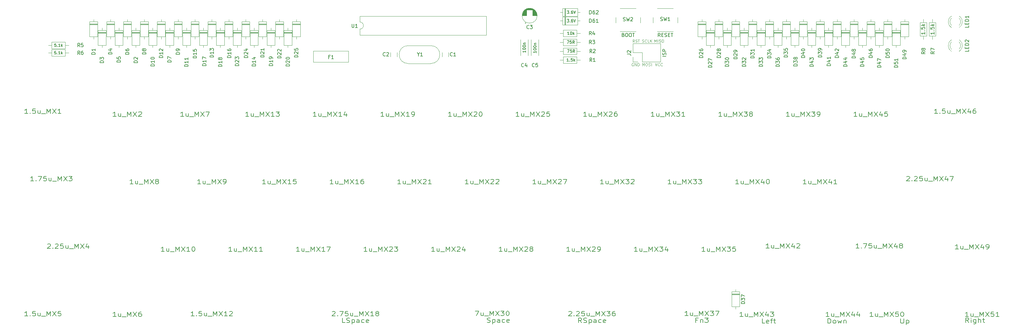
<source format=gbr>
G04 #@! TF.GenerationSoftware,KiCad,Pcbnew,(5.1.10-1-10_14)*
G04 #@! TF.CreationDate,2021-08-31T22:08:52+02:00*
G04 #@! TF.ProjectId,rosaline,726f7361-6c69-46e6-952e-6b696361645f,1*
G04 #@! TF.SameCoordinates,Original*
G04 #@! TF.FileFunction,Legend,Top*
G04 #@! TF.FilePolarity,Positive*
%FSLAX46Y46*%
G04 Gerber Fmt 4.6, Leading zero omitted, Abs format (unit mm)*
G04 Created by KiCad (PCBNEW (5.1.10-1-10_14)) date 2021-08-31 22:08:52*
%MOMM*%
%LPD*%
G01*
G04 APERTURE LIST*
%ADD10C,0.100000*%
%ADD11C,0.150000*%
%ADD12C,0.120000*%
%ADD13C,0.203200*%
G04 APERTURE END LIST*
D10*
X196232351Y-67036904D02*
X196232351Y-66236904D01*
X196499017Y-66808333D01*
X196765684Y-66236904D01*
X196765684Y-67036904D01*
X197146636Y-67036904D02*
X197146636Y-66236904D01*
X197489494Y-66998809D02*
X197603779Y-67036904D01*
X197794255Y-67036904D01*
X197870446Y-66998809D01*
X197908541Y-66960714D01*
X197946636Y-66884523D01*
X197946636Y-66808333D01*
X197908541Y-66732142D01*
X197870446Y-66694047D01*
X197794255Y-66655952D01*
X197641875Y-66617857D01*
X197565684Y-66579761D01*
X197527589Y-66541666D01*
X197489494Y-66465476D01*
X197489494Y-66389285D01*
X197527589Y-66313095D01*
X197565684Y-66275000D01*
X197641875Y-66236904D01*
X197832351Y-66236904D01*
X197946636Y-66275000D01*
X198441875Y-66236904D02*
X198594255Y-66236904D01*
X198670446Y-66275000D01*
X198746636Y-66351190D01*
X198784732Y-66503571D01*
X198784732Y-66770238D01*
X198746636Y-66922619D01*
X198670446Y-66998809D01*
X198594255Y-67036904D01*
X198441875Y-67036904D01*
X198365684Y-66998809D01*
X198289494Y-66922619D01*
X198251398Y-66770238D01*
X198251398Y-66503571D01*
X198289494Y-66351190D01*
X198365684Y-66275000D01*
X198441875Y-66236904D01*
X192719494Y-66998809D02*
X192833779Y-67036904D01*
X193024255Y-67036904D01*
X193100446Y-66998809D01*
X193138541Y-66960714D01*
X193176636Y-66884523D01*
X193176636Y-66808333D01*
X193138541Y-66732142D01*
X193100446Y-66694047D01*
X193024255Y-66655952D01*
X192871875Y-66617857D01*
X192795684Y-66579761D01*
X192757589Y-66541666D01*
X192719494Y-66465476D01*
X192719494Y-66389285D01*
X192757589Y-66313095D01*
X192795684Y-66275000D01*
X192871875Y-66236904D01*
X193062351Y-66236904D01*
X193176636Y-66275000D01*
X193976636Y-66960714D02*
X193938541Y-66998809D01*
X193824255Y-67036904D01*
X193748065Y-67036904D01*
X193633779Y-66998809D01*
X193557589Y-66922619D01*
X193519494Y-66846428D01*
X193481398Y-66694047D01*
X193481398Y-66579761D01*
X193519494Y-66427380D01*
X193557589Y-66351190D01*
X193633779Y-66275000D01*
X193748065Y-66236904D01*
X193824255Y-66236904D01*
X193938541Y-66275000D01*
X193976636Y-66313095D01*
X194700446Y-67036904D02*
X194319494Y-67036904D01*
X194319494Y-66236904D01*
X194967113Y-67036904D02*
X194967113Y-66236904D01*
X195424255Y-67036904D02*
X195081398Y-66579761D01*
X195424255Y-66236904D02*
X194967113Y-66694047D01*
X192814732Y-73704404D02*
X192814732Y-72904404D01*
X193081398Y-73475833D01*
X193348065Y-72904404D01*
X193348065Y-73704404D01*
X193881398Y-72904404D02*
X194033779Y-72904404D01*
X194109970Y-72942500D01*
X194186160Y-73018690D01*
X194224255Y-73171071D01*
X194224255Y-73437738D01*
X194186160Y-73590119D01*
X194109970Y-73666309D01*
X194033779Y-73704404D01*
X193881398Y-73704404D01*
X193805208Y-73666309D01*
X193729017Y-73590119D01*
X193690922Y-73437738D01*
X193690922Y-73171071D01*
X193729017Y-73018690D01*
X193805208Y-72942500D01*
X193881398Y-72904404D01*
X194529017Y-73666309D02*
X194643303Y-73704404D01*
X194833779Y-73704404D01*
X194909970Y-73666309D01*
X194948065Y-73628214D01*
X194986160Y-73552023D01*
X194986160Y-73475833D01*
X194948065Y-73399642D01*
X194909970Y-73361547D01*
X194833779Y-73323452D01*
X194681398Y-73285357D01*
X194605208Y-73247261D01*
X194567113Y-73209166D01*
X194529017Y-73132976D01*
X194529017Y-73056785D01*
X194567113Y-72980595D01*
X194605208Y-72942500D01*
X194681398Y-72904404D01*
X194871875Y-72904404D01*
X194986160Y-72942500D01*
X195329017Y-73704404D02*
X195329017Y-72904404D01*
X196356190Y-72904404D02*
X196622857Y-73704404D01*
X196889523Y-72904404D01*
X197613333Y-73628214D02*
X197575238Y-73666309D01*
X197460952Y-73704404D01*
X197384761Y-73704404D01*
X197270476Y-73666309D01*
X197194285Y-73590119D01*
X197156190Y-73513928D01*
X197118095Y-73361547D01*
X197118095Y-73247261D01*
X197156190Y-73094880D01*
X197194285Y-73018690D01*
X197270476Y-72942500D01*
X197384761Y-72904404D01*
X197460952Y-72904404D01*
X197575238Y-72942500D01*
X197613333Y-72980595D01*
X198413333Y-73628214D02*
X198375238Y-73666309D01*
X198260952Y-73704404D01*
X198184761Y-73704404D01*
X198070476Y-73666309D01*
X197994285Y-73590119D01*
X197956190Y-73513928D01*
X197918095Y-73361547D01*
X197918095Y-73247261D01*
X197956190Y-73094880D01*
X197994285Y-73018690D01*
X198070476Y-72942500D01*
X198184761Y-72904404D01*
X198260952Y-72904404D01*
X198375238Y-72942500D01*
X198413333Y-72980595D01*
X190273303Y-72942500D02*
X190197113Y-72904404D01*
X190082827Y-72904404D01*
X189968541Y-72942500D01*
X189892351Y-73018690D01*
X189854255Y-73094880D01*
X189816160Y-73247261D01*
X189816160Y-73361547D01*
X189854255Y-73513928D01*
X189892351Y-73590119D01*
X189968541Y-73666309D01*
X190082827Y-73704404D01*
X190159017Y-73704404D01*
X190273303Y-73666309D01*
X190311398Y-73628214D01*
X190311398Y-73361547D01*
X190159017Y-73361547D01*
X190654255Y-73704404D02*
X190654255Y-72904404D01*
X191111398Y-73704404D01*
X191111398Y-72904404D01*
X191492351Y-73704404D02*
X191492351Y-72904404D01*
X191682827Y-72904404D01*
X191797113Y-72942500D01*
X191873303Y-73018690D01*
X191911398Y-73094880D01*
X191949494Y-73247261D01*
X191949494Y-73361547D01*
X191911398Y-73513928D01*
X191873303Y-73590119D01*
X191797113Y-73666309D01*
X191682827Y-73704404D01*
X191492351Y-73704404D01*
X190538499Y-67036904D02*
X190271832Y-66655952D01*
X190081356Y-67036904D02*
X190081356Y-66236904D01*
X190386118Y-66236904D01*
X190462309Y-66275000D01*
X190500404Y-66313095D01*
X190538499Y-66389285D01*
X190538499Y-66503571D01*
X190500404Y-66579761D01*
X190462309Y-66617857D01*
X190386118Y-66655952D01*
X190081356Y-66655952D01*
X190843261Y-66998809D02*
X190957547Y-67036904D01*
X191148023Y-67036904D01*
X191224213Y-66998809D01*
X191262309Y-66960714D01*
X191300404Y-66884523D01*
X191300404Y-66808333D01*
X191262309Y-66732142D01*
X191224213Y-66694047D01*
X191148023Y-66655952D01*
X190995642Y-66617857D01*
X190919451Y-66579761D01*
X190881356Y-66541666D01*
X190843261Y-66465476D01*
X190843261Y-66389285D01*
X190881356Y-66313095D01*
X190919451Y-66275000D01*
X190995642Y-66236904D01*
X191186118Y-66236904D01*
X191300404Y-66275000D01*
X191528975Y-66236904D02*
X191986118Y-66236904D01*
X191757547Y-67036904D02*
X191757547Y-66236904D01*
D11*
X199455717Y-70984940D02*
X198455717Y-70984940D01*
X199408098Y-70556369D02*
X199455717Y-70413511D01*
X199455717Y-70175416D01*
X199408098Y-70080178D01*
X199360479Y-70032559D01*
X199265241Y-69984940D01*
X199170003Y-69984940D01*
X199074765Y-70032559D01*
X199027146Y-70080178D01*
X198979527Y-70175416D01*
X198931908Y-70365892D01*
X198884289Y-70461130D01*
X198836670Y-70508750D01*
X198741432Y-70556369D01*
X198646194Y-70556369D01*
X198550956Y-70508750D01*
X198503337Y-70461130D01*
X198455717Y-70365892D01*
X198455717Y-70127797D01*
X198503337Y-69984940D01*
X199455717Y-69556369D02*
X198455717Y-69556369D01*
X198455717Y-69175416D01*
X198503337Y-69080178D01*
X198550956Y-69032559D01*
X198646194Y-68984940D01*
X198789051Y-68984940D01*
X198884289Y-69032559D01*
X198931908Y-69080178D01*
X198979527Y-69175416D01*
X198979527Y-69556369D01*
D12*
X220195000Y-138021250D02*
X217955000Y-138021250D01*
X220195000Y-138261250D02*
X217955000Y-138261250D01*
X220195000Y-138141250D02*
X217955000Y-138141250D01*
X219075000Y-142311250D02*
X219075000Y-141661250D01*
X219075000Y-136771250D02*
X219075000Y-137421250D01*
X220195000Y-141661250D02*
X220195000Y-137421250D01*
X217955000Y-141661250D02*
X220195000Y-141661250D01*
X217955000Y-137421250D02*
X217955000Y-141661250D01*
X220195000Y-137421250D02*
X217955000Y-137421250D01*
X220195000Y-61821250D02*
X217955000Y-61821250D01*
X220195000Y-62061250D02*
X217955000Y-62061250D01*
X220195000Y-61941250D02*
X217955000Y-61941250D01*
X219075000Y-66111250D02*
X219075000Y-65461250D01*
X219075000Y-60571250D02*
X219075000Y-61221250D01*
X220195000Y-65461250D02*
X220195000Y-61221250D01*
X217955000Y-65461250D02*
X220195000Y-65461250D01*
X217955000Y-61221250D02*
X217955000Y-65461250D01*
X220195000Y-61221250D02*
X217955000Y-61221250D01*
X246388750Y-64202500D02*
X244148750Y-64202500D01*
X246388750Y-64442500D02*
X244148750Y-64442500D01*
X246388750Y-64322500D02*
X244148750Y-64322500D01*
X245268750Y-68492500D02*
X245268750Y-67842500D01*
X245268750Y-62952500D02*
X245268750Y-63602500D01*
X246388750Y-67842500D02*
X246388750Y-63602500D01*
X244148750Y-67842500D02*
X246388750Y-67842500D01*
X244148750Y-63602500D02*
X244148750Y-67842500D01*
X246388750Y-63602500D02*
X244148750Y-63602500D01*
X227338750Y-63602500D02*
X225098750Y-63602500D01*
X225098750Y-63602500D02*
X225098750Y-67842500D01*
X225098750Y-67842500D02*
X227338750Y-67842500D01*
X227338750Y-67842500D02*
X227338750Y-63602500D01*
X226218750Y-62952500D02*
X226218750Y-63602500D01*
X226218750Y-68492500D02*
X226218750Y-67842500D01*
X227338750Y-64322500D02*
X225098750Y-64322500D01*
X227338750Y-64442500D02*
X225098750Y-64442500D01*
X227338750Y-64202500D02*
X225098750Y-64202500D01*
X55888750Y-64202500D02*
X53648750Y-64202500D01*
X55888750Y-64442500D02*
X53648750Y-64442500D01*
X55888750Y-64322500D02*
X53648750Y-64322500D01*
X54768750Y-68492500D02*
X54768750Y-67842500D01*
X54768750Y-62952500D02*
X54768750Y-63602500D01*
X55888750Y-67842500D02*
X55888750Y-63602500D01*
X53648750Y-67842500D02*
X55888750Y-67842500D01*
X53648750Y-63602500D02*
X53648750Y-67842500D01*
X55888750Y-63602500D02*
X53648750Y-63602500D01*
X265438750Y-63602500D02*
X263198750Y-63602500D01*
X263198750Y-63602500D02*
X263198750Y-67842500D01*
X263198750Y-67842500D02*
X265438750Y-67842500D01*
X265438750Y-67842500D02*
X265438750Y-63602500D01*
X264318750Y-62952500D02*
X264318750Y-63602500D01*
X264318750Y-68492500D02*
X264318750Y-67842500D01*
X265438750Y-64322500D02*
X263198750Y-64322500D01*
X265438750Y-64442500D02*
X263198750Y-64442500D01*
X265438750Y-64202500D02*
X263198750Y-64202500D01*
X263057500Y-61221250D02*
X260817500Y-61221250D01*
X260817500Y-61221250D02*
X260817500Y-65461250D01*
X260817500Y-65461250D02*
X263057500Y-65461250D01*
X263057500Y-65461250D02*
X263057500Y-61221250D01*
X261937500Y-60571250D02*
X261937500Y-61221250D01*
X261937500Y-66111250D02*
X261937500Y-65461250D01*
X263057500Y-61941250D02*
X260817500Y-61941250D01*
X263057500Y-62061250D02*
X260817500Y-62061250D01*
X263057500Y-61821250D02*
X260817500Y-61821250D01*
X175272500Y-64500000D02*
X174322500Y-64500000D01*
X169532500Y-64500000D02*
X170482500Y-64500000D01*
X174322500Y-63580000D02*
X170482500Y-63580000D01*
X174322500Y-65420000D02*
X174322500Y-63580000D01*
X170482500Y-65420000D02*
X174322500Y-65420000D01*
X170482500Y-63580000D02*
X170482500Y-65420000D01*
X169532500Y-67000000D02*
X170482500Y-67000000D01*
X175272500Y-67000000D02*
X174322500Y-67000000D01*
X170482500Y-67920000D02*
X174322500Y-67920000D01*
X170482500Y-66080000D02*
X170482500Y-67920000D01*
X174322500Y-66080000D02*
X170482500Y-66080000D01*
X174322500Y-67920000D02*
X174322500Y-66080000D01*
X109960000Y-69453250D02*
X109960000Y-72653250D01*
X100060000Y-69453250D02*
X100060000Y-72653250D01*
X100060000Y-72653250D02*
X109940000Y-72653250D01*
X100060000Y-69453250D02*
X109960000Y-69453250D01*
X58270000Y-61221250D02*
X56030000Y-61221250D01*
X56030000Y-61221250D02*
X56030000Y-65461250D01*
X56030000Y-65461250D02*
X58270000Y-65461250D01*
X58270000Y-65461250D02*
X58270000Y-61221250D01*
X57150000Y-60571250D02*
X57150000Y-61221250D01*
X57150000Y-66111250D02*
X57150000Y-65461250D01*
X58270000Y-61941250D02*
X56030000Y-61941250D01*
X58270000Y-62061250D02*
X56030000Y-62061250D01*
X58270000Y-61821250D02*
X56030000Y-61821250D01*
X43982500Y-61221250D02*
X41742500Y-61221250D01*
X41742500Y-61221250D02*
X41742500Y-65461250D01*
X41742500Y-65461250D02*
X43982500Y-65461250D01*
X43982500Y-65461250D02*
X43982500Y-61221250D01*
X42862500Y-60571250D02*
X42862500Y-61221250D01*
X42862500Y-66111250D02*
X42862500Y-65461250D01*
X43982500Y-61941250D02*
X41742500Y-61941250D01*
X43982500Y-62061250D02*
X41742500Y-62061250D01*
X43982500Y-61821250D02*
X41742500Y-61821250D01*
X229720000Y-61221250D02*
X227480000Y-61221250D01*
X227480000Y-61221250D02*
X227480000Y-65461250D01*
X227480000Y-65461250D02*
X229720000Y-65461250D01*
X229720000Y-65461250D02*
X229720000Y-61221250D01*
X228600000Y-60571250D02*
X228600000Y-61221250D01*
X228600000Y-66111250D02*
X228600000Y-65461250D01*
X229720000Y-61941250D02*
X227480000Y-61941250D01*
X229720000Y-62061250D02*
X227480000Y-62061250D01*
X229720000Y-61821250D02*
X227480000Y-61821250D01*
X267820000Y-61221250D02*
X265580000Y-61221250D01*
X265580000Y-61221250D02*
X265580000Y-65461250D01*
X265580000Y-65461250D02*
X267820000Y-65461250D01*
X267820000Y-65461250D02*
X267820000Y-61221250D01*
X266700000Y-60571250D02*
X266700000Y-61221250D01*
X266700000Y-66111250D02*
X266700000Y-65461250D01*
X267820000Y-61941250D02*
X265580000Y-61941250D01*
X267820000Y-62061250D02*
X265580000Y-62061250D01*
X267820000Y-61821250D02*
X265580000Y-61821250D01*
X89226250Y-64202500D02*
X86986250Y-64202500D01*
X89226250Y-64442500D02*
X86986250Y-64442500D01*
X89226250Y-64322500D02*
X86986250Y-64322500D01*
X88106250Y-68492500D02*
X88106250Y-67842500D01*
X88106250Y-62952500D02*
X88106250Y-63602500D01*
X89226250Y-67842500D02*
X89226250Y-63602500D01*
X86986250Y-67842500D02*
X89226250Y-67842500D01*
X86986250Y-63602500D02*
X86986250Y-67842500D01*
X89226250Y-63602500D02*
X86986250Y-63602500D01*
X163120000Y-59495625D02*
G75*
G03*
X163120000Y-59495625I-2120000J0D01*
G01*
X161840000Y-59495625D02*
X163080000Y-59495625D01*
X158920000Y-59495625D02*
X160160000Y-59495625D01*
X161840000Y-59455625D02*
X163080000Y-59455625D01*
X158920000Y-59455625D02*
X160160000Y-59455625D01*
X161840000Y-59415625D02*
X163079000Y-59415625D01*
X158921000Y-59415625D02*
X160160000Y-59415625D01*
X158923000Y-59375625D02*
X160160000Y-59375625D01*
X161840000Y-59375625D02*
X163077000Y-59375625D01*
X158926000Y-59335625D02*
X160160000Y-59335625D01*
X161840000Y-59335625D02*
X163074000Y-59335625D01*
X158929000Y-59295625D02*
X160160000Y-59295625D01*
X161840000Y-59295625D02*
X163071000Y-59295625D01*
X158933000Y-59255625D02*
X160160000Y-59255625D01*
X161840000Y-59255625D02*
X163067000Y-59255625D01*
X158938000Y-59215625D02*
X160160000Y-59215625D01*
X161840000Y-59215625D02*
X163062000Y-59215625D01*
X158944000Y-59175625D02*
X160160000Y-59175625D01*
X161840000Y-59175625D02*
X163056000Y-59175625D01*
X158950000Y-59135625D02*
X160160000Y-59135625D01*
X161840000Y-59135625D02*
X163050000Y-59135625D01*
X158958000Y-59095625D02*
X160160000Y-59095625D01*
X161840000Y-59095625D02*
X163042000Y-59095625D01*
X158966000Y-59055625D02*
X160160000Y-59055625D01*
X161840000Y-59055625D02*
X163034000Y-59055625D01*
X158975000Y-59015625D02*
X160160000Y-59015625D01*
X161840000Y-59015625D02*
X163025000Y-59015625D01*
X158984000Y-58975625D02*
X160160000Y-58975625D01*
X161840000Y-58975625D02*
X163016000Y-58975625D01*
X158995000Y-58935625D02*
X160160000Y-58935625D01*
X161840000Y-58935625D02*
X163005000Y-58935625D01*
X159006000Y-58895625D02*
X160160000Y-58895625D01*
X161840000Y-58895625D02*
X162994000Y-58895625D01*
X159018000Y-58855625D02*
X160160000Y-58855625D01*
X161840000Y-58855625D02*
X162982000Y-58855625D01*
X159032000Y-58815625D02*
X160160000Y-58815625D01*
X161840000Y-58815625D02*
X162968000Y-58815625D01*
X159046000Y-58774625D02*
X160160000Y-58774625D01*
X161840000Y-58774625D02*
X162954000Y-58774625D01*
X159060000Y-58734625D02*
X160160000Y-58734625D01*
X161840000Y-58734625D02*
X162940000Y-58734625D01*
X159076000Y-58694625D02*
X160160000Y-58694625D01*
X161840000Y-58694625D02*
X162924000Y-58694625D01*
X159093000Y-58654625D02*
X160160000Y-58654625D01*
X161840000Y-58654625D02*
X162907000Y-58654625D01*
X159111000Y-58614625D02*
X160160000Y-58614625D01*
X161840000Y-58614625D02*
X162889000Y-58614625D01*
X159130000Y-58574625D02*
X160160000Y-58574625D01*
X161840000Y-58574625D02*
X162870000Y-58574625D01*
X159149000Y-58534625D02*
X160160000Y-58534625D01*
X161840000Y-58534625D02*
X162851000Y-58534625D01*
X159170000Y-58494625D02*
X160160000Y-58494625D01*
X161840000Y-58494625D02*
X162830000Y-58494625D01*
X159192000Y-58454625D02*
X160160000Y-58454625D01*
X161840000Y-58454625D02*
X162808000Y-58454625D01*
X159215000Y-58414625D02*
X160160000Y-58414625D01*
X161840000Y-58414625D02*
X162785000Y-58414625D01*
X159240000Y-58374625D02*
X160160000Y-58374625D01*
X161840000Y-58374625D02*
X162760000Y-58374625D01*
X159265000Y-58334625D02*
X160160000Y-58334625D01*
X161840000Y-58334625D02*
X162735000Y-58334625D01*
X159292000Y-58294625D02*
X160160000Y-58294625D01*
X161840000Y-58294625D02*
X162708000Y-58294625D01*
X159320000Y-58254625D02*
X160160000Y-58254625D01*
X161840000Y-58254625D02*
X162680000Y-58254625D01*
X159350000Y-58214625D02*
X160160000Y-58214625D01*
X161840000Y-58214625D02*
X162650000Y-58214625D01*
X159381000Y-58174625D02*
X160160000Y-58174625D01*
X161840000Y-58174625D02*
X162619000Y-58174625D01*
X159413000Y-58134625D02*
X160160000Y-58134625D01*
X161840000Y-58134625D02*
X162587000Y-58134625D01*
X159448000Y-58094625D02*
X160160000Y-58094625D01*
X161840000Y-58094625D02*
X162552000Y-58094625D01*
X159484000Y-58054625D02*
X160160000Y-58054625D01*
X161840000Y-58054625D02*
X162516000Y-58054625D01*
X159522000Y-58014625D02*
X160160000Y-58014625D01*
X161840000Y-58014625D02*
X162478000Y-58014625D01*
X159562000Y-57974625D02*
X160160000Y-57974625D01*
X161840000Y-57974625D02*
X162438000Y-57974625D01*
X159604000Y-57934625D02*
X160160000Y-57934625D01*
X161840000Y-57934625D02*
X162396000Y-57934625D01*
X159649000Y-57894625D02*
X162351000Y-57894625D01*
X159696000Y-57854625D02*
X162304000Y-57854625D01*
X159746000Y-57814625D02*
X162254000Y-57814625D01*
X159800000Y-57774625D02*
X162200000Y-57774625D01*
X159858000Y-57734625D02*
X162142000Y-57734625D01*
X159920000Y-57694625D02*
X162080000Y-57694625D01*
X159987000Y-57654625D02*
X162013000Y-57654625D01*
X160060000Y-57614625D02*
X161940000Y-57614625D01*
X160141000Y-57574625D02*
X161859000Y-57574625D01*
X160232000Y-57534625D02*
X161768000Y-57534625D01*
X160336000Y-57494625D02*
X161664000Y-57494625D01*
X160463000Y-57454625D02*
X161537000Y-57454625D01*
X160630000Y-57414625D02*
X161370000Y-57414625D01*
X159805000Y-61765426D02*
X159805000Y-61365426D01*
X159605000Y-61565426D02*
X160005000Y-61565426D01*
X160570000Y-66230000D02*
X160570000Y-70770000D01*
X158430000Y-66230000D02*
X158430000Y-70770000D01*
X160570000Y-66230000D02*
X160555000Y-66230000D01*
X158445000Y-66230000D02*
X158430000Y-66230000D01*
X160570000Y-70770000D02*
X160555000Y-70770000D01*
X158445000Y-70770000D02*
X158430000Y-70770000D01*
X161445000Y-70770000D02*
X161430000Y-70770000D01*
X163570000Y-70770000D02*
X163555000Y-70770000D01*
X161445000Y-66230000D02*
X161430000Y-66230000D01*
X163570000Y-66230000D02*
X163555000Y-66230000D01*
X161430000Y-66230000D02*
X161430000Y-70770000D01*
X163570000Y-66230000D02*
X163570000Y-70770000D01*
X136330000Y-69871000D02*
X136330000Y-71129000D01*
X138170000Y-69871000D02*
X138170000Y-71129000D01*
X123670000Y-69871000D02*
X123670000Y-71129000D01*
X121830000Y-69871000D02*
X121830000Y-71129000D01*
X197862500Y-72529375D02*
X197862500Y-67329375D01*
X192722500Y-72529375D02*
X197862500Y-72529375D01*
X190122500Y-67329375D02*
X197862500Y-67329375D01*
X192722500Y-72529375D02*
X192722500Y-69929375D01*
X192722500Y-69929375D02*
X190122500Y-69929375D01*
X190122500Y-69929375D02*
X190122500Y-67329375D01*
X191452500Y-72529375D02*
X190122500Y-72529375D01*
X190122500Y-72529375D02*
X190122500Y-71199375D01*
X282223500Y-66385000D02*
X282067500Y-66385000D01*
X279907500Y-66385000D02*
X279751500Y-66385000D01*
X282066108Y-69617335D02*
G75*
G03*
X282223016Y-66385000I-1078608J1672335D01*
G01*
X279908892Y-69617335D02*
G75*
G02*
X279751984Y-66385000I1078608J1672335D01*
G01*
X282067337Y-68986130D02*
G75*
G03*
X282067500Y-66904039I-1079837J1041130D01*
G01*
X279907663Y-68986130D02*
G75*
G02*
X279907500Y-66904039I1079837J1041130D01*
G01*
X201500000Y-57500000D02*
X197000000Y-57500000D01*
X202750000Y-61500000D02*
X202750000Y-60000000D01*
X197000000Y-64000000D02*
X201500000Y-64000000D01*
X195750000Y-60000000D02*
X195750000Y-61500000D01*
X185250000Y-60000000D02*
X185250000Y-61500000D01*
X186500000Y-64000000D02*
X191000000Y-64000000D01*
X192250000Y-61500000D02*
X192250000Y-60000000D01*
X191000000Y-57500000D02*
X186500000Y-57500000D01*
X126757500Y-67960000D02*
X133157500Y-67960000D01*
X126757500Y-73010000D02*
X133157500Y-73010000D01*
X126757500Y-73010000D02*
G75*
G02*
X126757500Y-67960000I0J2525000D01*
G01*
X133157500Y-73010000D02*
G75*
G03*
X133157500Y-67960000I0J2525000D01*
G01*
X113150000Y-63310000D02*
X113150000Y-64960000D01*
X113150000Y-64960000D02*
X148830000Y-64960000D01*
X148830000Y-64960000D02*
X148830000Y-59660000D01*
X148830000Y-59660000D02*
X113150000Y-59660000D01*
X113150000Y-59660000D02*
X113150000Y-61310000D01*
X113150000Y-61310000D02*
G75*
G02*
X113150000Y-63310000I0J-1000000D01*
G01*
X170282500Y-59840000D02*
X170282500Y-62080000D01*
X170282500Y-62080000D02*
X174522500Y-62080000D01*
X174522500Y-62080000D02*
X174522500Y-59840000D01*
X174522500Y-59840000D02*
X170282500Y-59840000D01*
X169632500Y-60960000D02*
X170282500Y-60960000D01*
X175172500Y-60960000D02*
X174522500Y-60960000D01*
X171002500Y-59840000D02*
X171002500Y-62080000D01*
X171122500Y-59840000D02*
X171122500Y-62080000D01*
X170882500Y-59840000D02*
X170882500Y-62080000D01*
X170882500Y-57458750D02*
X170882500Y-59698750D01*
X171122500Y-57458750D02*
X171122500Y-59698750D01*
X171002500Y-57458750D02*
X171002500Y-59698750D01*
X175172500Y-58578750D02*
X174522500Y-58578750D01*
X169632500Y-58578750D02*
X170282500Y-58578750D01*
X174522500Y-57458750D02*
X170282500Y-57458750D01*
X174522500Y-59698750D02*
X174522500Y-57458750D01*
X170282500Y-59698750D02*
X174522500Y-59698750D01*
X170282500Y-57458750D02*
X170282500Y-59698750D01*
X39220000Y-61221250D02*
X36980000Y-61221250D01*
X36980000Y-61221250D02*
X36980000Y-65461250D01*
X36980000Y-65461250D02*
X39220000Y-65461250D01*
X39220000Y-65461250D02*
X39220000Y-61221250D01*
X38100000Y-60571250D02*
X38100000Y-61221250D01*
X38100000Y-66111250D02*
X38100000Y-65461250D01*
X39220000Y-61941250D02*
X36980000Y-61941250D01*
X39220000Y-62061250D02*
X36980000Y-62061250D01*
X39220000Y-61821250D02*
X36980000Y-61821250D01*
X60651250Y-63602500D02*
X58411250Y-63602500D01*
X58411250Y-63602500D02*
X58411250Y-67842500D01*
X58411250Y-67842500D02*
X60651250Y-67842500D01*
X60651250Y-67842500D02*
X60651250Y-63602500D01*
X59531250Y-62952500D02*
X59531250Y-63602500D01*
X59531250Y-68492500D02*
X59531250Y-67842500D01*
X60651250Y-64322500D02*
X58411250Y-64322500D01*
X60651250Y-64442500D02*
X58411250Y-64442500D01*
X60651250Y-64202500D02*
X58411250Y-64202500D01*
X72557500Y-61821250D02*
X70317500Y-61821250D01*
X72557500Y-62061250D02*
X70317500Y-62061250D01*
X72557500Y-61941250D02*
X70317500Y-61941250D01*
X71437500Y-66111250D02*
X71437500Y-65461250D01*
X71437500Y-60571250D02*
X71437500Y-61221250D01*
X72557500Y-65461250D02*
X72557500Y-61221250D01*
X70317500Y-65461250D02*
X72557500Y-65461250D01*
X70317500Y-61221250D02*
X70317500Y-65461250D01*
X72557500Y-61221250D02*
X70317500Y-61221250D01*
X96370000Y-61221250D02*
X94130000Y-61221250D01*
X94130000Y-61221250D02*
X94130000Y-65461250D01*
X94130000Y-65461250D02*
X96370000Y-65461250D01*
X96370000Y-65461250D02*
X96370000Y-61221250D01*
X95250000Y-60571250D02*
X95250000Y-61221250D01*
X95250000Y-66111250D02*
X95250000Y-65461250D01*
X96370000Y-61941250D02*
X94130000Y-61941250D01*
X96370000Y-62061250D02*
X94130000Y-62061250D01*
X96370000Y-61821250D02*
X94130000Y-61821250D01*
X224957500Y-61221250D02*
X222717500Y-61221250D01*
X222717500Y-61221250D02*
X222717500Y-65461250D01*
X222717500Y-65461250D02*
X224957500Y-65461250D01*
X224957500Y-65461250D02*
X224957500Y-61221250D01*
X223837500Y-60571250D02*
X223837500Y-61221250D01*
X223837500Y-66111250D02*
X223837500Y-65461250D01*
X224957500Y-61941250D02*
X222717500Y-61941250D01*
X224957500Y-62061250D02*
X222717500Y-62061250D01*
X224957500Y-61821250D02*
X222717500Y-61821250D01*
X241626250Y-64202500D02*
X239386250Y-64202500D01*
X241626250Y-64442500D02*
X239386250Y-64442500D01*
X241626250Y-64322500D02*
X239386250Y-64322500D01*
X240506250Y-68492500D02*
X240506250Y-67842500D01*
X240506250Y-62952500D02*
X240506250Y-63602500D01*
X241626250Y-67842500D02*
X241626250Y-63602500D01*
X239386250Y-67842500D02*
X241626250Y-67842500D01*
X239386250Y-63602500D02*
X239386250Y-67842500D01*
X241626250Y-63602500D02*
X239386250Y-63602500D01*
X51126250Y-63602500D02*
X48886250Y-63602500D01*
X48886250Y-63602500D02*
X48886250Y-67842500D01*
X48886250Y-67842500D02*
X51126250Y-67842500D01*
X51126250Y-67842500D02*
X51126250Y-63602500D01*
X50006250Y-62952500D02*
X50006250Y-63602500D01*
X50006250Y-68492500D02*
X50006250Y-67842500D01*
X51126250Y-64322500D02*
X48886250Y-64322500D01*
X51126250Y-64442500D02*
X48886250Y-64442500D01*
X51126250Y-64202500D02*
X48886250Y-64202500D01*
X53507500Y-61221250D02*
X51267500Y-61221250D01*
X51267500Y-61221250D02*
X51267500Y-65461250D01*
X51267500Y-65461250D02*
X53507500Y-65461250D01*
X53507500Y-65461250D02*
X53507500Y-61221250D01*
X52387500Y-60571250D02*
X52387500Y-61221250D01*
X52387500Y-66111250D02*
X52387500Y-65461250D01*
X53507500Y-61941250D02*
X51267500Y-61941250D01*
X53507500Y-62061250D02*
X51267500Y-62061250D01*
X53507500Y-61821250D02*
X51267500Y-61821250D01*
X84463750Y-64202500D02*
X82223750Y-64202500D01*
X84463750Y-64442500D02*
X82223750Y-64442500D01*
X84463750Y-64322500D02*
X82223750Y-64322500D01*
X83343750Y-68492500D02*
X83343750Y-67842500D01*
X83343750Y-62952500D02*
X83343750Y-63602500D01*
X84463750Y-67842500D02*
X84463750Y-63602500D01*
X82223750Y-67842500D02*
X84463750Y-67842500D01*
X82223750Y-63602500D02*
X82223750Y-67842500D01*
X84463750Y-63602500D02*
X82223750Y-63602500D01*
X93988750Y-64202500D02*
X91748750Y-64202500D01*
X93988750Y-64442500D02*
X91748750Y-64442500D01*
X93988750Y-64322500D02*
X91748750Y-64322500D01*
X92868750Y-68492500D02*
X92868750Y-67842500D01*
X92868750Y-62952500D02*
X92868750Y-63602500D01*
X93988750Y-67842500D02*
X93988750Y-63602500D01*
X91748750Y-67842500D02*
X93988750Y-67842500D01*
X91748750Y-63602500D02*
X91748750Y-67842500D01*
X93988750Y-63602500D02*
X91748750Y-63602500D01*
X210670000Y-61221250D02*
X208430000Y-61221250D01*
X208430000Y-61221250D02*
X208430000Y-65461250D01*
X208430000Y-65461250D02*
X210670000Y-65461250D01*
X210670000Y-65461250D02*
X210670000Y-61221250D01*
X209550000Y-60571250D02*
X209550000Y-61221250D01*
X209550000Y-66111250D02*
X209550000Y-65461250D01*
X210670000Y-61941250D02*
X208430000Y-61941250D01*
X210670000Y-62061250D02*
X208430000Y-62061250D01*
X210670000Y-61821250D02*
X208430000Y-61821250D01*
X222576250Y-64202500D02*
X220336250Y-64202500D01*
X222576250Y-64442500D02*
X220336250Y-64442500D01*
X222576250Y-64322500D02*
X220336250Y-64322500D01*
X221456250Y-68492500D02*
X221456250Y-67842500D01*
X221456250Y-62952500D02*
X221456250Y-63602500D01*
X222576250Y-67842500D02*
X222576250Y-63602500D01*
X220336250Y-67842500D02*
X222576250Y-67842500D01*
X220336250Y-63602500D02*
X220336250Y-67842500D01*
X222576250Y-63602500D02*
X220336250Y-63602500D01*
X236863750Y-63602500D02*
X234623750Y-63602500D01*
X234623750Y-63602500D02*
X234623750Y-67842500D01*
X234623750Y-67842500D02*
X236863750Y-67842500D01*
X236863750Y-67842500D02*
X236863750Y-63602500D01*
X235743750Y-62952500D02*
X235743750Y-63602500D01*
X235743750Y-68492500D02*
X235743750Y-67842500D01*
X236863750Y-64322500D02*
X234623750Y-64322500D01*
X236863750Y-64442500D02*
X234623750Y-64442500D01*
X236863750Y-64202500D02*
X234623750Y-64202500D01*
X251151250Y-63602500D02*
X248911250Y-63602500D01*
X248911250Y-63602500D02*
X248911250Y-67842500D01*
X248911250Y-67842500D02*
X251151250Y-67842500D01*
X251151250Y-67842500D02*
X251151250Y-63602500D01*
X250031250Y-62952500D02*
X250031250Y-63602500D01*
X250031250Y-68492500D02*
X250031250Y-67842500D01*
X251151250Y-64322500D02*
X248911250Y-64322500D01*
X251151250Y-64442500D02*
X248911250Y-64442500D01*
X251151250Y-64202500D02*
X248911250Y-64202500D01*
X41601250Y-64202500D02*
X39361250Y-64202500D01*
X41601250Y-64442500D02*
X39361250Y-64442500D01*
X41601250Y-64322500D02*
X39361250Y-64322500D01*
X40481250Y-68492500D02*
X40481250Y-67842500D01*
X40481250Y-62952500D02*
X40481250Y-63602500D01*
X41601250Y-67842500D02*
X41601250Y-63602500D01*
X39361250Y-67842500D02*
X41601250Y-67842500D01*
X39361250Y-63602500D02*
X39361250Y-67842500D01*
X41601250Y-63602500D02*
X39361250Y-63602500D01*
X63032500Y-61821250D02*
X60792500Y-61821250D01*
X63032500Y-62061250D02*
X60792500Y-62061250D01*
X63032500Y-61941250D02*
X60792500Y-61941250D01*
X61912500Y-66111250D02*
X61912500Y-65461250D01*
X61912500Y-60571250D02*
X61912500Y-61221250D01*
X63032500Y-65461250D02*
X63032500Y-61221250D01*
X60792500Y-65461250D02*
X63032500Y-65461250D01*
X60792500Y-61221250D02*
X60792500Y-65461250D01*
X63032500Y-61221250D02*
X60792500Y-61221250D01*
X67795000Y-61821250D02*
X65555000Y-61821250D01*
X67795000Y-62061250D02*
X65555000Y-62061250D01*
X67795000Y-61941250D02*
X65555000Y-61941250D01*
X66675000Y-66111250D02*
X66675000Y-65461250D01*
X66675000Y-60571250D02*
X66675000Y-61221250D01*
X67795000Y-65461250D02*
X67795000Y-61221250D01*
X65555000Y-65461250D02*
X67795000Y-65461250D01*
X65555000Y-61221250D02*
X65555000Y-65461250D01*
X67795000Y-61221250D02*
X65555000Y-61221250D01*
X86845000Y-61221250D02*
X84605000Y-61221250D01*
X84605000Y-61221250D02*
X84605000Y-65461250D01*
X84605000Y-65461250D02*
X86845000Y-65461250D01*
X86845000Y-65461250D02*
X86845000Y-61221250D01*
X85725000Y-60571250D02*
X85725000Y-61221250D01*
X85725000Y-66111250D02*
X85725000Y-65461250D01*
X86845000Y-61941250D02*
X84605000Y-61941250D01*
X86845000Y-62061250D02*
X84605000Y-62061250D01*
X86845000Y-61821250D02*
X84605000Y-61821250D01*
X213051250Y-63602500D02*
X210811250Y-63602500D01*
X210811250Y-63602500D02*
X210811250Y-67842500D01*
X210811250Y-67842500D02*
X213051250Y-67842500D01*
X213051250Y-67842500D02*
X213051250Y-63602500D01*
X211931250Y-62952500D02*
X211931250Y-63602500D01*
X211931250Y-68492500D02*
X211931250Y-67842500D01*
X213051250Y-64322500D02*
X210811250Y-64322500D01*
X213051250Y-64442500D02*
X210811250Y-64442500D01*
X213051250Y-64202500D02*
X210811250Y-64202500D01*
X244007500Y-61221250D02*
X241767500Y-61221250D01*
X241767500Y-61221250D02*
X241767500Y-65461250D01*
X241767500Y-65461250D02*
X244007500Y-65461250D01*
X244007500Y-65461250D02*
X244007500Y-61221250D01*
X242887500Y-60571250D02*
X242887500Y-61221250D01*
X242887500Y-66111250D02*
X242887500Y-65461250D01*
X244007500Y-61941250D02*
X241767500Y-61941250D01*
X244007500Y-62061250D02*
X241767500Y-62061250D01*
X244007500Y-61821250D02*
X241767500Y-61821250D01*
X255913750Y-63602500D02*
X253673750Y-63602500D01*
X253673750Y-63602500D02*
X253673750Y-67842500D01*
X253673750Y-67842500D02*
X255913750Y-67842500D01*
X255913750Y-67842500D02*
X255913750Y-63602500D01*
X254793750Y-62952500D02*
X254793750Y-63602500D01*
X254793750Y-68492500D02*
X254793750Y-67842500D01*
X255913750Y-64322500D02*
X253673750Y-64322500D01*
X255913750Y-64442500D02*
X253673750Y-64442500D01*
X255913750Y-64202500D02*
X253673750Y-64202500D01*
X77320000Y-61821250D02*
X75080000Y-61821250D01*
X77320000Y-62061250D02*
X75080000Y-62061250D01*
X77320000Y-61941250D02*
X75080000Y-61941250D01*
X76200000Y-66111250D02*
X76200000Y-65461250D01*
X76200000Y-60571250D02*
X76200000Y-61221250D01*
X77320000Y-65461250D02*
X77320000Y-61221250D01*
X75080000Y-65461250D02*
X77320000Y-65461250D01*
X75080000Y-61221250D02*
X75080000Y-65461250D01*
X77320000Y-61221250D02*
X75080000Y-61221250D01*
X91607500Y-61221250D02*
X89367500Y-61221250D01*
X89367500Y-61221250D02*
X89367500Y-65461250D01*
X89367500Y-65461250D02*
X91607500Y-65461250D01*
X91607500Y-65461250D02*
X91607500Y-61221250D01*
X90487500Y-60571250D02*
X90487500Y-61221250D01*
X90487500Y-66111250D02*
X90487500Y-65461250D01*
X91607500Y-61941250D02*
X89367500Y-61941250D01*
X91607500Y-62061250D02*
X89367500Y-62061250D01*
X91607500Y-61821250D02*
X89367500Y-61821250D01*
X215432500Y-61221250D02*
X213192500Y-61221250D01*
X213192500Y-61221250D02*
X213192500Y-65461250D01*
X213192500Y-65461250D02*
X215432500Y-65461250D01*
X215432500Y-65461250D02*
X215432500Y-61221250D01*
X214312500Y-60571250D02*
X214312500Y-61221250D01*
X214312500Y-66111250D02*
X214312500Y-65461250D01*
X215432500Y-61941250D02*
X213192500Y-61941250D01*
X215432500Y-62061250D02*
X213192500Y-62061250D01*
X215432500Y-61821250D02*
X213192500Y-61821250D01*
X239245000Y-61221250D02*
X237005000Y-61221250D01*
X237005000Y-61221250D02*
X237005000Y-65461250D01*
X237005000Y-65461250D02*
X239245000Y-65461250D01*
X239245000Y-65461250D02*
X239245000Y-61221250D01*
X238125000Y-60571250D02*
X238125000Y-61221250D01*
X238125000Y-66111250D02*
X238125000Y-65461250D01*
X239245000Y-61941250D02*
X237005000Y-61941250D01*
X239245000Y-62061250D02*
X237005000Y-62061250D01*
X239245000Y-61821250D02*
X237005000Y-61821250D01*
X258295000Y-61221250D02*
X256055000Y-61221250D01*
X256055000Y-61221250D02*
X256055000Y-65461250D01*
X256055000Y-65461250D02*
X258295000Y-65461250D01*
X258295000Y-65461250D02*
X258295000Y-61221250D01*
X257175000Y-60571250D02*
X257175000Y-61221250D01*
X257175000Y-66111250D02*
X257175000Y-65461250D01*
X258295000Y-61941250D02*
X256055000Y-61941250D01*
X258295000Y-62061250D02*
X256055000Y-62061250D01*
X258295000Y-61821250D02*
X256055000Y-61821250D01*
X46363750Y-64202500D02*
X44123750Y-64202500D01*
X46363750Y-64442500D02*
X44123750Y-64442500D01*
X46363750Y-64322500D02*
X44123750Y-64322500D01*
X45243750Y-68492500D02*
X45243750Y-67842500D01*
X45243750Y-62952500D02*
X45243750Y-63602500D01*
X46363750Y-67842500D02*
X46363750Y-63602500D01*
X44123750Y-67842500D02*
X46363750Y-67842500D01*
X44123750Y-63602500D02*
X44123750Y-67842500D01*
X46363750Y-63602500D02*
X44123750Y-63602500D01*
X65413750Y-64202500D02*
X63173750Y-64202500D01*
X65413750Y-64442500D02*
X63173750Y-64442500D01*
X65413750Y-64322500D02*
X63173750Y-64322500D01*
X64293750Y-68492500D02*
X64293750Y-67842500D01*
X64293750Y-62952500D02*
X64293750Y-63602500D01*
X65413750Y-67842500D02*
X65413750Y-63602500D01*
X63173750Y-67842500D02*
X65413750Y-67842500D01*
X63173750Y-63602500D02*
X63173750Y-67842500D01*
X65413750Y-63602500D02*
X63173750Y-63602500D01*
X70176250Y-64202500D02*
X67936250Y-64202500D01*
X70176250Y-64442500D02*
X67936250Y-64442500D01*
X70176250Y-64322500D02*
X67936250Y-64322500D01*
X69056250Y-68492500D02*
X69056250Y-67842500D01*
X69056250Y-62952500D02*
X69056250Y-63602500D01*
X70176250Y-67842500D02*
X70176250Y-63602500D01*
X67936250Y-67842500D02*
X70176250Y-67842500D01*
X67936250Y-63602500D02*
X67936250Y-67842500D01*
X70176250Y-63602500D02*
X67936250Y-63602500D01*
X79701250Y-64202500D02*
X77461250Y-64202500D01*
X79701250Y-64442500D02*
X77461250Y-64442500D01*
X79701250Y-64322500D02*
X77461250Y-64322500D01*
X78581250Y-68492500D02*
X78581250Y-67842500D01*
X78581250Y-62952500D02*
X78581250Y-63602500D01*
X79701250Y-67842500D02*
X79701250Y-63602500D01*
X77461250Y-67842500D02*
X79701250Y-67842500D01*
X77461250Y-63602500D02*
X77461250Y-67842500D01*
X79701250Y-63602500D02*
X77461250Y-63602500D01*
X234482500Y-61821250D02*
X232242500Y-61821250D01*
X234482500Y-62061250D02*
X232242500Y-62061250D01*
X234482500Y-61941250D02*
X232242500Y-61941250D01*
X233362500Y-66111250D02*
X233362500Y-65461250D01*
X233362500Y-60571250D02*
X233362500Y-61221250D01*
X234482500Y-65461250D02*
X234482500Y-61221250D01*
X232242500Y-65461250D02*
X234482500Y-65461250D01*
X232242500Y-61221250D02*
X232242500Y-65461250D01*
X234482500Y-61221250D02*
X232242500Y-61221250D01*
X260676250Y-64202500D02*
X258436250Y-64202500D01*
X260676250Y-64442500D02*
X258436250Y-64442500D01*
X260676250Y-64322500D02*
X258436250Y-64322500D01*
X259556250Y-68492500D02*
X259556250Y-67842500D01*
X259556250Y-62952500D02*
X259556250Y-63602500D01*
X260676250Y-67842500D02*
X260676250Y-63602500D01*
X258436250Y-67842500D02*
X260676250Y-67842500D01*
X258436250Y-63602500D02*
X258436250Y-67842500D01*
X260676250Y-63602500D02*
X258436250Y-63602500D01*
X48745000Y-61221250D02*
X46505000Y-61221250D01*
X46505000Y-61221250D02*
X46505000Y-65461250D01*
X46505000Y-65461250D02*
X48745000Y-65461250D01*
X48745000Y-65461250D02*
X48745000Y-61221250D01*
X47625000Y-60571250D02*
X47625000Y-61221250D01*
X47625000Y-66111250D02*
X47625000Y-65461250D01*
X48745000Y-61941250D02*
X46505000Y-61941250D01*
X48745000Y-62061250D02*
X46505000Y-62061250D01*
X48745000Y-61821250D02*
X46505000Y-61821250D01*
X74938750Y-63602500D02*
X72698750Y-63602500D01*
X72698750Y-63602500D02*
X72698750Y-67842500D01*
X72698750Y-67842500D02*
X74938750Y-67842500D01*
X74938750Y-67842500D02*
X74938750Y-63602500D01*
X73818750Y-62952500D02*
X73818750Y-63602500D01*
X73818750Y-68492500D02*
X73818750Y-67842500D01*
X74938750Y-64322500D02*
X72698750Y-64322500D01*
X74938750Y-64442500D02*
X72698750Y-64442500D01*
X74938750Y-64202500D02*
X72698750Y-64202500D01*
X82082500Y-61221250D02*
X79842500Y-61221250D01*
X79842500Y-61221250D02*
X79842500Y-65461250D01*
X79842500Y-65461250D02*
X82082500Y-65461250D01*
X82082500Y-65461250D02*
X82082500Y-61221250D01*
X80962500Y-60571250D02*
X80962500Y-61221250D01*
X80962500Y-66111250D02*
X80962500Y-65461250D01*
X82082500Y-61941250D02*
X79842500Y-61941250D01*
X82082500Y-62061250D02*
X79842500Y-62061250D01*
X82082500Y-61821250D02*
X79842500Y-61821250D01*
X232101250Y-63602500D02*
X229861250Y-63602500D01*
X229861250Y-63602500D02*
X229861250Y-67842500D01*
X229861250Y-67842500D02*
X232101250Y-67842500D01*
X232101250Y-67842500D02*
X232101250Y-63602500D01*
X230981250Y-62952500D02*
X230981250Y-63602500D01*
X230981250Y-68492500D02*
X230981250Y-67842500D01*
X232101250Y-64322500D02*
X229861250Y-64322500D01*
X232101250Y-64442500D02*
X229861250Y-64442500D01*
X232101250Y-64202500D02*
X229861250Y-64202500D01*
X248770000Y-61221250D02*
X246530000Y-61221250D01*
X246530000Y-61221250D02*
X246530000Y-65461250D01*
X246530000Y-65461250D02*
X248770000Y-65461250D01*
X248770000Y-65461250D02*
X248770000Y-61221250D01*
X247650000Y-60571250D02*
X247650000Y-61221250D01*
X247650000Y-66111250D02*
X247650000Y-65461250D01*
X248770000Y-61941250D02*
X246530000Y-61941250D01*
X248770000Y-62061250D02*
X246530000Y-62061250D01*
X248770000Y-61821250D02*
X246530000Y-61821250D01*
X253532500Y-61221250D02*
X251292500Y-61221250D01*
X251292500Y-61221250D02*
X251292500Y-65461250D01*
X251292500Y-65461250D02*
X253532500Y-65461250D01*
X253532500Y-65461250D02*
X253532500Y-61221250D01*
X252412500Y-60571250D02*
X252412500Y-61221250D01*
X252412500Y-66111250D02*
X252412500Y-65461250D01*
X253532500Y-61941250D02*
X251292500Y-61941250D01*
X253532500Y-62061250D02*
X251292500Y-62061250D01*
X253532500Y-61821250D02*
X251292500Y-61821250D01*
X282223500Y-59670000D02*
X282067500Y-59670000D01*
X279907500Y-59670000D02*
X279751500Y-59670000D01*
X282066108Y-62902335D02*
G75*
G03*
X282223016Y-59670000I-1078608J1672335D01*
G01*
X279908892Y-62902335D02*
G75*
G02*
X279751984Y-59670000I1078608J1672335D01*
G01*
X282067337Y-62271130D02*
G75*
G03*
X282067500Y-60189039I-1079837J1041130D01*
G01*
X279907663Y-62271130D02*
G75*
G02*
X279907500Y-60189039I1079837J1041130D01*
G01*
X217813750Y-63602500D02*
X215573750Y-63602500D01*
X215573750Y-63602500D02*
X215573750Y-67842500D01*
X215573750Y-67842500D02*
X217813750Y-67842500D01*
X217813750Y-67842500D02*
X217813750Y-63602500D01*
X216693750Y-62952500D02*
X216693750Y-63602500D01*
X216693750Y-68492500D02*
X216693750Y-67842500D01*
X217813750Y-64322500D02*
X215573750Y-64322500D01*
X217813750Y-64442500D02*
X215573750Y-64442500D01*
X217813750Y-64202500D02*
X215573750Y-64202500D01*
X169532500Y-72000000D02*
X170482500Y-72000000D01*
X175272500Y-72000000D02*
X174322500Y-72000000D01*
X170482500Y-72920000D02*
X174322500Y-72920000D01*
X170482500Y-71080000D02*
X170482500Y-72920000D01*
X174322500Y-71080000D02*
X170482500Y-71080000D01*
X174322500Y-72920000D02*
X174322500Y-71080000D01*
X170482500Y-68612500D02*
X170482500Y-70452500D01*
X170482500Y-70452500D02*
X174322500Y-70452500D01*
X174322500Y-70452500D02*
X174322500Y-68612500D01*
X174322500Y-68612500D02*
X170482500Y-68612500D01*
X169532500Y-69532500D02*
X170482500Y-69532500D01*
X175272500Y-69532500D02*
X174322500Y-69532500D01*
X274500000Y-66211250D02*
X274500000Y-65261250D01*
X274500000Y-60471250D02*
X274500000Y-61421250D01*
X275420000Y-65261250D02*
X275420000Y-61421250D01*
X273580000Y-65261250D02*
X275420000Y-65261250D01*
X273580000Y-61421250D02*
X273580000Y-65261250D01*
X275420000Y-61421250D02*
X273580000Y-61421250D01*
X272920000Y-61421250D02*
X271080000Y-61421250D01*
X271080000Y-61421250D02*
X271080000Y-65261250D01*
X271080000Y-65261250D02*
X272920000Y-65261250D01*
X272920000Y-65261250D02*
X272920000Y-61421250D01*
X272000000Y-60471250D02*
X272000000Y-61421250D01*
X272000000Y-66211250D02*
X272000000Y-65261250D01*
X30119432Y-68785625D02*
X30119432Y-66945625D01*
X30119432Y-66945625D02*
X26279432Y-66945625D01*
X26279432Y-66945625D02*
X26279432Y-68785625D01*
X26279432Y-68785625D02*
X30119432Y-68785625D01*
X31069432Y-67865625D02*
X30119432Y-67865625D01*
X25329432Y-67865625D02*
X26279432Y-67865625D01*
X25329432Y-70008750D02*
X26279432Y-70008750D01*
X31069432Y-70008750D02*
X30119432Y-70008750D01*
X26279432Y-70928750D02*
X30119432Y-70928750D01*
X26279432Y-69088750D02*
X26279432Y-70928750D01*
X30119432Y-69088750D02*
X26279432Y-69088750D01*
X30119432Y-70928750D02*
X30119432Y-69088750D01*
D13*
X172026035Y-143094226D02*
X172098607Y-143033750D01*
X172243750Y-142973273D01*
X172606607Y-142973273D01*
X172751750Y-143033750D01*
X172824321Y-143094226D01*
X172896892Y-143215178D01*
X172896892Y-143336130D01*
X172824321Y-143517559D01*
X171953464Y-144243273D01*
X172896892Y-144243273D01*
X173550035Y-144122321D02*
X173622607Y-144182797D01*
X173550035Y-144243273D01*
X173477464Y-144182797D01*
X173550035Y-144122321D01*
X173550035Y-144243273D01*
X174203178Y-143094226D02*
X174275750Y-143033750D01*
X174420892Y-142973273D01*
X174783750Y-142973273D01*
X174928892Y-143033750D01*
X175001464Y-143094226D01*
X175074035Y-143215178D01*
X175074035Y-143336130D01*
X175001464Y-143517559D01*
X174130607Y-144243273D01*
X175074035Y-144243273D01*
X176452892Y-142973273D02*
X175727178Y-142973273D01*
X175654607Y-143578035D01*
X175727178Y-143517559D01*
X175872321Y-143457083D01*
X176235178Y-143457083D01*
X176380321Y-143517559D01*
X176452892Y-143578035D01*
X176525464Y-143698988D01*
X176525464Y-144001369D01*
X176452892Y-144122321D01*
X176380321Y-144182797D01*
X176235178Y-144243273D01*
X175872321Y-144243273D01*
X175727178Y-144182797D01*
X175654607Y-144122321D01*
X177831750Y-143396607D02*
X177831750Y-144243273D01*
X177178607Y-143396607D02*
X177178607Y-144061845D01*
X177251178Y-144182797D01*
X177396321Y-144243273D01*
X177614035Y-144243273D01*
X177759178Y-144182797D01*
X177831750Y-144122321D01*
X178194607Y-144364226D02*
X179355750Y-144364226D01*
X179718607Y-144243273D02*
X179718607Y-142973273D01*
X180226607Y-143880416D01*
X180734607Y-142973273D01*
X180734607Y-144243273D01*
X181315178Y-142973273D02*
X182331178Y-144243273D01*
X182331178Y-142973273D02*
X181315178Y-144243273D01*
X182766607Y-142973273D02*
X183710035Y-142973273D01*
X183202035Y-143457083D01*
X183419750Y-143457083D01*
X183564892Y-143517559D01*
X183637464Y-143578035D01*
X183710035Y-143698988D01*
X183710035Y-144001369D01*
X183637464Y-144122321D01*
X183564892Y-144182797D01*
X183419750Y-144243273D01*
X182984321Y-144243273D01*
X182839178Y-144182797D01*
X182766607Y-144122321D01*
X185016321Y-142973273D02*
X184726035Y-142973273D01*
X184580892Y-143033750D01*
X184508321Y-143094226D01*
X184363178Y-143275654D01*
X184290607Y-143517559D01*
X184290607Y-144001369D01*
X184363178Y-144122321D01*
X184435750Y-144182797D01*
X184580892Y-144243273D01*
X184871178Y-144243273D01*
X185016321Y-144182797D01*
X185088892Y-144122321D01*
X185161464Y-144001369D01*
X185161464Y-143698988D01*
X185088892Y-143578035D01*
X185016321Y-143517559D01*
X184871178Y-143457083D01*
X184580892Y-143457083D01*
X184435750Y-143517559D01*
X184363178Y-143578035D01*
X184290607Y-143698988D01*
X175654607Y-146148273D02*
X175146607Y-145543511D01*
X174783750Y-146148273D02*
X174783750Y-144878273D01*
X175364321Y-144878273D01*
X175509464Y-144938750D01*
X175582035Y-144999226D01*
X175654607Y-145120178D01*
X175654607Y-145301607D01*
X175582035Y-145422559D01*
X175509464Y-145483035D01*
X175364321Y-145543511D01*
X174783750Y-145543511D01*
X176235178Y-146087797D02*
X176452892Y-146148273D01*
X176815750Y-146148273D01*
X176960892Y-146087797D01*
X177033464Y-146027321D01*
X177106035Y-145906369D01*
X177106035Y-145785416D01*
X177033464Y-145664464D01*
X176960892Y-145603988D01*
X176815750Y-145543511D01*
X176525464Y-145483035D01*
X176380321Y-145422559D01*
X176307750Y-145362083D01*
X176235178Y-145241130D01*
X176235178Y-145120178D01*
X176307750Y-144999226D01*
X176380321Y-144938750D01*
X176525464Y-144878273D01*
X176888321Y-144878273D01*
X177106035Y-144938750D01*
X177759178Y-145301607D02*
X177759178Y-146571607D01*
X177759178Y-145362083D02*
X177904321Y-145301607D01*
X178194607Y-145301607D01*
X178339750Y-145362083D01*
X178412321Y-145422559D01*
X178484892Y-145543511D01*
X178484892Y-145906369D01*
X178412321Y-146027321D01*
X178339750Y-146087797D01*
X178194607Y-146148273D01*
X177904321Y-146148273D01*
X177759178Y-146087797D01*
X179791178Y-146148273D02*
X179791178Y-145483035D01*
X179718607Y-145362083D01*
X179573464Y-145301607D01*
X179283178Y-145301607D01*
X179138035Y-145362083D01*
X179791178Y-146087797D02*
X179646035Y-146148273D01*
X179283178Y-146148273D01*
X179138035Y-146087797D01*
X179065464Y-145966845D01*
X179065464Y-145845892D01*
X179138035Y-145724940D01*
X179283178Y-145664464D01*
X179646035Y-145664464D01*
X179791178Y-145603988D01*
X181170035Y-146087797D02*
X181024892Y-146148273D01*
X180734607Y-146148273D01*
X180589464Y-146087797D01*
X180516892Y-146027321D01*
X180444321Y-145906369D01*
X180444321Y-145543511D01*
X180516892Y-145422559D01*
X180589464Y-145362083D01*
X180734607Y-145301607D01*
X181024892Y-145301607D01*
X181170035Y-145362083D01*
X182403750Y-146087797D02*
X182258607Y-146148273D01*
X181968321Y-146148273D01*
X181823178Y-146087797D01*
X181750607Y-145966845D01*
X181750607Y-145483035D01*
X181823178Y-145362083D01*
X181968321Y-145301607D01*
X182258607Y-145301607D01*
X182403750Y-145362083D01*
X182476321Y-145483035D01*
X182476321Y-145603988D01*
X181750607Y-145724940D01*
X105351035Y-143094226D02*
X105423607Y-143033750D01*
X105568750Y-142973273D01*
X105931607Y-142973273D01*
X106076750Y-143033750D01*
X106149321Y-143094226D01*
X106221892Y-143215178D01*
X106221892Y-143336130D01*
X106149321Y-143517559D01*
X105278464Y-144243273D01*
X106221892Y-144243273D01*
X106875035Y-144122321D02*
X106947607Y-144182797D01*
X106875035Y-144243273D01*
X106802464Y-144182797D01*
X106875035Y-144122321D01*
X106875035Y-144243273D01*
X107455607Y-142973273D02*
X108471607Y-142973273D01*
X107818464Y-144243273D01*
X109777892Y-142973273D02*
X109052178Y-142973273D01*
X108979607Y-143578035D01*
X109052178Y-143517559D01*
X109197321Y-143457083D01*
X109560178Y-143457083D01*
X109705321Y-143517559D01*
X109777892Y-143578035D01*
X109850464Y-143698988D01*
X109850464Y-144001369D01*
X109777892Y-144122321D01*
X109705321Y-144182797D01*
X109560178Y-144243273D01*
X109197321Y-144243273D01*
X109052178Y-144182797D01*
X108979607Y-144122321D01*
X111156750Y-143396607D02*
X111156750Y-144243273D01*
X110503607Y-143396607D02*
X110503607Y-144061845D01*
X110576178Y-144182797D01*
X110721321Y-144243273D01*
X110939035Y-144243273D01*
X111084178Y-144182797D01*
X111156750Y-144122321D01*
X111519607Y-144364226D02*
X112680750Y-144364226D01*
X113043607Y-144243273D02*
X113043607Y-142973273D01*
X113551607Y-143880416D01*
X114059607Y-142973273D01*
X114059607Y-144243273D01*
X114640178Y-142973273D02*
X115656178Y-144243273D01*
X115656178Y-142973273D02*
X114640178Y-144243273D01*
X117035035Y-144243273D02*
X116164178Y-144243273D01*
X116599607Y-144243273D02*
X116599607Y-142973273D01*
X116454464Y-143154702D01*
X116309321Y-143275654D01*
X116164178Y-143336130D01*
X117905892Y-143517559D02*
X117760750Y-143457083D01*
X117688178Y-143396607D01*
X117615607Y-143275654D01*
X117615607Y-143215178D01*
X117688178Y-143094226D01*
X117760750Y-143033750D01*
X117905892Y-142973273D01*
X118196178Y-142973273D01*
X118341321Y-143033750D01*
X118413892Y-143094226D01*
X118486464Y-143215178D01*
X118486464Y-143275654D01*
X118413892Y-143396607D01*
X118341321Y-143457083D01*
X118196178Y-143517559D01*
X117905892Y-143517559D01*
X117760750Y-143578035D01*
X117688178Y-143638511D01*
X117615607Y-143759464D01*
X117615607Y-144001369D01*
X117688178Y-144122321D01*
X117760750Y-144182797D01*
X117905892Y-144243273D01*
X118196178Y-144243273D01*
X118341321Y-144182797D01*
X118413892Y-144122321D01*
X118486464Y-144001369D01*
X118486464Y-143759464D01*
X118413892Y-143638511D01*
X118341321Y-143578035D01*
X118196178Y-143517559D01*
X108979607Y-146148273D02*
X108253892Y-146148273D01*
X108253892Y-144878273D01*
X109415035Y-146087797D02*
X109632750Y-146148273D01*
X109995607Y-146148273D01*
X110140750Y-146087797D01*
X110213321Y-146027321D01*
X110285892Y-145906369D01*
X110285892Y-145785416D01*
X110213321Y-145664464D01*
X110140750Y-145603988D01*
X109995607Y-145543511D01*
X109705321Y-145483035D01*
X109560178Y-145422559D01*
X109487607Y-145362083D01*
X109415035Y-145241130D01*
X109415035Y-145120178D01*
X109487607Y-144999226D01*
X109560178Y-144938750D01*
X109705321Y-144878273D01*
X110068178Y-144878273D01*
X110285892Y-144938750D01*
X110939035Y-145301607D02*
X110939035Y-146571607D01*
X110939035Y-145362083D02*
X111084178Y-145301607D01*
X111374464Y-145301607D01*
X111519607Y-145362083D01*
X111592178Y-145422559D01*
X111664750Y-145543511D01*
X111664750Y-145906369D01*
X111592178Y-146027321D01*
X111519607Y-146087797D01*
X111374464Y-146148273D01*
X111084178Y-146148273D01*
X110939035Y-146087797D01*
X112971035Y-146148273D02*
X112971035Y-145483035D01*
X112898464Y-145362083D01*
X112753321Y-145301607D01*
X112463035Y-145301607D01*
X112317892Y-145362083D01*
X112971035Y-146087797D02*
X112825892Y-146148273D01*
X112463035Y-146148273D01*
X112317892Y-146087797D01*
X112245321Y-145966845D01*
X112245321Y-145845892D01*
X112317892Y-145724940D01*
X112463035Y-145664464D01*
X112825892Y-145664464D01*
X112971035Y-145603988D01*
X114349892Y-146087797D02*
X114204750Y-146148273D01*
X113914464Y-146148273D01*
X113769321Y-146087797D01*
X113696750Y-146027321D01*
X113624178Y-145906369D01*
X113624178Y-145543511D01*
X113696750Y-145422559D01*
X113769321Y-145362083D01*
X113914464Y-145301607D01*
X114204750Y-145301607D01*
X114349892Y-145362083D01*
X115583607Y-146087797D02*
X115438464Y-146148273D01*
X115148178Y-146148273D01*
X115003035Y-146087797D01*
X114930464Y-145966845D01*
X114930464Y-145483035D01*
X115003035Y-145362083D01*
X115148178Y-145301607D01*
X115438464Y-145301607D01*
X115583607Y-145362083D01*
X115656178Y-145483035D01*
X115656178Y-145603988D01*
X114930464Y-145724940D01*
X145669000Y-142893898D02*
X146685000Y-142893898D01*
X146031857Y-144163898D01*
X147918714Y-143317232D02*
X147918714Y-144163898D01*
X147265571Y-143317232D02*
X147265571Y-143982470D01*
X147338142Y-144103422D01*
X147483285Y-144163898D01*
X147701000Y-144163898D01*
X147846142Y-144103422D01*
X147918714Y-144042946D01*
X148281571Y-144284851D02*
X149442714Y-144284851D01*
X149805571Y-144163898D02*
X149805571Y-142893898D01*
X150313571Y-143801041D01*
X150821571Y-142893898D01*
X150821571Y-144163898D01*
X151402142Y-142893898D02*
X152418142Y-144163898D01*
X152418142Y-142893898D02*
X151402142Y-144163898D01*
X152853571Y-142893898D02*
X153797000Y-142893898D01*
X153289000Y-143377708D01*
X153506714Y-143377708D01*
X153651857Y-143438184D01*
X153724428Y-143498660D01*
X153797000Y-143619613D01*
X153797000Y-143921994D01*
X153724428Y-144042946D01*
X153651857Y-144103422D01*
X153506714Y-144163898D01*
X153071285Y-144163898D01*
X152926142Y-144103422D01*
X152853571Y-144042946D01*
X154740428Y-142893898D02*
X154885571Y-142893898D01*
X155030714Y-142954375D01*
X155103285Y-143014851D01*
X155175857Y-143135803D01*
X155248428Y-143377708D01*
X155248428Y-143680089D01*
X155175857Y-143921994D01*
X155103285Y-144042946D01*
X155030714Y-144103422D01*
X154885571Y-144163898D01*
X154740428Y-144163898D01*
X154595285Y-144103422D01*
X154522714Y-144042946D01*
X154450142Y-143921994D01*
X154377571Y-143680089D01*
X154377571Y-143377708D01*
X154450142Y-143135803D01*
X154522714Y-143014851D01*
X154595285Y-142954375D01*
X154740428Y-142893898D01*
X149041303Y-146008422D02*
X149259017Y-146068898D01*
X149621875Y-146068898D01*
X149767017Y-146008422D01*
X149839589Y-145947946D01*
X149912160Y-145826994D01*
X149912160Y-145706041D01*
X149839589Y-145585089D01*
X149767017Y-145524613D01*
X149621875Y-145464136D01*
X149331589Y-145403660D01*
X149186446Y-145343184D01*
X149113875Y-145282708D01*
X149041303Y-145161755D01*
X149041303Y-145040803D01*
X149113875Y-144919851D01*
X149186446Y-144859375D01*
X149331589Y-144798898D01*
X149694446Y-144798898D01*
X149912160Y-144859375D01*
X150565303Y-145222232D02*
X150565303Y-146492232D01*
X150565303Y-145282708D02*
X150710446Y-145222232D01*
X151000732Y-145222232D01*
X151145875Y-145282708D01*
X151218446Y-145343184D01*
X151291017Y-145464136D01*
X151291017Y-145826994D01*
X151218446Y-145947946D01*
X151145875Y-146008422D01*
X151000732Y-146068898D01*
X150710446Y-146068898D01*
X150565303Y-146008422D01*
X152597303Y-146068898D02*
X152597303Y-145403660D01*
X152524732Y-145282708D01*
X152379589Y-145222232D01*
X152089303Y-145222232D01*
X151944160Y-145282708D01*
X152597303Y-146008422D02*
X152452160Y-146068898D01*
X152089303Y-146068898D01*
X151944160Y-146008422D01*
X151871589Y-145887470D01*
X151871589Y-145766517D01*
X151944160Y-145645565D01*
X152089303Y-145585089D01*
X152452160Y-145585089D01*
X152597303Y-145524613D01*
X153976160Y-146008422D02*
X153831017Y-146068898D01*
X153540732Y-146068898D01*
X153395589Y-146008422D01*
X153323017Y-145947946D01*
X153250446Y-145826994D01*
X153250446Y-145464136D01*
X153323017Y-145343184D01*
X153395589Y-145282708D01*
X153540732Y-145222232D01*
X153831017Y-145222232D01*
X153976160Y-145282708D01*
X155209875Y-146008422D02*
X155064732Y-146068898D01*
X154774446Y-146068898D01*
X154629303Y-146008422D01*
X154556732Y-145887470D01*
X154556732Y-145403660D01*
X154629303Y-145282708D01*
X154774446Y-145222232D01*
X155064732Y-145222232D01*
X155209875Y-145282708D01*
X155282446Y-145403660D01*
X155282446Y-145524613D01*
X154556732Y-145645565D01*
X205667428Y-144163898D02*
X204796571Y-144163898D01*
X205232000Y-144163898D02*
X205232000Y-142893898D01*
X205086857Y-143075327D01*
X204941714Y-143196279D01*
X204796571Y-143256755D01*
X206973714Y-143317232D02*
X206973714Y-144163898D01*
X206320571Y-143317232D02*
X206320571Y-143982470D01*
X206393142Y-144103422D01*
X206538285Y-144163898D01*
X206756000Y-144163898D01*
X206901142Y-144103422D01*
X206973714Y-144042946D01*
X207336571Y-144284851D02*
X208497714Y-144284851D01*
X208860571Y-144163898D02*
X208860571Y-142893898D01*
X209368571Y-143801041D01*
X209876571Y-142893898D01*
X209876571Y-144163898D01*
X210457142Y-142893898D02*
X211473142Y-144163898D01*
X211473142Y-142893898D02*
X210457142Y-144163898D01*
X211908571Y-142893898D02*
X212852000Y-142893898D01*
X212344000Y-143377708D01*
X212561714Y-143377708D01*
X212706857Y-143438184D01*
X212779428Y-143498660D01*
X212852000Y-143619613D01*
X212852000Y-143921994D01*
X212779428Y-144042946D01*
X212706857Y-144103422D01*
X212561714Y-144163898D01*
X212126285Y-144163898D01*
X211981142Y-144103422D01*
X211908571Y-144042946D01*
X213360000Y-142893898D02*
X214376000Y-142893898D01*
X213722857Y-144163898D01*
X208352571Y-145403660D02*
X207844571Y-145403660D01*
X207844571Y-146068898D02*
X207844571Y-144798898D01*
X208570285Y-144798898D01*
X209150857Y-145222232D02*
X209150857Y-146068898D01*
X209150857Y-145343184D02*
X209223428Y-145282708D01*
X209368571Y-145222232D01*
X209586285Y-145222232D01*
X209731428Y-145282708D01*
X209804000Y-145403660D01*
X209804000Y-146068898D01*
X210384571Y-144798898D02*
X211328000Y-144798898D01*
X210820000Y-145282708D01*
X211037714Y-145282708D01*
X211182857Y-145343184D01*
X211255428Y-145403660D01*
X211328000Y-145524613D01*
X211328000Y-145826994D01*
X211255428Y-145947946D01*
X211182857Y-146008422D01*
X211037714Y-146068898D01*
X210602285Y-146068898D01*
X210457142Y-146008422D01*
X210384571Y-145947946D01*
D11*
X221647380Y-140755535D02*
X220647380Y-140755535D01*
X220647380Y-140517440D01*
X220695000Y-140374583D01*
X220790238Y-140279345D01*
X220885476Y-140231726D01*
X221075952Y-140184107D01*
X221218809Y-140184107D01*
X221409285Y-140231726D01*
X221504523Y-140279345D01*
X221599761Y-140374583D01*
X221647380Y-140517440D01*
X221647380Y-140755535D01*
X220647380Y-139850773D02*
X220647380Y-139231726D01*
X221028333Y-139565059D01*
X221028333Y-139422202D01*
X221075952Y-139326964D01*
X221123571Y-139279345D01*
X221218809Y-139231726D01*
X221456904Y-139231726D01*
X221552142Y-139279345D01*
X221599761Y-139326964D01*
X221647380Y-139422202D01*
X221647380Y-139707916D01*
X221599761Y-139803154D01*
X221552142Y-139850773D01*
X220647380Y-138898392D02*
X220647380Y-138231726D01*
X221647380Y-138660297D01*
X219527380Y-71714285D02*
X218527380Y-71714285D01*
X218527380Y-71476190D01*
X218575000Y-71333333D01*
X218670238Y-71238095D01*
X218765476Y-71190476D01*
X218955952Y-71142857D01*
X219098809Y-71142857D01*
X219289285Y-71190476D01*
X219384523Y-71238095D01*
X219479761Y-71333333D01*
X219527380Y-71476190D01*
X219527380Y-71714285D01*
X218622619Y-70761904D02*
X218575000Y-70714285D01*
X218527380Y-70619047D01*
X218527380Y-70380952D01*
X218575000Y-70285714D01*
X218622619Y-70238095D01*
X218717857Y-70190476D01*
X218813095Y-70190476D01*
X218955952Y-70238095D01*
X219527380Y-70809523D01*
X219527380Y-70190476D01*
X219527380Y-69714285D02*
X219527380Y-69523809D01*
X219479761Y-69428571D01*
X219432142Y-69380952D01*
X219289285Y-69285714D01*
X219098809Y-69238095D01*
X218717857Y-69238095D01*
X218622619Y-69285714D01*
X218575000Y-69333333D01*
X218527380Y-69428571D01*
X218527380Y-69619047D01*
X218575000Y-69714285D01*
X218622619Y-69761904D01*
X218717857Y-69809523D01*
X218955952Y-69809523D01*
X219051190Y-69761904D01*
X219098809Y-69714285D01*
X219146428Y-69619047D01*
X219146428Y-69428571D01*
X219098809Y-69333333D01*
X219051190Y-69285714D01*
X218955952Y-69238095D01*
X245833630Y-73595535D02*
X244833630Y-73595535D01*
X244833630Y-73357440D01*
X244881250Y-73214583D01*
X244976488Y-73119345D01*
X245071726Y-73071726D01*
X245262202Y-73024107D01*
X245405059Y-73024107D01*
X245595535Y-73071726D01*
X245690773Y-73119345D01*
X245786011Y-73214583D01*
X245833630Y-73357440D01*
X245833630Y-73595535D01*
X245166964Y-72166964D02*
X245833630Y-72166964D01*
X244786011Y-72405059D02*
X245500297Y-72643154D01*
X245500297Y-72024107D01*
X245833630Y-71119345D02*
X245833630Y-71690773D01*
X245833630Y-71405059D02*
X244833630Y-71405059D01*
X244976488Y-71500297D01*
X245071726Y-71595535D01*
X245119345Y-71690773D01*
D13*
X267276035Y-104994226D02*
X267348607Y-104933750D01*
X267493750Y-104873273D01*
X267856607Y-104873273D01*
X268001750Y-104933750D01*
X268074321Y-104994226D01*
X268146892Y-105115178D01*
X268146892Y-105236130D01*
X268074321Y-105417559D01*
X267203464Y-106143273D01*
X268146892Y-106143273D01*
X268800035Y-106022321D02*
X268872607Y-106082797D01*
X268800035Y-106143273D01*
X268727464Y-106082797D01*
X268800035Y-106022321D01*
X268800035Y-106143273D01*
X269453178Y-104994226D02*
X269525750Y-104933750D01*
X269670892Y-104873273D01*
X270033750Y-104873273D01*
X270178892Y-104933750D01*
X270251464Y-104994226D01*
X270324035Y-105115178D01*
X270324035Y-105236130D01*
X270251464Y-105417559D01*
X269380607Y-106143273D01*
X270324035Y-106143273D01*
X271702892Y-104873273D02*
X270977178Y-104873273D01*
X270904607Y-105478035D01*
X270977178Y-105417559D01*
X271122321Y-105357083D01*
X271485178Y-105357083D01*
X271630321Y-105417559D01*
X271702892Y-105478035D01*
X271775464Y-105598988D01*
X271775464Y-105901369D01*
X271702892Y-106022321D01*
X271630321Y-106082797D01*
X271485178Y-106143273D01*
X271122321Y-106143273D01*
X270977178Y-106082797D01*
X270904607Y-106022321D01*
X273081750Y-105296607D02*
X273081750Y-106143273D01*
X272428607Y-105296607D02*
X272428607Y-105961845D01*
X272501178Y-106082797D01*
X272646321Y-106143273D01*
X272864035Y-106143273D01*
X273009178Y-106082797D01*
X273081750Y-106022321D01*
X273444607Y-106264226D02*
X274605750Y-106264226D01*
X274968607Y-106143273D02*
X274968607Y-104873273D01*
X275476607Y-105780416D01*
X275984607Y-104873273D01*
X275984607Y-106143273D01*
X276565178Y-104873273D02*
X277581178Y-106143273D01*
X277581178Y-104873273D02*
X276565178Y-106143273D01*
X278814892Y-105296607D02*
X278814892Y-106143273D01*
X278452035Y-104812797D02*
X278089178Y-105719940D01*
X279032607Y-105719940D01*
X279468035Y-104873273D02*
X280484035Y-104873273D01*
X279830892Y-106143273D01*
X25114249Y-124044226D02*
X25186821Y-123983750D01*
X25331964Y-123923273D01*
X25694821Y-123923273D01*
X25839964Y-123983750D01*
X25912535Y-124044226D01*
X25985107Y-124165178D01*
X25985107Y-124286130D01*
X25912535Y-124467559D01*
X25041678Y-125193273D01*
X25985107Y-125193273D01*
X26638249Y-125072321D02*
X26710821Y-125132797D01*
X26638249Y-125193273D01*
X26565678Y-125132797D01*
X26638249Y-125072321D01*
X26638249Y-125193273D01*
X27291392Y-124044226D02*
X27363964Y-123983750D01*
X27509107Y-123923273D01*
X27871964Y-123923273D01*
X28017107Y-123983750D01*
X28089678Y-124044226D01*
X28162250Y-124165178D01*
X28162250Y-124286130D01*
X28089678Y-124467559D01*
X27218821Y-125193273D01*
X28162250Y-125193273D01*
X29541107Y-123923273D02*
X28815392Y-123923273D01*
X28742821Y-124528035D01*
X28815392Y-124467559D01*
X28960535Y-124407083D01*
X29323392Y-124407083D01*
X29468535Y-124467559D01*
X29541107Y-124528035D01*
X29613678Y-124648988D01*
X29613678Y-124951369D01*
X29541107Y-125072321D01*
X29468535Y-125132797D01*
X29323392Y-125193273D01*
X28960535Y-125193273D01*
X28815392Y-125132797D01*
X28742821Y-125072321D01*
X30919964Y-124346607D02*
X30919964Y-125193273D01*
X30266821Y-124346607D02*
X30266821Y-125011845D01*
X30339392Y-125132797D01*
X30484535Y-125193273D01*
X30702250Y-125193273D01*
X30847392Y-125132797D01*
X30919964Y-125072321D01*
X31282821Y-125314226D02*
X32443964Y-125314226D01*
X32806821Y-125193273D02*
X32806821Y-123923273D01*
X33314821Y-124830416D01*
X33822821Y-123923273D01*
X33822821Y-125193273D01*
X34403392Y-123923273D02*
X35419392Y-125193273D01*
X35419392Y-123923273D02*
X34403392Y-125193273D01*
X36653107Y-124346607D02*
X36653107Y-125193273D01*
X36290250Y-123862797D02*
X35927392Y-124769940D01*
X36870821Y-124769940D01*
X253859392Y-125113898D02*
X252988535Y-125113898D01*
X253423964Y-125113898D02*
X253423964Y-123843898D01*
X253278821Y-124025327D01*
X253133678Y-124146279D01*
X252988535Y-124206755D01*
X254512535Y-124992946D02*
X254585107Y-125053422D01*
X254512535Y-125113898D01*
X254439964Y-125053422D01*
X254512535Y-124992946D01*
X254512535Y-125113898D01*
X255093107Y-123843898D02*
X256109107Y-123843898D01*
X255455964Y-125113898D01*
X257415392Y-123843898D02*
X256689678Y-123843898D01*
X256617107Y-124448660D01*
X256689678Y-124388184D01*
X256834821Y-124327708D01*
X257197678Y-124327708D01*
X257342821Y-124388184D01*
X257415392Y-124448660D01*
X257487964Y-124569613D01*
X257487964Y-124871994D01*
X257415392Y-124992946D01*
X257342821Y-125053422D01*
X257197678Y-125113898D01*
X256834821Y-125113898D01*
X256689678Y-125053422D01*
X256617107Y-124992946D01*
X258794250Y-124267232D02*
X258794250Y-125113898D01*
X258141107Y-124267232D02*
X258141107Y-124932470D01*
X258213678Y-125053422D01*
X258358821Y-125113898D01*
X258576535Y-125113898D01*
X258721678Y-125053422D01*
X258794250Y-124992946D01*
X259157107Y-125234851D02*
X260318250Y-125234851D01*
X260681107Y-125113898D02*
X260681107Y-123843898D01*
X261189107Y-124751041D01*
X261697107Y-123843898D01*
X261697107Y-125113898D01*
X262277678Y-123843898D02*
X263293678Y-125113898D01*
X263293678Y-123843898D02*
X262277678Y-125113898D01*
X264527392Y-124267232D02*
X264527392Y-125113898D01*
X264164535Y-123783422D02*
X263801678Y-124690565D01*
X264745107Y-124690565D01*
X265543392Y-124388184D02*
X265398250Y-124327708D01*
X265325678Y-124267232D01*
X265253107Y-124146279D01*
X265253107Y-124085803D01*
X265325678Y-123964851D01*
X265398250Y-123904375D01*
X265543392Y-123843898D01*
X265833678Y-123843898D01*
X265978821Y-123904375D01*
X266051392Y-123964851D01*
X266123964Y-124085803D01*
X266123964Y-124146279D01*
X266051392Y-124267232D01*
X265978821Y-124327708D01*
X265833678Y-124388184D01*
X265543392Y-124388184D01*
X265398250Y-124448660D01*
X265325678Y-124509136D01*
X265253107Y-124630089D01*
X265253107Y-124871994D01*
X265325678Y-124992946D01*
X265398250Y-125053422D01*
X265543392Y-125113898D01*
X265833678Y-125113898D01*
X265978821Y-125053422D01*
X266051392Y-124992946D01*
X266123964Y-124871994D01*
X266123964Y-124630089D01*
X266051392Y-124509136D01*
X265978821Y-124448660D01*
X265833678Y-124388184D01*
X21222607Y-106143359D02*
X20351749Y-106143359D01*
X20787178Y-106143359D02*
X20787178Y-104873359D01*
X20642035Y-105054788D01*
X20496892Y-105175740D01*
X20351749Y-105236216D01*
X21875749Y-106022407D02*
X21948321Y-106082883D01*
X21875749Y-106143359D01*
X21803178Y-106082883D01*
X21875749Y-106022407D01*
X21875749Y-106143359D01*
X22456321Y-104873359D02*
X23472321Y-104873359D01*
X22819178Y-106143359D01*
X24778607Y-104873359D02*
X24052892Y-104873359D01*
X23980321Y-105478121D01*
X24052892Y-105417645D01*
X24198035Y-105357169D01*
X24560892Y-105357169D01*
X24706035Y-105417645D01*
X24778607Y-105478121D01*
X24851178Y-105599074D01*
X24851178Y-105901455D01*
X24778607Y-106022407D01*
X24706035Y-106082883D01*
X24560892Y-106143359D01*
X24198035Y-106143359D01*
X24052892Y-106082883D01*
X23980321Y-106022407D01*
X26157464Y-105296693D02*
X26157464Y-106143359D01*
X25504321Y-105296693D02*
X25504321Y-105961931D01*
X25576892Y-106082883D01*
X25722035Y-106143359D01*
X25939750Y-106143359D01*
X26084892Y-106082883D01*
X26157464Y-106022407D01*
X26520321Y-106264312D02*
X27681464Y-106264312D01*
X28044321Y-106143359D02*
X28044321Y-104873359D01*
X28552321Y-105780502D01*
X29060321Y-104873359D01*
X29060321Y-106143359D01*
X29640892Y-104873359D02*
X30656892Y-106143359D01*
X30656892Y-104873359D02*
X29640892Y-106143359D01*
X31092321Y-104873359D02*
X32035749Y-104873359D01*
X31527749Y-105357169D01*
X31745464Y-105357169D01*
X31890607Y-105417645D01*
X31963178Y-105478121D01*
X32035749Y-105599074D01*
X32035749Y-105901455D01*
X31963178Y-106022407D01*
X31890607Y-106082883D01*
X31745464Y-106143359D01*
X31310035Y-106143359D01*
X31164892Y-106082883D01*
X31092321Y-106022407D01*
X66466357Y-144243273D02*
X65595500Y-144243273D01*
X66030928Y-144243273D02*
X66030928Y-142973273D01*
X65885785Y-143154702D01*
X65740642Y-143275654D01*
X65595500Y-143336130D01*
X67119500Y-144122321D02*
X67192071Y-144182797D01*
X67119500Y-144243273D01*
X67046928Y-144182797D01*
X67119500Y-144122321D01*
X67119500Y-144243273D01*
X68570928Y-142973273D02*
X67845214Y-142973273D01*
X67772642Y-143578035D01*
X67845214Y-143517559D01*
X67990357Y-143457083D01*
X68353214Y-143457083D01*
X68498357Y-143517559D01*
X68570928Y-143578035D01*
X68643500Y-143698988D01*
X68643500Y-144001369D01*
X68570928Y-144122321D01*
X68498357Y-144182797D01*
X68353214Y-144243273D01*
X67990357Y-144243273D01*
X67845214Y-144182797D01*
X67772642Y-144122321D01*
X69949785Y-143396607D02*
X69949785Y-144243273D01*
X69296642Y-143396607D02*
X69296642Y-144061845D01*
X69369214Y-144182797D01*
X69514357Y-144243273D01*
X69732071Y-144243273D01*
X69877214Y-144182797D01*
X69949785Y-144122321D01*
X70312642Y-144364226D02*
X71473785Y-144364226D01*
X71836642Y-144243273D02*
X71836642Y-142973273D01*
X72344642Y-143880416D01*
X72852642Y-142973273D01*
X72852642Y-144243273D01*
X73433214Y-142973273D02*
X74449214Y-144243273D01*
X74449214Y-142973273D02*
X73433214Y-144243273D01*
X75828071Y-144243273D02*
X74957214Y-144243273D01*
X75392642Y-144243273D02*
X75392642Y-142973273D01*
X75247500Y-143154702D01*
X75102357Y-143275654D01*
X74957214Y-143336130D01*
X76408642Y-143094226D02*
X76481214Y-143033750D01*
X76626357Y-142973273D01*
X76989214Y-142973273D01*
X77134357Y-143033750D01*
X77206928Y-143094226D01*
X77279500Y-143215178D01*
X77279500Y-143336130D01*
X77206928Y-143517559D01*
X76336071Y-144243273D01*
X77279500Y-144243273D01*
X19567071Y-144243273D02*
X18696214Y-144243273D01*
X19131642Y-144243273D02*
X19131642Y-142973273D01*
X18986500Y-143154702D01*
X18841357Y-143275654D01*
X18696214Y-143336130D01*
X20220214Y-144122321D02*
X20292785Y-144182797D01*
X20220214Y-144243273D01*
X20147642Y-144182797D01*
X20220214Y-144122321D01*
X20220214Y-144243273D01*
X21671642Y-142973273D02*
X20945928Y-142973273D01*
X20873357Y-143578035D01*
X20945928Y-143517559D01*
X21091071Y-143457083D01*
X21453928Y-143457083D01*
X21599071Y-143517559D01*
X21671642Y-143578035D01*
X21744214Y-143698988D01*
X21744214Y-144001369D01*
X21671642Y-144122321D01*
X21599071Y-144182797D01*
X21453928Y-144243273D01*
X21091071Y-144243273D01*
X20945928Y-144182797D01*
X20873357Y-144122321D01*
X23050500Y-143396607D02*
X23050500Y-144243273D01*
X22397357Y-143396607D02*
X22397357Y-144061845D01*
X22469928Y-144182797D01*
X22615071Y-144243273D01*
X22832785Y-144243273D01*
X22977928Y-144182797D01*
X23050500Y-144122321D01*
X23413357Y-144364226D02*
X24574500Y-144364226D01*
X24937357Y-144243273D02*
X24937357Y-142973273D01*
X25445357Y-143880416D01*
X25953357Y-142973273D01*
X25953357Y-144243273D01*
X26533928Y-142973273D02*
X27549928Y-144243273D01*
X27549928Y-142973273D02*
X26533928Y-144243273D01*
X28856214Y-142973273D02*
X28130500Y-142973273D01*
X28057928Y-143578035D01*
X28130500Y-143517559D01*
X28275642Y-143457083D01*
X28638500Y-143457083D01*
X28783642Y-143517559D01*
X28856214Y-143578035D01*
X28928785Y-143698988D01*
X28928785Y-144001369D01*
X28856214Y-144122321D01*
X28783642Y-144182797D01*
X28638500Y-144243273D01*
X28275642Y-144243273D01*
X28130500Y-144182797D01*
X28057928Y-144122321D01*
X276016357Y-87093273D02*
X275145500Y-87093273D01*
X275580928Y-87093273D02*
X275580928Y-85823273D01*
X275435785Y-86004702D01*
X275290642Y-86125654D01*
X275145500Y-86186130D01*
X276669500Y-86972321D02*
X276742071Y-87032797D01*
X276669500Y-87093273D01*
X276596928Y-87032797D01*
X276669500Y-86972321D01*
X276669500Y-87093273D01*
X278120928Y-85823273D02*
X277395214Y-85823273D01*
X277322642Y-86428035D01*
X277395214Y-86367559D01*
X277540357Y-86307083D01*
X277903214Y-86307083D01*
X278048357Y-86367559D01*
X278120928Y-86428035D01*
X278193500Y-86548988D01*
X278193500Y-86851369D01*
X278120928Y-86972321D01*
X278048357Y-87032797D01*
X277903214Y-87093273D01*
X277540357Y-87093273D01*
X277395214Y-87032797D01*
X277322642Y-86972321D01*
X279499785Y-86246607D02*
X279499785Y-87093273D01*
X278846642Y-86246607D02*
X278846642Y-86911845D01*
X278919214Y-87032797D01*
X279064357Y-87093273D01*
X279282071Y-87093273D01*
X279427214Y-87032797D01*
X279499785Y-86972321D01*
X279862642Y-87214226D02*
X281023785Y-87214226D01*
X281386642Y-87093273D02*
X281386642Y-85823273D01*
X281894642Y-86730416D01*
X282402642Y-85823273D01*
X282402642Y-87093273D01*
X282983214Y-85823273D02*
X283999214Y-87093273D01*
X283999214Y-85823273D02*
X282983214Y-87093273D01*
X285232928Y-86246607D02*
X285232928Y-87093273D01*
X284870071Y-85762797D02*
X284507214Y-86669940D01*
X285450642Y-86669940D01*
X286684357Y-85823273D02*
X286394071Y-85823273D01*
X286248928Y-85883750D01*
X286176357Y-85944226D01*
X286031214Y-86125654D01*
X285958642Y-86367559D01*
X285958642Y-86851369D01*
X286031214Y-86972321D01*
X286103785Y-87032797D01*
X286248928Y-87093273D01*
X286539214Y-87093273D01*
X286684357Y-87032797D01*
X286756928Y-86972321D01*
X286829500Y-86851369D01*
X286829500Y-86548988D01*
X286756928Y-86428035D01*
X286684357Y-86367559D01*
X286539214Y-86307083D01*
X286248928Y-86307083D01*
X286103785Y-86367559D01*
X286031214Y-86428035D01*
X285958642Y-86548988D01*
X19567071Y-87093273D02*
X18696214Y-87093273D01*
X19131642Y-87093273D02*
X19131642Y-85823273D01*
X18986500Y-86004702D01*
X18841357Y-86125654D01*
X18696214Y-86186130D01*
X20220214Y-86972321D02*
X20292785Y-87032797D01*
X20220214Y-87093273D01*
X20147642Y-87032797D01*
X20220214Y-86972321D01*
X20220214Y-87093273D01*
X21671642Y-85823273D02*
X20945928Y-85823273D01*
X20873357Y-86428035D01*
X20945928Y-86367559D01*
X21091071Y-86307083D01*
X21453928Y-86307083D01*
X21599071Y-86367559D01*
X21671642Y-86428035D01*
X21744214Y-86548988D01*
X21744214Y-86851369D01*
X21671642Y-86972321D01*
X21599071Y-87032797D01*
X21453928Y-87093273D01*
X21091071Y-87093273D01*
X20945928Y-87032797D01*
X20873357Y-86972321D01*
X23050500Y-86246607D02*
X23050500Y-87093273D01*
X22397357Y-86246607D02*
X22397357Y-86911845D01*
X22469928Y-87032797D01*
X22615071Y-87093273D01*
X22832785Y-87093273D01*
X22977928Y-87032797D01*
X23050500Y-86972321D01*
X23413357Y-87214226D02*
X24574500Y-87214226D01*
X24937357Y-87093273D02*
X24937357Y-85823273D01*
X25445357Y-86730416D01*
X25953357Y-85823273D01*
X25953357Y-87093273D01*
X26533928Y-85823273D02*
X27549928Y-87093273D01*
X27549928Y-85823273D02*
X26533928Y-87093273D01*
X28928785Y-87093273D02*
X28057928Y-87093273D01*
X28493357Y-87093273D02*
X28493357Y-85823273D01*
X28348214Y-86004702D01*
X28203071Y-86125654D01*
X28057928Y-86186130D01*
D11*
X226671130Y-73842419D02*
X225671130Y-73842419D01*
X225671130Y-73604324D01*
X225718750Y-73461467D01*
X225813988Y-73366229D01*
X225909226Y-73318610D01*
X226099702Y-73270991D01*
X226242559Y-73270991D01*
X226433035Y-73318610D01*
X226528273Y-73366229D01*
X226623511Y-73461467D01*
X226671130Y-73604324D01*
X226671130Y-73842419D01*
X225671130Y-72937657D02*
X225671130Y-72318610D01*
X226052083Y-72651943D01*
X226052083Y-72509086D01*
X226099702Y-72413848D01*
X226147321Y-72366229D01*
X226242559Y-72318610D01*
X226480654Y-72318610D01*
X226575892Y-72366229D01*
X226623511Y-72413848D01*
X226671130Y-72509086D01*
X226671130Y-72794800D01*
X226623511Y-72890038D01*
X226575892Y-72937657D01*
X225671130Y-71985276D02*
X225671130Y-71366229D01*
X226052083Y-71699562D01*
X226052083Y-71556705D01*
X226099702Y-71461467D01*
X226147321Y-71413848D01*
X226242559Y-71366229D01*
X226480654Y-71366229D01*
X226575892Y-71413848D01*
X226623511Y-71461467D01*
X226671130Y-71556705D01*
X226671130Y-71842419D01*
X226623511Y-71937657D01*
X226575892Y-71985276D01*
X55221130Y-73714285D02*
X54221130Y-73714285D01*
X54221130Y-73476190D01*
X54268750Y-73333333D01*
X54363988Y-73238095D01*
X54459226Y-73190476D01*
X54649702Y-73142857D01*
X54792559Y-73142857D01*
X54983035Y-73190476D01*
X55078273Y-73238095D01*
X55173511Y-73333333D01*
X55221130Y-73476190D01*
X55221130Y-73714285D01*
X55221130Y-72190476D02*
X55221130Y-72761904D01*
X55221130Y-72476190D02*
X54221130Y-72476190D01*
X54363988Y-72571428D01*
X54459226Y-72666666D01*
X54506845Y-72761904D01*
X54221130Y-71571428D02*
X54221130Y-71476190D01*
X54268750Y-71380952D01*
X54316369Y-71333333D01*
X54411607Y-71285714D01*
X54602083Y-71238095D01*
X54840178Y-71238095D01*
X55030654Y-71285714D01*
X55125892Y-71333333D01*
X55173511Y-71380952D01*
X55221130Y-71476190D01*
X55221130Y-71571428D01*
X55173511Y-71666666D01*
X55125892Y-71714285D01*
X55030654Y-71761904D01*
X54840178Y-71809523D01*
X54602083Y-71809523D01*
X54411607Y-71761904D01*
X54316369Y-71714285D01*
X54268750Y-71666666D01*
X54221130Y-71571428D01*
D13*
X63518142Y-87918273D02*
X62647285Y-87918273D01*
X63082714Y-87918273D02*
X63082714Y-86648273D01*
X62937571Y-86829702D01*
X62792428Y-86950654D01*
X62647285Y-87011130D01*
X64824428Y-87071607D02*
X64824428Y-87918273D01*
X64171285Y-87071607D02*
X64171285Y-87736845D01*
X64243857Y-87857797D01*
X64389000Y-87918273D01*
X64606714Y-87918273D01*
X64751857Y-87857797D01*
X64824428Y-87797321D01*
X65187285Y-88039226D02*
X66348428Y-88039226D01*
X66711285Y-87918273D02*
X66711285Y-86648273D01*
X67219285Y-87555416D01*
X67727285Y-86648273D01*
X67727285Y-87918273D01*
X68307857Y-86648273D02*
X69323857Y-87918273D01*
X69323857Y-86648273D02*
X68307857Y-87918273D01*
X69759285Y-86648273D02*
X70775285Y-86648273D01*
X70122142Y-87918273D01*
D11*
X264771130Y-74095535D02*
X263771130Y-74095535D01*
X263771130Y-73857440D01*
X263818750Y-73714583D01*
X263913988Y-73619345D01*
X264009226Y-73571726D01*
X264199702Y-73524107D01*
X264342559Y-73524107D01*
X264533035Y-73571726D01*
X264628273Y-73619345D01*
X264723511Y-73714583D01*
X264771130Y-73857440D01*
X264771130Y-74095535D01*
X263771130Y-72619345D02*
X263771130Y-73095535D01*
X264247321Y-73143154D01*
X264199702Y-73095535D01*
X264152083Y-73000297D01*
X264152083Y-72762202D01*
X264199702Y-72666964D01*
X264247321Y-72619345D01*
X264342559Y-72571726D01*
X264580654Y-72571726D01*
X264675892Y-72619345D01*
X264723511Y-72666964D01*
X264771130Y-72762202D01*
X264771130Y-73000297D01*
X264723511Y-73095535D01*
X264675892Y-73143154D01*
X264771130Y-71619345D02*
X264771130Y-72190773D01*
X264771130Y-71905059D02*
X263771130Y-71905059D01*
X263913988Y-72000297D01*
X264009226Y-72095535D01*
X264056845Y-72190773D01*
X262389880Y-71333035D02*
X261389880Y-71333035D01*
X261389880Y-71094940D01*
X261437500Y-70952083D01*
X261532738Y-70856845D01*
X261627976Y-70809226D01*
X261818452Y-70761607D01*
X261961309Y-70761607D01*
X262151785Y-70809226D01*
X262247023Y-70856845D01*
X262342261Y-70952083D01*
X262389880Y-71094940D01*
X262389880Y-71333035D01*
X261389880Y-69856845D02*
X261389880Y-70333035D01*
X261866071Y-70380654D01*
X261818452Y-70333035D01*
X261770833Y-70237797D01*
X261770833Y-69999702D01*
X261818452Y-69904464D01*
X261866071Y-69856845D01*
X261961309Y-69809226D01*
X262199404Y-69809226D01*
X262294642Y-69856845D01*
X262342261Y-69904464D01*
X262389880Y-69999702D01*
X262389880Y-70237797D01*
X262342261Y-70333035D01*
X262294642Y-70380654D01*
X261389880Y-69190178D02*
X261389880Y-69094940D01*
X261437500Y-68999702D01*
X261485119Y-68952083D01*
X261580357Y-68904464D01*
X261770833Y-68856845D01*
X262008928Y-68856845D01*
X262199404Y-68904464D01*
X262294642Y-68952083D01*
X262342261Y-68999702D01*
X262389880Y-69094940D01*
X262389880Y-69190178D01*
X262342261Y-69285416D01*
X262294642Y-69333035D01*
X262199404Y-69380654D01*
X262008928Y-69428273D01*
X261770833Y-69428273D01*
X261580357Y-69380654D01*
X261485119Y-69333035D01*
X261437500Y-69285416D01*
X261389880Y-69190178D01*
D13*
X284724928Y-144402023D02*
X283854071Y-144402023D01*
X284289500Y-144402023D02*
X284289500Y-143132023D01*
X284144357Y-143313452D01*
X283999214Y-143434404D01*
X283854071Y-143494880D01*
X286031214Y-143555357D02*
X286031214Y-144402023D01*
X285378071Y-143555357D02*
X285378071Y-144220595D01*
X285450642Y-144341547D01*
X285595785Y-144402023D01*
X285813500Y-144402023D01*
X285958642Y-144341547D01*
X286031214Y-144281071D01*
X286394071Y-144522976D02*
X287555214Y-144522976D01*
X287918071Y-144402023D02*
X287918071Y-143132023D01*
X288426071Y-144039166D01*
X288934071Y-143132023D01*
X288934071Y-144402023D01*
X289514642Y-143132023D02*
X290530642Y-144402023D01*
X290530642Y-143132023D02*
X289514642Y-144402023D01*
X291836928Y-143132023D02*
X291111214Y-143132023D01*
X291038642Y-143736785D01*
X291111214Y-143676309D01*
X291256357Y-143615833D01*
X291619214Y-143615833D01*
X291764357Y-143676309D01*
X291836928Y-143736785D01*
X291909500Y-143857738D01*
X291909500Y-144160119D01*
X291836928Y-144281071D01*
X291764357Y-144341547D01*
X291619214Y-144402023D01*
X291256357Y-144402023D01*
X291111214Y-144341547D01*
X291038642Y-144281071D01*
X293360928Y-144402023D02*
X292490071Y-144402023D01*
X292925500Y-144402023D02*
X292925500Y-143132023D01*
X292780357Y-143313452D01*
X292635214Y-143434404D01*
X292490071Y-143494880D01*
X284758946Y-146068898D02*
X284250946Y-145464136D01*
X283888089Y-146068898D02*
X283888089Y-144798898D01*
X284468660Y-144798898D01*
X284613803Y-144859375D01*
X284686375Y-144919851D01*
X284758946Y-145040803D01*
X284758946Y-145222232D01*
X284686375Y-145343184D01*
X284613803Y-145403660D01*
X284468660Y-145464136D01*
X283888089Y-145464136D01*
X285412089Y-146068898D02*
X285412089Y-145222232D01*
X285412089Y-144798898D02*
X285339517Y-144859375D01*
X285412089Y-144919851D01*
X285484660Y-144859375D01*
X285412089Y-144798898D01*
X285412089Y-144919851D01*
X286790946Y-145222232D02*
X286790946Y-146250327D01*
X286718375Y-146371279D01*
X286645803Y-146431755D01*
X286500660Y-146492232D01*
X286282946Y-146492232D01*
X286137803Y-146431755D01*
X286790946Y-146008422D02*
X286645803Y-146068898D01*
X286355517Y-146068898D01*
X286210375Y-146008422D01*
X286137803Y-145947946D01*
X286065232Y-145826994D01*
X286065232Y-145464136D01*
X286137803Y-145343184D01*
X286210375Y-145282708D01*
X286355517Y-145222232D01*
X286645803Y-145222232D01*
X286790946Y-145282708D01*
X287516660Y-146068898D02*
X287516660Y-144798898D01*
X288169803Y-146068898D02*
X288169803Y-145403660D01*
X288097232Y-145282708D01*
X287952089Y-145222232D01*
X287734375Y-145222232D01*
X287589232Y-145282708D01*
X287516660Y-145343184D01*
X288677803Y-145222232D02*
X289258375Y-145222232D01*
X288895517Y-144798898D02*
X288895517Y-145887470D01*
X288968089Y-146008422D01*
X289113232Y-146068898D01*
X289258375Y-146068898D01*
X257816803Y-144402023D02*
X256945946Y-144402023D01*
X257381375Y-144402023D02*
X257381375Y-143132023D01*
X257236232Y-143313452D01*
X257091089Y-143434404D01*
X256945946Y-143494880D01*
X259123089Y-143555357D02*
X259123089Y-144402023D01*
X258469946Y-143555357D02*
X258469946Y-144220595D01*
X258542517Y-144341547D01*
X258687660Y-144402023D01*
X258905375Y-144402023D01*
X259050517Y-144341547D01*
X259123089Y-144281071D01*
X259485946Y-144522976D02*
X260647089Y-144522976D01*
X261009946Y-144402023D02*
X261009946Y-143132023D01*
X261517946Y-144039166D01*
X262025946Y-143132023D01*
X262025946Y-144402023D01*
X262606517Y-143132023D02*
X263622517Y-144402023D01*
X263622517Y-143132023D02*
X262606517Y-144402023D01*
X264928803Y-143132023D02*
X264203089Y-143132023D01*
X264130517Y-143736785D01*
X264203089Y-143676309D01*
X264348232Y-143615833D01*
X264711089Y-143615833D01*
X264856232Y-143676309D01*
X264928803Y-143736785D01*
X265001375Y-143857738D01*
X265001375Y-144160119D01*
X264928803Y-144281071D01*
X264856232Y-144341547D01*
X264711089Y-144402023D01*
X264348232Y-144402023D01*
X264203089Y-144341547D01*
X264130517Y-144281071D01*
X265944803Y-143132023D02*
X266089946Y-143132023D01*
X266235089Y-143192500D01*
X266307660Y-143252976D01*
X266380232Y-143373928D01*
X266452803Y-143615833D01*
X266452803Y-143918214D01*
X266380232Y-144160119D01*
X266307660Y-144281071D01*
X266235089Y-144341547D01*
X266089946Y-144402023D01*
X265944803Y-144402023D01*
X265799660Y-144341547D01*
X265727089Y-144281071D01*
X265654517Y-144160119D01*
X265581946Y-143918214D01*
X265581946Y-143615833D01*
X265654517Y-143373928D01*
X265727089Y-143252976D01*
X265799660Y-143192500D01*
X265944803Y-143132023D01*
X265575142Y-145037023D02*
X265575142Y-146065119D01*
X265647714Y-146186071D01*
X265720285Y-146246547D01*
X265865428Y-146307023D01*
X266155714Y-146307023D01*
X266300857Y-146246547D01*
X266373428Y-146186071D01*
X266446000Y-146065119D01*
X266446000Y-145037023D01*
X267171714Y-145460357D02*
X267171714Y-146730357D01*
X267171714Y-145520833D02*
X267316857Y-145460357D01*
X267607142Y-145460357D01*
X267752285Y-145520833D01*
X267824857Y-145581309D01*
X267897428Y-145702261D01*
X267897428Y-146065119D01*
X267824857Y-146186071D01*
X267752285Y-146246547D01*
X267607142Y-146307023D01*
X267316857Y-146307023D01*
X267171714Y-146246547D01*
X281867428Y-125352023D02*
X280996571Y-125352023D01*
X281432000Y-125352023D02*
X281432000Y-124082023D01*
X281286857Y-124263452D01*
X281141714Y-124384404D01*
X280996571Y-124444880D01*
X283173714Y-124505357D02*
X283173714Y-125352023D01*
X282520571Y-124505357D02*
X282520571Y-125170595D01*
X282593142Y-125291547D01*
X282738285Y-125352023D01*
X282956000Y-125352023D01*
X283101142Y-125291547D01*
X283173714Y-125231071D01*
X283536571Y-125472976D02*
X284697714Y-125472976D01*
X285060571Y-125352023D02*
X285060571Y-124082023D01*
X285568571Y-124989166D01*
X286076571Y-124082023D01*
X286076571Y-125352023D01*
X286657142Y-124082023D02*
X287673142Y-125352023D01*
X287673142Y-124082023D02*
X286657142Y-125352023D01*
X288906857Y-124505357D02*
X288906857Y-125352023D01*
X288544000Y-124021547D02*
X288181142Y-124928690D01*
X289124571Y-124928690D01*
X289777714Y-125352023D02*
X290068000Y-125352023D01*
X290213142Y-125291547D01*
X290285714Y-125231071D01*
X290430857Y-125049642D01*
X290503428Y-124807738D01*
X290503428Y-124323928D01*
X290430857Y-124202976D01*
X290358285Y-124142500D01*
X290213142Y-124082023D01*
X289922857Y-124082023D01*
X289777714Y-124142500D01*
X289705142Y-124202976D01*
X289632571Y-124323928D01*
X289632571Y-124626309D01*
X289705142Y-124747261D01*
X289777714Y-124807738D01*
X289922857Y-124868214D01*
X290213142Y-124868214D01*
X290358285Y-124807738D01*
X290430857Y-124747261D01*
X290503428Y-124626309D01*
X253292428Y-87918273D02*
X252421571Y-87918273D01*
X252857000Y-87918273D02*
X252857000Y-86648273D01*
X252711857Y-86829702D01*
X252566714Y-86950654D01*
X252421571Y-87011130D01*
X254598714Y-87071607D02*
X254598714Y-87918273D01*
X253945571Y-87071607D02*
X253945571Y-87736845D01*
X254018142Y-87857797D01*
X254163285Y-87918273D01*
X254381000Y-87918273D01*
X254526142Y-87857797D01*
X254598714Y-87797321D01*
X254961571Y-88039226D02*
X256122714Y-88039226D01*
X256485571Y-87918273D02*
X256485571Y-86648273D01*
X256993571Y-87555416D01*
X257501571Y-86648273D01*
X257501571Y-87918273D01*
X258082142Y-86648273D02*
X259098142Y-87918273D01*
X259098142Y-86648273D02*
X258082142Y-87918273D01*
X260331857Y-87071607D02*
X260331857Y-87918273D01*
X259969000Y-86587797D02*
X259606142Y-87494940D01*
X260549571Y-87494940D01*
X261855857Y-86648273D02*
X261130142Y-86648273D01*
X261057571Y-87253035D01*
X261130142Y-87192559D01*
X261275285Y-87132083D01*
X261638142Y-87132083D01*
X261783285Y-87192559D01*
X261855857Y-87253035D01*
X261928428Y-87373988D01*
X261928428Y-87676369D01*
X261855857Y-87797321D01*
X261783285Y-87857797D01*
X261638142Y-87918273D01*
X261275285Y-87918273D01*
X261130142Y-87857797D01*
X261057571Y-87797321D01*
X245434303Y-144402023D02*
X244563446Y-144402023D01*
X244998875Y-144402023D02*
X244998875Y-143132023D01*
X244853732Y-143313452D01*
X244708589Y-143434404D01*
X244563446Y-143494880D01*
X246740589Y-143555357D02*
X246740589Y-144402023D01*
X246087446Y-143555357D02*
X246087446Y-144220595D01*
X246160017Y-144341547D01*
X246305160Y-144402023D01*
X246522875Y-144402023D01*
X246668017Y-144341547D01*
X246740589Y-144281071D01*
X247103446Y-144522976D02*
X248264589Y-144522976D01*
X248627446Y-144402023D02*
X248627446Y-143132023D01*
X249135446Y-144039166D01*
X249643446Y-143132023D01*
X249643446Y-144402023D01*
X250224017Y-143132023D02*
X251240017Y-144402023D01*
X251240017Y-143132023D02*
X250224017Y-144402023D01*
X252473732Y-143555357D02*
X252473732Y-144402023D01*
X252110875Y-143071547D02*
X251748017Y-143978690D01*
X252691446Y-143978690D01*
X253925160Y-143555357D02*
X253925160Y-144402023D01*
X253562303Y-143071547D02*
X253199446Y-143978690D01*
X254142875Y-143978690D01*
X245073714Y-146307023D02*
X245073714Y-145037023D01*
X245436571Y-145037023D01*
X245654285Y-145097500D01*
X245799428Y-145218452D01*
X245872000Y-145339404D01*
X245944571Y-145581309D01*
X245944571Y-145762738D01*
X245872000Y-146004642D01*
X245799428Y-146125595D01*
X245654285Y-146246547D01*
X245436571Y-146307023D01*
X245073714Y-146307023D01*
X246815428Y-146307023D02*
X246670285Y-146246547D01*
X246597714Y-146186071D01*
X246525142Y-146065119D01*
X246525142Y-145702261D01*
X246597714Y-145581309D01*
X246670285Y-145520833D01*
X246815428Y-145460357D01*
X247033142Y-145460357D01*
X247178285Y-145520833D01*
X247250857Y-145581309D01*
X247323428Y-145702261D01*
X247323428Y-146065119D01*
X247250857Y-146186071D01*
X247178285Y-146246547D01*
X247033142Y-146307023D01*
X246815428Y-146307023D01*
X247831428Y-145460357D02*
X248121714Y-146307023D01*
X248412000Y-145702261D01*
X248702285Y-146307023D01*
X248992571Y-145460357D01*
X249573142Y-145460357D02*
X249573142Y-146307023D01*
X249573142Y-145581309D02*
X249645714Y-145520833D01*
X249790857Y-145460357D01*
X250008571Y-145460357D01*
X250153714Y-145520833D01*
X250226285Y-145641785D01*
X250226285Y-146307023D01*
X221145553Y-144402023D02*
X220274696Y-144402023D01*
X220710125Y-144402023D02*
X220710125Y-143132023D01*
X220564982Y-143313452D01*
X220419839Y-143434404D01*
X220274696Y-143494880D01*
X222451839Y-143555357D02*
X222451839Y-144402023D01*
X221798696Y-143555357D02*
X221798696Y-144220595D01*
X221871267Y-144341547D01*
X222016410Y-144402023D01*
X222234125Y-144402023D01*
X222379267Y-144341547D01*
X222451839Y-144281071D01*
X222814696Y-144522976D02*
X223975839Y-144522976D01*
X224338696Y-144402023D02*
X224338696Y-143132023D01*
X224846696Y-144039166D01*
X225354696Y-143132023D01*
X225354696Y-144402023D01*
X225935267Y-143132023D02*
X226951267Y-144402023D01*
X226951267Y-143132023D02*
X225935267Y-144402023D01*
X228184982Y-143555357D02*
X228184982Y-144402023D01*
X227822125Y-143071547D02*
X227459267Y-143978690D01*
X228402696Y-143978690D01*
X228838125Y-143132023D02*
X229781553Y-143132023D01*
X229273553Y-143615833D01*
X229491267Y-143615833D01*
X229636410Y-143676309D01*
X229708982Y-143736785D01*
X229781553Y-143857738D01*
X229781553Y-144160119D01*
X229708982Y-144281071D01*
X229636410Y-144341547D01*
X229491267Y-144402023D01*
X229055839Y-144402023D01*
X228910696Y-144341547D01*
X228838125Y-144281071D01*
X227309589Y-146307023D02*
X226583875Y-146307023D01*
X226583875Y-145037023D01*
X228398160Y-146246547D02*
X228253017Y-146307023D01*
X227962732Y-146307023D01*
X227817589Y-146246547D01*
X227745017Y-146125595D01*
X227745017Y-145641785D01*
X227817589Y-145520833D01*
X227962732Y-145460357D01*
X228253017Y-145460357D01*
X228398160Y-145520833D01*
X228470732Y-145641785D01*
X228470732Y-145762738D01*
X227745017Y-145883690D01*
X228906160Y-145460357D02*
X229486732Y-145460357D01*
X229123875Y-146307023D02*
X229123875Y-145218452D01*
X229196446Y-145097500D01*
X229341589Y-145037023D01*
X229486732Y-145037023D01*
X229777017Y-145460357D02*
X230357589Y-145460357D01*
X229994732Y-145037023D02*
X229994732Y-146125595D01*
X230067303Y-146246547D01*
X230212446Y-146307023D01*
X230357589Y-146307023D01*
X228527428Y-125113898D02*
X227656571Y-125113898D01*
X228092000Y-125113898D02*
X228092000Y-123843898D01*
X227946857Y-124025327D01*
X227801714Y-124146279D01*
X227656571Y-124206755D01*
X229833714Y-124267232D02*
X229833714Y-125113898D01*
X229180571Y-124267232D02*
X229180571Y-124932470D01*
X229253142Y-125053422D01*
X229398285Y-125113898D01*
X229616000Y-125113898D01*
X229761142Y-125053422D01*
X229833714Y-124992946D01*
X230196571Y-125234851D02*
X231357714Y-125234851D01*
X231720571Y-125113898D02*
X231720571Y-123843898D01*
X232228571Y-124751041D01*
X232736571Y-123843898D01*
X232736571Y-125113898D01*
X233317142Y-123843898D02*
X234333142Y-125113898D01*
X234333142Y-123843898D02*
X233317142Y-125113898D01*
X235566857Y-124267232D02*
X235566857Y-125113898D01*
X235204000Y-123783422D02*
X234841142Y-124690565D01*
X235784571Y-124690565D01*
X236292571Y-123964851D02*
X236365142Y-123904375D01*
X236510285Y-123843898D01*
X236873142Y-123843898D01*
X237018285Y-123904375D01*
X237090857Y-123964851D01*
X237163428Y-124085803D01*
X237163428Y-124206755D01*
X237090857Y-124388184D01*
X236220000Y-125113898D01*
X237163428Y-125113898D01*
X239004928Y-106968273D02*
X238134071Y-106968273D01*
X238569500Y-106968273D02*
X238569500Y-105698273D01*
X238424357Y-105879702D01*
X238279214Y-106000654D01*
X238134071Y-106061130D01*
X240311214Y-106121607D02*
X240311214Y-106968273D01*
X239658071Y-106121607D02*
X239658071Y-106786845D01*
X239730642Y-106907797D01*
X239875785Y-106968273D01*
X240093500Y-106968273D01*
X240238642Y-106907797D01*
X240311214Y-106847321D01*
X240674071Y-107089226D02*
X241835214Y-107089226D01*
X242198071Y-106968273D02*
X242198071Y-105698273D01*
X242706071Y-106605416D01*
X243214071Y-105698273D01*
X243214071Y-106968273D01*
X243794642Y-105698273D02*
X244810642Y-106968273D01*
X244810642Y-105698273D02*
X243794642Y-106968273D01*
X246044357Y-106121607D02*
X246044357Y-106968273D01*
X245681500Y-105637797D02*
X245318642Y-106544940D01*
X246262071Y-106544940D01*
X247640928Y-106968273D02*
X246770071Y-106968273D01*
X247205500Y-106968273D02*
X247205500Y-105698273D01*
X247060357Y-105879702D01*
X246915214Y-106000654D01*
X246770071Y-106061130D01*
X219954928Y-106968273D02*
X219084071Y-106968273D01*
X219519500Y-106968273D02*
X219519500Y-105698273D01*
X219374357Y-105879702D01*
X219229214Y-106000654D01*
X219084071Y-106061130D01*
X221261214Y-106121607D02*
X221261214Y-106968273D01*
X220608071Y-106121607D02*
X220608071Y-106786845D01*
X220680642Y-106907797D01*
X220825785Y-106968273D01*
X221043500Y-106968273D01*
X221188642Y-106907797D01*
X221261214Y-106847321D01*
X221624071Y-107089226D02*
X222785214Y-107089226D01*
X223148071Y-106968273D02*
X223148071Y-105698273D01*
X223656071Y-106605416D01*
X224164071Y-105698273D01*
X224164071Y-106968273D01*
X224744642Y-105698273D02*
X225760642Y-106968273D01*
X225760642Y-105698273D02*
X224744642Y-106968273D01*
X226994357Y-106121607D02*
X226994357Y-106968273D01*
X226631500Y-105637797D02*
X226268642Y-106544940D01*
X227212071Y-106544940D01*
X228082928Y-105698273D02*
X228228071Y-105698273D01*
X228373214Y-105758750D01*
X228445785Y-105819226D01*
X228518357Y-105940178D01*
X228590928Y-106182083D01*
X228590928Y-106484464D01*
X228518357Y-106726369D01*
X228445785Y-106847321D01*
X228373214Y-106907797D01*
X228228071Y-106968273D01*
X228082928Y-106968273D01*
X227937785Y-106907797D01*
X227865214Y-106847321D01*
X227792642Y-106726369D01*
X227720071Y-106484464D01*
X227720071Y-106182083D01*
X227792642Y-105940178D01*
X227865214Y-105819226D01*
X227937785Y-105758750D01*
X228082928Y-105698273D01*
X234242428Y-87918273D02*
X233371571Y-87918273D01*
X233807000Y-87918273D02*
X233807000Y-86648273D01*
X233661857Y-86829702D01*
X233516714Y-86950654D01*
X233371571Y-87011130D01*
X235548714Y-87071607D02*
X235548714Y-87918273D01*
X234895571Y-87071607D02*
X234895571Y-87736845D01*
X234968142Y-87857797D01*
X235113285Y-87918273D01*
X235331000Y-87918273D01*
X235476142Y-87857797D01*
X235548714Y-87797321D01*
X235911571Y-88039226D02*
X237072714Y-88039226D01*
X237435571Y-87918273D02*
X237435571Y-86648273D01*
X237943571Y-87555416D01*
X238451571Y-86648273D01*
X238451571Y-87918273D01*
X239032142Y-86648273D02*
X240048142Y-87918273D01*
X240048142Y-86648273D02*
X239032142Y-87918273D01*
X240483571Y-86648273D02*
X241427000Y-86648273D01*
X240919000Y-87132083D01*
X241136714Y-87132083D01*
X241281857Y-87192559D01*
X241354428Y-87253035D01*
X241427000Y-87373988D01*
X241427000Y-87676369D01*
X241354428Y-87797321D01*
X241281857Y-87857797D01*
X241136714Y-87918273D01*
X240701285Y-87918273D01*
X240556142Y-87857797D01*
X240483571Y-87797321D01*
X242152714Y-87918273D02*
X242443000Y-87918273D01*
X242588142Y-87857797D01*
X242660714Y-87797321D01*
X242805857Y-87615892D01*
X242878428Y-87373988D01*
X242878428Y-86890178D01*
X242805857Y-86769226D01*
X242733285Y-86708750D01*
X242588142Y-86648273D01*
X242297857Y-86648273D01*
X242152714Y-86708750D01*
X242080142Y-86769226D01*
X242007571Y-86890178D01*
X242007571Y-87192559D01*
X242080142Y-87313511D01*
X242152714Y-87373988D01*
X242297857Y-87434464D01*
X242588142Y-87434464D01*
X242733285Y-87373988D01*
X242805857Y-87313511D01*
X242878428Y-87192559D01*
X215192428Y-87918273D02*
X214321571Y-87918273D01*
X214757000Y-87918273D02*
X214757000Y-86648273D01*
X214611857Y-86829702D01*
X214466714Y-86950654D01*
X214321571Y-87011130D01*
X216498714Y-87071607D02*
X216498714Y-87918273D01*
X215845571Y-87071607D02*
X215845571Y-87736845D01*
X215918142Y-87857797D01*
X216063285Y-87918273D01*
X216281000Y-87918273D01*
X216426142Y-87857797D01*
X216498714Y-87797321D01*
X216861571Y-88039226D02*
X218022714Y-88039226D01*
X218385571Y-87918273D02*
X218385571Y-86648273D01*
X218893571Y-87555416D01*
X219401571Y-86648273D01*
X219401571Y-87918273D01*
X219982142Y-86648273D02*
X220998142Y-87918273D01*
X220998142Y-86648273D02*
X219982142Y-87918273D01*
X221433571Y-86648273D02*
X222377000Y-86648273D01*
X221869000Y-87132083D01*
X222086714Y-87132083D01*
X222231857Y-87192559D01*
X222304428Y-87253035D01*
X222377000Y-87373988D01*
X222377000Y-87676369D01*
X222304428Y-87797321D01*
X222231857Y-87857797D01*
X222086714Y-87918273D01*
X221651285Y-87918273D01*
X221506142Y-87857797D01*
X221433571Y-87797321D01*
X223247857Y-87192559D02*
X223102714Y-87132083D01*
X223030142Y-87071607D01*
X222957571Y-86950654D01*
X222957571Y-86890178D01*
X223030142Y-86769226D01*
X223102714Y-86708750D01*
X223247857Y-86648273D01*
X223538142Y-86648273D01*
X223683285Y-86708750D01*
X223755857Y-86769226D01*
X223828428Y-86890178D01*
X223828428Y-86950654D01*
X223755857Y-87071607D01*
X223683285Y-87132083D01*
X223538142Y-87192559D01*
X223247857Y-87192559D01*
X223102714Y-87253035D01*
X223030142Y-87313511D01*
X222957571Y-87434464D01*
X222957571Y-87676369D01*
X223030142Y-87797321D01*
X223102714Y-87857797D01*
X223247857Y-87918273D01*
X223538142Y-87918273D01*
X223683285Y-87857797D01*
X223755857Y-87797321D01*
X223828428Y-87676369D01*
X223828428Y-87434464D01*
X223755857Y-87313511D01*
X223683285Y-87253035D01*
X223538142Y-87192559D01*
X210429928Y-126018273D02*
X209559071Y-126018273D01*
X209994500Y-126018273D02*
X209994500Y-124748273D01*
X209849357Y-124929702D01*
X209704214Y-125050654D01*
X209559071Y-125111130D01*
X211736214Y-125171607D02*
X211736214Y-126018273D01*
X211083071Y-125171607D02*
X211083071Y-125836845D01*
X211155642Y-125957797D01*
X211300785Y-126018273D01*
X211518500Y-126018273D01*
X211663642Y-125957797D01*
X211736214Y-125897321D01*
X212099071Y-126139226D02*
X213260214Y-126139226D01*
X213623071Y-126018273D02*
X213623071Y-124748273D01*
X214131071Y-125655416D01*
X214639071Y-124748273D01*
X214639071Y-126018273D01*
X215219642Y-124748273D02*
X216235642Y-126018273D01*
X216235642Y-124748273D02*
X215219642Y-126018273D01*
X216671071Y-124748273D02*
X217614500Y-124748273D01*
X217106500Y-125232083D01*
X217324214Y-125232083D01*
X217469357Y-125292559D01*
X217541928Y-125353035D01*
X217614500Y-125473988D01*
X217614500Y-125776369D01*
X217541928Y-125897321D01*
X217469357Y-125957797D01*
X217324214Y-126018273D01*
X216888785Y-126018273D01*
X216743642Y-125957797D01*
X216671071Y-125897321D01*
X218993357Y-124748273D02*
X218267642Y-124748273D01*
X218195071Y-125353035D01*
X218267642Y-125292559D01*
X218412785Y-125232083D01*
X218775642Y-125232083D01*
X218920785Y-125292559D01*
X218993357Y-125353035D01*
X219065928Y-125473988D01*
X219065928Y-125776369D01*
X218993357Y-125897321D01*
X218920785Y-125957797D01*
X218775642Y-126018273D01*
X218412785Y-126018273D01*
X218267642Y-125957797D01*
X218195071Y-125897321D01*
X191379928Y-126018273D02*
X190509071Y-126018273D01*
X190944500Y-126018273D02*
X190944500Y-124748273D01*
X190799357Y-124929702D01*
X190654214Y-125050654D01*
X190509071Y-125111130D01*
X192686214Y-125171607D02*
X192686214Y-126018273D01*
X192033071Y-125171607D02*
X192033071Y-125836845D01*
X192105642Y-125957797D01*
X192250785Y-126018273D01*
X192468500Y-126018273D01*
X192613642Y-125957797D01*
X192686214Y-125897321D01*
X193049071Y-126139226D02*
X194210214Y-126139226D01*
X194573071Y-126018273D02*
X194573071Y-124748273D01*
X195081071Y-125655416D01*
X195589071Y-124748273D01*
X195589071Y-126018273D01*
X196169642Y-124748273D02*
X197185642Y-126018273D01*
X197185642Y-124748273D02*
X196169642Y-126018273D01*
X197621071Y-124748273D02*
X198564500Y-124748273D01*
X198056500Y-125232083D01*
X198274214Y-125232083D01*
X198419357Y-125292559D01*
X198491928Y-125353035D01*
X198564500Y-125473988D01*
X198564500Y-125776369D01*
X198491928Y-125897321D01*
X198419357Y-125957797D01*
X198274214Y-126018273D01*
X197838785Y-126018273D01*
X197693642Y-125957797D01*
X197621071Y-125897321D01*
X199870785Y-125171607D02*
X199870785Y-126018273D01*
X199507928Y-124687797D02*
X199145071Y-125594940D01*
X200088500Y-125594940D01*
X200904928Y-106968273D02*
X200034071Y-106968273D01*
X200469500Y-106968273D02*
X200469500Y-105698273D01*
X200324357Y-105879702D01*
X200179214Y-106000654D01*
X200034071Y-106061130D01*
X202211214Y-106121607D02*
X202211214Y-106968273D01*
X201558071Y-106121607D02*
X201558071Y-106786845D01*
X201630642Y-106907797D01*
X201775785Y-106968273D01*
X201993500Y-106968273D01*
X202138642Y-106907797D01*
X202211214Y-106847321D01*
X202574071Y-107089226D02*
X203735214Y-107089226D01*
X204098071Y-106968273D02*
X204098071Y-105698273D01*
X204606071Y-106605416D01*
X205114071Y-105698273D01*
X205114071Y-106968273D01*
X205694642Y-105698273D02*
X206710642Y-106968273D01*
X206710642Y-105698273D02*
X205694642Y-106968273D01*
X207146071Y-105698273D02*
X208089500Y-105698273D01*
X207581500Y-106182083D01*
X207799214Y-106182083D01*
X207944357Y-106242559D01*
X208016928Y-106303035D01*
X208089500Y-106423988D01*
X208089500Y-106726369D01*
X208016928Y-106847321D01*
X207944357Y-106907797D01*
X207799214Y-106968273D01*
X207363785Y-106968273D01*
X207218642Y-106907797D01*
X207146071Y-106847321D01*
X208597500Y-105698273D02*
X209540928Y-105698273D01*
X209032928Y-106182083D01*
X209250642Y-106182083D01*
X209395785Y-106242559D01*
X209468357Y-106303035D01*
X209540928Y-106423988D01*
X209540928Y-106726369D01*
X209468357Y-106847321D01*
X209395785Y-106907797D01*
X209250642Y-106968273D01*
X208815214Y-106968273D01*
X208670071Y-106907797D01*
X208597500Y-106847321D01*
X181854928Y-106968273D02*
X180984071Y-106968273D01*
X181419500Y-106968273D02*
X181419500Y-105698273D01*
X181274357Y-105879702D01*
X181129214Y-106000654D01*
X180984071Y-106061130D01*
X183161214Y-106121607D02*
X183161214Y-106968273D01*
X182508071Y-106121607D02*
X182508071Y-106786845D01*
X182580642Y-106907797D01*
X182725785Y-106968273D01*
X182943500Y-106968273D01*
X183088642Y-106907797D01*
X183161214Y-106847321D01*
X183524071Y-107089226D02*
X184685214Y-107089226D01*
X185048071Y-106968273D02*
X185048071Y-105698273D01*
X185556071Y-106605416D01*
X186064071Y-105698273D01*
X186064071Y-106968273D01*
X186644642Y-105698273D02*
X187660642Y-106968273D01*
X187660642Y-105698273D02*
X186644642Y-106968273D01*
X188096071Y-105698273D02*
X189039500Y-105698273D01*
X188531500Y-106182083D01*
X188749214Y-106182083D01*
X188894357Y-106242559D01*
X188966928Y-106303035D01*
X189039500Y-106423988D01*
X189039500Y-106726369D01*
X188966928Y-106847321D01*
X188894357Y-106907797D01*
X188749214Y-106968273D01*
X188313785Y-106968273D01*
X188168642Y-106907797D01*
X188096071Y-106847321D01*
X189620071Y-105819226D02*
X189692642Y-105758750D01*
X189837785Y-105698273D01*
X190200642Y-105698273D01*
X190345785Y-105758750D01*
X190418357Y-105819226D01*
X190490928Y-105940178D01*
X190490928Y-106061130D01*
X190418357Y-106242559D01*
X189547500Y-106968273D01*
X190490928Y-106968273D01*
X196142428Y-87918273D02*
X195271571Y-87918273D01*
X195707000Y-87918273D02*
X195707000Y-86648273D01*
X195561857Y-86829702D01*
X195416714Y-86950654D01*
X195271571Y-87011130D01*
X197448714Y-87071607D02*
X197448714Y-87918273D01*
X196795571Y-87071607D02*
X196795571Y-87736845D01*
X196868142Y-87857797D01*
X197013285Y-87918273D01*
X197231000Y-87918273D01*
X197376142Y-87857797D01*
X197448714Y-87797321D01*
X197811571Y-88039226D02*
X198972714Y-88039226D01*
X199335571Y-87918273D02*
X199335571Y-86648273D01*
X199843571Y-87555416D01*
X200351571Y-86648273D01*
X200351571Y-87918273D01*
X200932142Y-86648273D02*
X201948142Y-87918273D01*
X201948142Y-86648273D02*
X200932142Y-87918273D01*
X202383571Y-86648273D02*
X203327000Y-86648273D01*
X202819000Y-87132083D01*
X203036714Y-87132083D01*
X203181857Y-87192559D01*
X203254428Y-87253035D01*
X203327000Y-87373988D01*
X203327000Y-87676369D01*
X203254428Y-87797321D01*
X203181857Y-87857797D01*
X203036714Y-87918273D01*
X202601285Y-87918273D01*
X202456142Y-87857797D01*
X202383571Y-87797321D01*
X204778428Y-87918273D02*
X203907571Y-87918273D01*
X204343000Y-87918273D02*
X204343000Y-86648273D01*
X204197857Y-86829702D01*
X204052714Y-86950654D01*
X203907571Y-87011130D01*
X172329928Y-126018273D02*
X171459071Y-126018273D01*
X171894500Y-126018273D02*
X171894500Y-124748273D01*
X171749357Y-124929702D01*
X171604214Y-125050654D01*
X171459071Y-125111130D01*
X173636214Y-125171607D02*
X173636214Y-126018273D01*
X172983071Y-125171607D02*
X172983071Y-125836845D01*
X173055642Y-125957797D01*
X173200785Y-126018273D01*
X173418500Y-126018273D01*
X173563642Y-125957797D01*
X173636214Y-125897321D01*
X173999071Y-126139226D02*
X175160214Y-126139226D01*
X175523071Y-126018273D02*
X175523071Y-124748273D01*
X176031071Y-125655416D01*
X176539071Y-124748273D01*
X176539071Y-126018273D01*
X177119642Y-124748273D02*
X178135642Y-126018273D01*
X178135642Y-124748273D02*
X177119642Y-126018273D01*
X178643642Y-124869226D02*
X178716214Y-124808750D01*
X178861357Y-124748273D01*
X179224214Y-124748273D01*
X179369357Y-124808750D01*
X179441928Y-124869226D01*
X179514500Y-124990178D01*
X179514500Y-125111130D01*
X179441928Y-125292559D01*
X178571071Y-126018273D01*
X179514500Y-126018273D01*
X180240214Y-126018273D02*
X180530500Y-126018273D01*
X180675642Y-125957797D01*
X180748214Y-125897321D01*
X180893357Y-125715892D01*
X180965928Y-125473988D01*
X180965928Y-124990178D01*
X180893357Y-124869226D01*
X180820785Y-124808750D01*
X180675642Y-124748273D01*
X180385357Y-124748273D01*
X180240214Y-124808750D01*
X180167642Y-124869226D01*
X180095071Y-124990178D01*
X180095071Y-125292559D01*
X180167642Y-125413511D01*
X180240214Y-125473988D01*
X180385357Y-125534464D01*
X180675642Y-125534464D01*
X180820785Y-125473988D01*
X180893357Y-125413511D01*
X180965928Y-125292559D01*
X153279928Y-126018273D02*
X152409071Y-126018273D01*
X152844500Y-126018273D02*
X152844500Y-124748273D01*
X152699357Y-124929702D01*
X152554214Y-125050654D01*
X152409071Y-125111130D01*
X154586214Y-125171607D02*
X154586214Y-126018273D01*
X153933071Y-125171607D02*
X153933071Y-125836845D01*
X154005642Y-125957797D01*
X154150785Y-126018273D01*
X154368500Y-126018273D01*
X154513642Y-125957797D01*
X154586214Y-125897321D01*
X154949071Y-126139226D02*
X156110214Y-126139226D01*
X156473071Y-126018273D02*
X156473071Y-124748273D01*
X156981071Y-125655416D01*
X157489071Y-124748273D01*
X157489071Y-126018273D01*
X158069642Y-124748273D02*
X159085642Y-126018273D01*
X159085642Y-124748273D02*
X158069642Y-126018273D01*
X159593642Y-124869226D02*
X159666214Y-124808750D01*
X159811357Y-124748273D01*
X160174214Y-124748273D01*
X160319357Y-124808750D01*
X160391928Y-124869226D01*
X160464500Y-124990178D01*
X160464500Y-125111130D01*
X160391928Y-125292559D01*
X159521071Y-126018273D01*
X160464500Y-126018273D01*
X161335357Y-125292559D02*
X161190214Y-125232083D01*
X161117642Y-125171607D01*
X161045071Y-125050654D01*
X161045071Y-124990178D01*
X161117642Y-124869226D01*
X161190214Y-124808750D01*
X161335357Y-124748273D01*
X161625642Y-124748273D01*
X161770785Y-124808750D01*
X161843357Y-124869226D01*
X161915928Y-124990178D01*
X161915928Y-125050654D01*
X161843357Y-125171607D01*
X161770785Y-125232083D01*
X161625642Y-125292559D01*
X161335357Y-125292559D01*
X161190214Y-125353035D01*
X161117642Y-125413511D01*
X161045071Y-125534464D01*
X161045071Y-125776369D01*
X161117642Y-125897321D01*
X161190214Y-125957797D01*
X161335357Y-126018273D01*
X161625642Y-126018273D01*
X161770785Y-125957797D01*
X161843357Y-125897321D01*
X161915928Y-125776369D01*
X161915928Y-125534464D01*
X161843357Y-125413511D01*
X161770785Y-125353035D01*
X161625642Y-125292559D01*
X162804928Y-106968273D02*
X161934071Y-106968273D01*
X162369500Y-106968273D02*
X162369500Y-105698273D01*
X162224357Y-105879702D01*
X162079214Y-106000654D01*
X161934071Y-106061130D01*
X164111214Y-106121607D02*
X164111214Y-106968273D01*
X163458071Y-106121607D02*
X163458071Y-106786845D01*
X163530642Y-106907797D01*
X163675785Y-106968273D01*
X163893500Y-106968273D01*
X164038642Y-106907797D01*
X164111214Y-106847321D01*
X164474071Y-107089226D02*
X165635214Y-107089226D01*
X165998071Y-106968273D02*
X165998071Y-105698273D01*
X166506071Y-106605416D01*
X167014071Y-105698273D01*
X167014071Y-106968273D01*
X167594642Y-105698273D02*
X168610642Y-106968273D01*
X168610642Y-105698273D02*
X167594642Y-106968273D01*
X169118642Y-105819226D02*
X169191214Y-105758750D01*
X169336357Y-105698273D01*
X169699214Y-105698273D01*
X169844357Y-105758750D01*
X169916928Y-105819226D01*
X169989500Y-105940178D01*
X169989500Y-106061130D01*
X169916928Y-106242559D01*
X169046071Y-106968273D01*
X169989500Y-106968273D01*
X170497500Y-105698273D02*
X171513500Y-105698273D01*
X170860357Y-106968273D01*
X177092428Y-87918273D02*
X176221571Y-87918273D01*
X176657000Y-87918273D02*
X176657000Y-86648273D01*
X176511857Y-86829702D01*
X176366714Y-86950654D01*
X176221571Y-87011130D01*
X178398714Y-87071607D02*
X178398714Y-87918273D01*
X177745571Y-87071607D02*
X177745571Y-87736845D01*
X177818142Y-87857797D01*
X177963285Y-87918273D01*
X178181000Y-87918273D01*
X178326142Y-87857797D01*
X178398714Y-87797321D01*
X178761571Y-88039226D02*
X179922714Y-88039226D01*
X180285571Y-87918273D02*
X180285571Y-86648273D01*
X180793571Y-87555416D01*
X181301571Y-86648273D01*
X181301571Y-87918273D01*
X181882142Y-86648273D02*
X182898142Y-87918273D01*
X182898142Y-86648273D02*
X181882142Y-87918273D01*
X183406142Y-86769226D02*
X183478714Y-86708750D01*
X183623857Y-86648273D01*
X183986714Y-86648273D01*
X184131857Y-86708750D01*
X184204428Y-86769226D01*
X184277000Y-86890178D01*
X184277000Y-87011130D01*
X184204428Y-87192559D01*
X183333571Y-87918273D01*
X184277000Y-87918273D01*
X185583285Y-86648273D02*
X185293000Y-86648273D01*
X185147857Y-86708750D01*
X185075285Y-86769226D01*
X184930142Y-86950654D01*
X184857571Y-87192559D01*
X184857571Y-87676369D01*
X184930142Y-87797321D01*
X185002714Y-87857797D01*
X185147857Y-87918273D01*
X185438142Y-87918273D01*
X185583285Y-87857797D01*
X185655857Y-87797321D01*
X185728428Y-87676369D01*
X185728428Y-87373988D01*
X185655857Y-87253035D01*
X185583285Y-87192559D01*
X185438142Y-87132083D01*
X185147857Y-87132083D01*
X185002714Y-87192559D01*
X184930142Y-87253035D01*
X184857571Y-87373988D01*
X158042428Y-87918273D02*
X157171571Y-87918273D01*
X157607000Y-87918273D02*
X157607000Y-86648273D01*
X157461857Y-86829702D01*
X157316714Y-86950654D01*
X157171571Y-87011130D01*
X159348714Y-87071607D02*
X159348714Y-87918273D01*
X158695571Y-87071607D02*
X158695571Y-87736845D01*
X158768142Y-87857797D01*
X158913285Y-87918273D01*
X159131000Y-87918273D01*
X159276142Y-87857797D01*
X159348714Y-87797321D01*
X159711571Y-88039226D02*
X160872714Y-88039226D01*
X161235571Y-87918273D02*
X161235571Y-86648273D01*
X161743571Y-87555416D01*
X162251571Y-86648273D01*
X162251571Y-87918273D01*
X162832142Y-86648273D02*
X163848142Y-87918273D01*
X163848142Y-86648273D02*
X162832142Y-87918273D01*
X164356142Y-86769226D02*
X164428714Y-86708750D01*
X164573857Y-86648273D01*
X164936714Y-86648273D01*
X165081857Y-86708750D01*
X165154428Y-86769226D01*
X165227000Y-86890178D01*
X165227000Y-87011130D01*
X165154428Y-87192559D01*
X164283571Y-87918273D01*
X165227000Y-87918273D01*
X166605857Y-86648273D02*
X165880142Y-86648273D01*
X165807571Y-87253035D01*
X165880142Y-87192559D01*
X166025285Y-87132083D01*
X166388142Y-87132083D01*
X166533285Y-87192559D01*
X166605857Y-87253035D01*
X166678428Y-87373988D01*
X166678428Y-87676369D01*
X166605857Y-87797321D01*
X166533285Y-87857797D01*
X166388142Y-87918273D01*
X166025285Y-87918273D01*
X165880142Y-87857797D01*
X165807571Y-87797321D01*
X134229928Y-126018273D02*
X133359071Y-126018273D01*
X133794500Y-126018273D02*
X133794500Y-124748273D01*
X133649357Y-124929702D01*
X133504214Y-125050654D01*
X133359071Y-125111130D01*
X135536214Y-125171607D02*
X135536214Y-126018273D01*
X134883071Y-125171607D02*
X134883071Y-125836845D01*
X134955642Y-125957797D01*
X135100785Y-126018273D01*
X135318500Y-126018273D01*
X135463642Y-125957797D01*
X135536214Y-125897321D01*
X135899071Y-126139226D02*
X137060214Y-126139226D01*
X137423071Y-126018273D02*
X137423071Y-124748273D01*
X137931071Y-125655416D01*
X138439071Y-124748273D01*
X138439071Y-126018273D01*
X139019642Y-124748273D02*
X140035642Y-126018273D01*
X140035642Y-124748273D02*
X139019642Y-126018273D01*
X140543642Y-124869226D02*
X140616214Y-124808750D01*
X140761357Y-124748273D01*
X141124214Y-124748273D01*
X141269357Y-124808750D01*
X141341928Y-124869226D01*
X141414500Y-124990178D01*
X141414500Y-125111130D01*
X141341928Y-125292559D01*
X140471071Y-126018273D01*
X141414500Y-126018273D01*
X142720785Y-125171607D02*
X142720785Y-126018273D01*
X142357928Y-124687797D02*
X141995071Y-125594940D01*
X142938500Y-125594940D01*
X115179928Y-126018273D02*
X114309071Y-126018273D01*
X114744500Y-126018273D02*
X114744500Y-124748273D01*
X114599357Y-124929702D01*
X114454214Y-125050654D01*
X114309071Y-125111130D01*
X116486214Y-125171607D02*
X116486214Y-126018273D01*
X115833071Y-125171607D02*
X115833071Y-125836845D01*
X115905642Y-125957797D01*
X116050785Y-126018273D01*
X116268500Y-126018273D01*
X116413642Y-125957797D01*
X116486214Y-125897321D01*
X116849071Y-126139226D02*
X118010214Y-126139226D01*
X118373071Y-126018273D02*
X118373071Y-124748273D01*
X118881071Y-125655416D01*
X119389071Y-124748273D01*
X119389071Y-126018273D01*
X119969642Y-124748273D02*
X120985642Y-126018273D01*
X120985642Y-124748273D02*
X119969642Y-126018273D01*
X121493642Y-124869226D02*
X121566214Y-124808750D01*
X121711357Y-124748273D01*
X122074214Y-124748273D01*
X122219357Y-124808750D01*
X122291928Y-124869226D01*
X122364500Y-124990178D01*
X122364500Y-125111130D01*
X122291928Y-125292559D01*
X121421071Y-126018273D01*
X122364500Y-126018273D01*
X122872500Y-124748273D02*
X123815928Y-124748273D01*
X123307928Y-125232083D01*
X123525642Y-125232083D01*
X123670785Y-125292559D01*
X123743357Y-125353035D01*
X123815928Y-125473988D01*
X123815928Y-125776369D01*
X123743357Y-125897321D01*
X123670785Y-125957797D01*
X123525642Y-126018273D01*
X123090214Y-126018273D01*
X122945071Y-125957797D01*
X122872500Y-125897321D01*
X143754928Y-106968273D02*
X142884071Y-106968273D01*
X143319500Y-106968273D02*
X143319500Y-105698273D01*
X143174357Y-105879702D01*
X143029214Y-106000654D01*
X142884071Y-106061130D01*
X145061214Y-106121607D02*
X145061214Y-106968273D01*
X144408071Y-106121607D02*
X144408071Y-106786845D01*
X144480642Y-106907797D01*
X144625785Y-106968273D01*
X144843500Y-106968273D01*
X144988642Y-106907797D01*
X145061214Y-106847321D01*
X145424071Y-107089226D02*
X146585214Y-107089226D01*
X146948071Y-106968273D02*
X146948071Y-105698273D01*
X147456071Y-106605416D01*
X147964071Y-105698273D01*
X147964071Y-106968273D01*
X148544642Y-105698273D02*
X149560642Y-106968273D01*
X149560642Y-105698273D02*
X148544642Y-106968273D01*
X150068642Y-105819226D02*
X150141214Y-105758750D01*
X150286357Y-105698273D01*
X150649214Y-105698273D01*
X150794357Y-105758750D01*
X150866928Y-105819226D01*
X150939500Y-105940178D01*
X150939500Y-106061130D01*
X150866928Y-106242559D01*
X149996071Y-106968273D01*
X150939500Y-106968273D01*
X151520071Y-105819226D02*
X151592642Y-105758750D01*
X151737785Y-105698273D01*
X152100642Y-105698273D01*
X152245785Y-105758750D01*
X152318357Y-105819226D01*
X152390928Y-105940178D01*
X152390928Y-106061130D01*
X152318357Y-106242559D01*
X151447500Y-106968273D01*
X152390928Y-106968273D01*
X124704928Y-106968273D02*
X123834071Y-106968273D01*
X124269500Y-106968273D02*
X124269500Y-105698273D01*
X124124357Y-105879702D01*
X123979214Y-106000654D01*
X123834071Y-106061130D01*
X126011214Y-106121607D02*
X126011214Y-106968273D01*
X125358071Y-106121607D02*
X125358071Y-106786845D01*
X125430642Y-106907797D01*
X125575785Y-106968273D01*
X125793500Y-106968273D01*
X125938642Y-106907797D01*
X126011214Y-106847321D01*
X126374071Y-107089226D02*
X127535214Y-107089226D01*
X127898071Y-106968273D02*
X127898071Y-105698273D01*
X128406071Y-106605416D01*
X128914071Y-105698273D01*
X128914071Y-106968273D01*
X129494642Y-105698273D02*
X130510642Y-106968273D01*
X130510642Y-105698273D02*
X129494642Y-106968273D01*
X131018642Y-105819226D02*
X131091214Y-105758750D01*
X131236357Y-105698273D01*
X131599214Y-105698273D01*
X131744357Y-105758750D01*
X131816928Y-105819226D01*
X131889500Y-105940178D01*
X131889500Y-106061130D01*
X131816928Y-106242559D01*
X130946071Y-106968273D01*
X131889500Y-106968273D01*
X133340928Y-106968273D02*
X132470071Y-106968273D01*
X132905500Y-106968273D02*
X132905500Y-105698273D01*
X132760357Y-105879702D01*
X132615214Y-106000654D01*
X132470071Y-106061130D01*
X138992428Y-87918273D02*
X138121571Y-87918273D01*
X138557000Y-87918273D02*
X138557000Y-86648273D01*
X138411857Y-86829702D01*
X138266714Y-86950654D01*
X138121571Y-87011130D01*
X140298714Y-87071607D02*
X140298714Y-87918273D01*
X139645571Y-87071607D02*
X139645571Y-87736845D01*
X139718142Y-87857797D01*
X139863285Y-87918273D01*
X140081000Y-87918273D01*
X140226142Y-87857797D01*
X140298714Y-87797321D01*
X140661571Y-88039226D02*
X141822714Y-88039226D01*
X142185571Y-87918273D02*
X142185571Y-86648273D01*
X142693571Y-87555416D01*
X143201571Y-86648273D01*
X143201571Y-87918273D01*
X143782142Y-86648273D02*
X144798142Y-87918273D01*
X144798142Y-86648273D02*
X143782142Y-87918273D01*
X145306142Y-86769226D02*
X145378714Y-86708750D01*
X145523857Y-86648273D01*
X145886714Y-86648273D01*
X146031857Y-86708750D01*
X146104428Y-86769226D01*
X146177000Y-86890178D01*
X146177000Y-87011130D01*
X146104428Y-87192559D01*
X145233571Y-87918273D01*
X146177000Y-87918273D01*
X147120428Y-86648273D02*
X147265571Y-86648273D01*
X147410714Y-86708750D01*
X147483285Y-86769226D01*
X147555857Y-86890178D01*
X147628428Y-87132083D01*
X147628428Y-87434464D01*
X147555857Y-87676369D01*
X147483285Y-87797321D01*
X147410714Y-87857797D01*
X147265571Y-87918273D01*
X147120428Y-87918273D01*
X146975285Y-87857797D01*
X146902714Y-87797321D01*
X146830142Y-87676369D01*
X146757571Y-87434464D01*
X146757571Y-87132083D01*
X146830142Y-86890178D01*
X146902714Y-86769226D01*
X146975285Y-86708750D01*
X147120428Y-86648273D01*
X119942428Y-87918273D02*
X119071571Y-87918273D01*
X119507000Y-87918273D02*
X119507000Y-86648273D01*
X119361857Y-86829702D01*
X119216714Y-86950654D01*
X119071571Y-87011130D01*
X121248714Y-87071607D02*
X121248714Y-87918273D01*
X120595571Y-87071607D02*
X120595571Y-87736845D01*
X120668142Y-87857797D01*
X120813285Y-87918273D01*
X121031000Y-87918273D01*
X121176142Y-87857797D01*
X121248714Y-87797321D01*
X121611571Y-88039226D02*
X122772714Y-88039226D01*
X123135571Y-87918273D02*
X123135571Y-86648273D01*
X123643571Y-87555416D01*
X124151571Y-86648273D01*
X124151571Y-87918273D01*
X124732142Y-86648273D02*
X125748142Y-87918273D01*
X125748142Y-86648273D02*
X124732142Y-87918273D01*
X127127000Y-87918273D02*
X126256142Y-87918273D01*
X126691571Y-87918273D02*
X126691571Y-86648273D01*
X126546428Y-86829702D01*
X126401285Y-86950654D01*
X126256142Y-87011130D01*
X127852714Y-87918273D02*
X128143000Y-87918273D01*
X128288142Y-87857797D01*
X128360714Y-87797321D01*
X128505857Y-87615892D01*
X128578428Y-87373988D01*
X128578428Y-86890178D01*
X128505857Y-86769226D01*
X128433285Y-86708750D01*
X128288142Y-86648273D01*
X127997857Y-86648273D01*
X127852714Y-86708750D01*
X127780142Y-86769226D01*
X127707571Y-86890178D01*
X127707571Y-87192559D01*
X127780142Y-87313511D01*
X127852714Y-87373988D01*
X127997857Y-87434464D01*
X128288142Y-87434464D01*
X128433285Y-87373988D01*
X128505857Y-87313511D01*
X128578428Y-87192559D01*
X96129928Y-126018273D02*
X95259071Y-126018273D01*
X95694500Y-126018273D02*
X95694500Y-124748273D01*
X95549357Y-124929702D01*
X95404214Y-125050654D01*
X95259071Y-125111130D01*
X97436214Y-125171607D02*
X97436214Y-126018273D01*
X96783071Y-125171607D02*
X96783071Y-125836845D01*
X96855642Y-125957797D01*
X97000785Y-126018273D01*
X97218500Y-126018273D01*
X97363642Y-125957797D01*
X97436214Y-125897321D01*
X97799071Y-126139226D02*
X98960214Y-126139226D01*
X99323071Y-126018273D02*
X99323071Y-124748273D01*
X99831071Y-125655416D01*
X100339071Y-124748273D01*
X100339071Y-126018273D01*
X100919642Y-124748273D02*
X101935642Y-126018273D01*
X101935642Y-124748273D02*
X100919642Y-126018273D01*
X103314500Y-126018273D02*
X102443642Y-126018273D01*
X102879071Y-126018273D02*
X102879071Y-124748273D01*
X102733928Y-124929702D01*
X102588785Y-125050654D01*
X102443642Y-125111130D01*
X103822500Y-124748273D02*
X104838500Y-124748273D01*
X104185357Y-126018273D01*
X105654928Y-106968273D02*
X104784071Y-106968273D01*
X105219500Y-106968273D02*
X105219500Y-105698273D01*
X105074357Y-105879702D01*
X104929214Y-106000654D01*
X104784071Y-106061130D01*
X106961214Y-106121607D02*
X106961214Y-106968273D01*
X106308071Y-106121607D02*
X106308071Y-106786845D01*
X106380642Y-106907797D01*
X106525785Y-106968273D01*
X106743500Y-106968273D01*
X106888642Y-106907797D01*
X106961214Y-106847321D01*
X107324071Y-107089226D02*
X108485214Y-107089226D01*
X108848071Y-106968273D02*
X108848071Y-105698273D01*
X109356071Y-106605416D01*
X109864071Y-105698273D01*
X109864071Y-106968273D01*
X110444642Y-105698273D02*
X111460642Y-106968273D01*
X111460642Y-105698273D02*
X110444642Y-106968273D01*
X112839500Y-106968273D02*
X111968642Y-106968273D01*
X112404071Y-106968273D02*
X112404071Y-105698273D01*
X112258928Y-105879702D01*
X112113785Y-106000654D01*
X111968642Y-106061130D01*
X114145785Y-105698273D02*
X113855500Y-105698273D01*
X113710357Y-105758750D01*
X113637785Y-105819226D01*
X113492642Y-106000654D01*
X113420071Y-106242559D01*
X113420071Y-106726369D01*
X113492642Y-106847321D01*
X113565214Y-106907797D01*
X113710357Y-106968273D01*
X114000642Y-106968273D01*
X114145785Y-106907797D01*
X114218357Y-106847321D01*
X114290928Y-106726369D01*
X114290928Y-106423988D01*
X114218357Y-106303035D01*
X114145785Y-106242559D01*
X114000642Y-106182083D01*
X113710357Y-106182083D01*
X113565214Y-106242559D01*
X113492642Y-106303035D01*
X113420071Y-106423988D01*
X86604928Y-106968273D02*
X85734071Y-106968273D01*
X86169500Y-106968273D02*
X86169500Y-105698273D01*
X86024357Y-105879702D01*
X85879214Y-106000654D01*
X85734071Y-106061130D01*
X87911214Y-106121607D02*
X87911214Y-106968273D01*
X87258071Y-106121607D02*
X87258071Y-106786845D01*
X87330642Y-106907797D01*
X87475785Y-106968273D01*
X87693500Y-106968273D01*
X87838642Y-106907797D01*
X87911214Y-106847321D01*
X88274071Y-107089226D02*
X89435214Y-107089226D01*
X89798071Y-106968273D02*
X89798071Y-105698273D01*
X90306071Y-106605416D01*
X90814071Y-105698273D01*
X90814071Y-106968273D01*
X91394642Y-105698273D02*
X92410642Y-106968273D01*
X92410642Y-105698273D02*
X91394642Y-106968273D01*
X93789500Y-106968273D02*
X92918642Y-106968273D01*
X93354071Y-106968273D02*
X93354071Y-105698273D01*
X93208928Y-105879702D01*
X93063785Y-106000654D01*
X92918642Y-106061130D01*
X95168357Y-105698273D02*
X94442642Y-105698273D01*
X94370071Y-106303035D01*
X94442642Y-106242559D01*
X94587785Y-106182083D01*
X94950642Y-106182083D01*
X95095785Y-106242559D01*
X95168357Y-106303035D01*
X95240928Y-106423988D01*
X95240928Y-106726369D01*
X95168357Y-106847321D01*
X95095785Y-106907797D01*
X94950642Y-106968273D01*
X94587785Y-106968273D01*
X94442642Y-106907797D01*
X94370071Y-106847321D01*
X100892428Y-87918273D02*
X100021571Y-87918273D01*
X100457000Y-87918273D02*
X100457000Y-86648273D01*
X100311857Y-86829702D01*
X100166714Y-86950654D01*
X100021571Y-87011130D01*
X102198714Y-87071607D02*
X102198714Y-87918273D01*
X101545571Y-87071607D02*
X101545571Y-87736845D01*
X101618142Y-87857797D01*
X101763285Y-87918273D01*
X101981000Y-87918273D01*
X102126142Y-87857797D01*
X102198714Y-87797321D01*
X102561571Y-88039226D02*
X103722714Y-88039226D01*
X104085571Y-87918273D02*
X104085571Y-86648273D01*
X104593571Y-87555416D01*
X105101571Y-86648273D01*
X105101571Y-87918273D01*
X105682142Y-86648273D02*
X106698142Y-87918273D01*
X106698142Y-86648273D02*
X105682142Y-87918273D01*
X108077000Y-87918273D02*
X107206142Y-87918273D01*
X107641571Y-87918273D02*
X107641571Y-86648273D01*
X107496428Y-86829702D01*
X107351285Y-86950654D01*
X107206142Y-87011130D01*
X109383285Y-87071607D02*
X109383285Y-87918273D01*
X109020428Y-86587797D02*
X108657571Y-87494940D01*
X109601000Y-87494940D01*
X81842428Y-87918273D02*
X80971571Y-87918273D01*
X81407000Y-87918273D02*
X81407000Y-86648273D01*
X81261857Y-86829702D01*
X81116714Y-86950654D01*
X80971571Y-87011130D01*
X83148714Y-87071607D02*
X83148714Y-87918273D01*
X82495571Y-87071607D02*
X82495571Y-87736845D01*
X82568142Y-87857797D01*
X82713285Y-87918273D01*
X82931000Y-87918273D01*
X83076142Y-87857797D01*
X83148714Y-87797321D01*
X83511571Y-88039226D02*
X84672714Y-88039226D01*
X85035571Y-87918273D02*
X85035571Y-86648273D01*
X85543571Y-87555416D01*
X86051571Y-86648273D01*
X86051571Y-87918273D01*
X86632142Y-86648273D02*
X87648142Y-87918273D01*
X87648142Y-86648273D02*
X86632142Y-87918273D01*
X89027000Y-87918273D02*
X88156142Y-87918273D01*
X88591571Y-87918273D02*
X88591571Y-86648273D01*
X88446428Y-86829702D01*
X88301285Y-86950654D01*
X88156142Y-87011130D01*
X89535000Y-86648273D02*
X90478428Y-86648273D01*
X89970428Y-87132083D01*
X90188142Y-87132083D01*
X90333285Y-87192559D01*
X90405857Y-87253035D01*
X90478428Y-87373988D01*
X90478428Y-87676369D01*
X90405857Y-87797321D01*
X90333285Y-87857797D01*
X90188142Y-87918273D01*
X89752714Y-87918273D01*
X89607571Y-87857797D01*
X89535000Y-87797321D01*
X77079928Y-126018273D02*
X76209071Y-126018273D01*
X76644500Y-126018273D02*
X76644500Y-124748273D01*
X76499357Y-124929702D01*
X76354214Y-125050654D01*
X76209071Y-125111130D01*
X78386214Y-125171607D02*
X78386214Y-126018273D01*
X77733071Y-125171607D02*
X77733071Y-125836845D01*
X77805642Y-125957797D01*
X77950785Y-126018273D01*
X78168500Y-126018273D01*
X78313642Y-125957797D01*
X78386214Y-125897321D01*
X78749071Y-126139226D02*
X79910214Y-126139226D01*
X80273071Y-126018273D02*
X80273071Y-124748273D01*
X80781071Y-125655416D01*
X81289071Y-124748273D01*
X81289071Y-126018273D01*
X81869642Y-124748273D02*
X82885642Y-126018273D01*
X82885642Y-124748273D02*
X81869642Y-126018273D01*
X84264500Y-126018273D02*
X83393642Y-126018273D01*
X83829071Y-126018273D02*
X83829071Y-124748273D01*
X83683928Y-124929702D01*
X83538785Y-125050654D01*
X83393642Y-125111130D01*
X85715928Y-126018273D02*
X84845071Y-126018273D01*
X85280500Y-126018273D02*
X85280500Y-124748273D01*
X85135357Y-124929702D01*
X84990214Y-125050654D01*
X84845071Y-125111130D01*
X58029928Y-126018273D02*
X57159071Y-126018273D01*
X57594500Y-126018273D02*
X57594500Y-124748273D01*
X57449357Y-124929702D01*
X57304214Y-125050654D01*
X57159071Y-125111130D01*
X59336214Y-125171607D02*
X59336214Y-126018273D01*
X58683071Y-125171607D02*
X58683071Y-125836845D01*
X58755642Y-125957797D01*
X58900785Y-126018273D01*
X59118500Y-126018273D01*
X59263642Y-125957797D01*
X59336214Y-125897321D01*
X59699071Y-126139226D02*
X60860214Y-126139226D01*
X61223071Y-126018273D02*
X61223071Y-124748273D01*
X61731071Y-125655416D01*
X62239071Y-124748273D01*
X62239071Y-126018273D01*
X62819642Y-124748273D02*
X63835642Y-126018273D01*
X63835642Y-124748273D02*
X62819642Y-126018273D01*
X65214500Y-126018273D02*
X64343642Y-126018273D01*
X64779071Y-126018273D02*
X64779071Y-124748273D01*
X64633928Y-124929702D01*
X64488785Y-125050654D01*
X64343642Y-125111130D01*
X66157928Y-124748273D02*
X66303071Y-124748273D01*
X66448214Y-124808750D01*
X66520785Y-124869226D01*
X66593357Y-124990178D01*
X66665928Y-125232083D01*
X66665928Y-125534464D01*
X66593357Y-125776369D01*
X66520785Y-125897321D01*
X66448214Y-125957797D01*
X66303071Y-126018273D01*
X66157928Y-126018273D01*
X66012785Y-125957797D01*
X65940214Y-125897321D01*
X65867642Y-125776369D01*
X65795071Y-125534464D01*
X65795071Y-125232083D01*
X65867642Y-124990178D01*
X65940214Y-124869226D01*
X66012785Y-124808750D01*
X66157928Y-124748273D01*
X68280642Y-106968273D02*
X67409785Y-106968273D01*
X67845214Y-106968273D02*
X67845214Y-105698273D01*
X67700071Y-105879702D01*
X67554928Y-106000654D01*
X67409785Y-106061130D01*
X69586928Y-106121607D02*
X69586928Y-106968273D01*
X68933785Y-106121607D02*
X68933785Y-106786845D01*
X69006357Y-106907797D01*
X69151500Y-106968273D01*
X69369214Y-106968273D01*
X69514357Y-106907797D01*
X69586928Y-106847321D01*
X69949785Y-107089226D02*
X71110928Y-107089226D01*
X71473785Y-106968273D02*
X71473785Y-105698273D01*
X71981785Y-106605416D01*
X72489785Y-105698273D01*
X72489785Y-106968273D01*
X73070357Y-105698273D02*
X74086357Y-106968273D01*
X74086357Y-105698273D02*
X73070357Y-106968273D01*
X74739500Y-106968273D02*
X75029785Y-106968273D01*
X75174928Y-106907797D01*
X75247500Y-106847321D01*
X75392642Y-106665892D01*
X75465214Y-106423988D01*
X75465214Y-105940178D01*
X75392642Y-105819226D01*
X75320071Y-105758750D01*
X75174928Y-105698273D01*
X74884642Y-105698273D01*
X74739500Y-105758750D01*
X74666928Y-105819226D01*
X74594357Y-105940178D01*
X74594357Y-106242559D01*
X74666928Y-106363511D01*
X74739500Y-106423988D01*
X74884642Y-106484464D01*
X75174928Y-106484464D01*
X75320071Y-106423988D01*
X75392642Y-106363511D01*
X75465214Y-106242559D01*
X49230642Y-106968273D02*
X48359785Y-106968273D01*
X48795214Y-106968273D02*
X48795214Y-105698273D01*
X48650071Y-105879702D01*
X48504928Y-106000654D01*
X48359785Y-106061130D01*
X50536928Y-106121607D02*
X50536928Y-106968273D01*
X49883785Y-106121607D02*
X49883785Y-106786845D01*
X49956357Y-106907797D01*
X50101500Y-106968273D01*
X50319214Y-106968273D01*
X50464357Y-106907797D01*
X50536928Y-106847321D01*
X50899785Y-107089226D02*
X52060928Y-107089226D01*
X52423785Y-106968273D02*
X52423785Y-105698273D01*
X52931785Y-106605416D01*
X53439785Y-105698273D01*
X53439785Y-106968273D01*
X54020357Y-105698273D02*
X55036357Y-106968273D01*
X55036357Y-105698273D02*
X54020357Y-106968273D01*
X55834642Y-106242559D02*
X55689500Y-106182083D01*
X55616928Y-106121607D01*
X55544357Y-106000654D01*
X55544357Y-105940178D01*
X55616928Y-105819226D01*
X55689500Y-105758750D01*
X55834642Y-105698273D01*
X56124928Y-105698273D01*
X56270071Y-105758750D01*
X56342642Y-105819226D01*
X56415214Y-105940178D01*
X56415214Y-106000654D01*
X56342642Y-106121607D01*
X56270071Y-106182083D01*
X56124928Y-106242559D01*
X55834642Y-106242559D01*
X55689500Y-106303035D01*
X55616928Y-106363511D01*
X55544357Y-106484464D01*
X55544357Y-106726369D01*
X55616928Y-106847321D01*
X55689500Y-106907797D01*
X55834642Y-106968273D01*
X56124928Y-106968273D01*
X56270071Y-106907797D01*
X56342642Y-106847321D01*
X56415214Y-106726369D01*
X56415214Y-106484464D01*
X56342642Y-106363511D01*
X56270071Y-106303035D01*
X56124928Y-106242559D01*
X44468142Y-144402023D02*
X43597285Y-144402023D01*
X44032714Y-144402023D02*
X44032714Y-143132023D01*
X43887571Y-143313452D01*
X43742428Y-143434404D01*
X43597285Y-143494880D01*
X45774428Y-143555357D02*
X45774428Y-144402023D01*
X45121285Y-143555357D02*
X45121285Y-144220595D01*
X45193857Y-144341547D01*
X45339000Y-144402023D01*
X45556714Y-144402023D01*
X45701857Y-144341547D01*
X45774428Y-144281071D01*
X46137285Y-144522976D02*
X47298428Y-144522976D01*
X47661285Y-144402023D02*
X47661285Y-143132023D01*
X48169285Y-144039166D01*
X48677285Y-143132023D01*
X48677285Y-144402023D01*
X49257857Y-143132023D02*
X50273857Y-144402023D01*
X50273857Y-143132023D02*
X49257857Y-144402023D01*
X51507571Y-143132023D02*
X51217285Y-143132023D01*
X51072142Y-143192500D01*
X50999571Y-143252976D01*
X50854428Y-143434404D01*
X50781857Y-143676309D01*
X50781857Y-144160119D01*
X50854428Y-144281071D01*
X50927000Y-144341547D01*
X51072142Y-144402023D01*
X51362428Y-144402023D01*
X51507571Y-144341547D01*
X51580142Y-144281071D01*
X51652714Y-144160119D01*
X51652714Y-143857738D01*
X51580142Y-143736785D01*
X51507571Y-143676309D01*
X51362428Y-143615833D01*
X51072142Y-143615833D01*
X50927000Y-143676309D01*
X50854428Y-143736785D01*
X50781857Y-143857738D01*
X44468142Y-87918343D02*
X43597285Y-87918343D01*
X44032714Y-87918343D02*
X44032714Y-86648343D01*
X43887571Y-86829772D01*
X43742428Y-86950724D01*
X43597285Y-87011200D01*
X45774428Y-87071677D02*
X45774428Y-87918343D01*
X45121285Y-87071677D02*
X45121285Y-87736915D01*
X45193857Y-87857867D01*
X45339000Y-87918343D01*
X45556714Y-87918343D01*
X45701857Y-87857867D01*
X45774428Y-87797391D01*
X46137285Y-88039296D02*
X47298428Y-88039296D01*
X47661285Y-87918343D02*
X47661285Y-86648343D01*
X48169285Y-87555486D01*
X48677285Y-86648343D01*
X48677285Y-87918343D01*
X49257857Y-86648343D02*
X50273857Y-87918343D01*
X50273857Y-86648343D02*
X49257857Y-87918343D01*
X50781857Y-86769296D02*
X50854428Y-86708820D01*
X50999571Y-86648343D01*
X51362428Y-86648343D01*
X51507571Y-86708820D01*
X51580142Y-86769296D01*
X51652714Y-86890248D01*
X51652714Y-87011200D01*
X51580142Y-87192629D01*
X50709285Y-87918343D01*
X51652714Y-87918343D01*
D11*
X178425833Y-64952380D02*
X178092500Y-64476190D01*
X177854404Y-64952380D02*
X177854404Y-63952380D01*
X178235357Y-63952380D01*
X178330595Y-64000000D01*
X178378214Y-64047619D01*
X178425833Y-64142857D01*
X178425833Y-64285714D01*
X178378214Y-64380952D01*
X178330595Y-64428571D01*
X178235357Y-64476190D01*
X177854404Y-64476190D01*
X179282976Y-64285714D02*
X179282976Y-64952380D01*
X179044880Y-63904761D02*
X178806785Y-64619047D01*
X179425833Y-64619047D01*
X172164431Y-64861904D02*
X171707288Y-64861904D01*
X171935860Y-64861904D02*
X171935860Y-64061904D01*
X171859669Y-64176190D01*
X171783479Y-64252380D01*
X171707288Y-64290476D01*
X172659669Y-64061904D02*
X172735860Y-64061904D01*
X172812050Y-64100000D01*
X172850145Y-64138095D01*
X172888241Y-64214285D01*
X172926336Y-64366666D01*
X172926336Y-64557142D01*
X172888241Y-64709523D01*
X172850145Y-64785714D01*
X172812050Y-64823809D01*
X172735860Y-64861904D01*
X172659669Y-64861904D01*
X172583479Y-64823809D01*
X172545383Y-64785714D01*
X172507288Y-64709523D01*
X172469193Y-64557142D01*
X172469193Y-64366666D01*
X172507288Y-64214285D01*
X172545383Y-64138095D01*
X172583479Y-64100000D01*
X172659669Y-64061904D01*
X173269193Y-64861904D02*
X173269193Y-64061904D01*
X173345383Y-64557142D02*
X173573955Y-64861904D01*
X173573955Y-64328571D02*
X173269193Y-64633333D01*
X178425833Y-67452380D02*
X178092500Y-66976190D01*
X177854404Y-67452380D02*
X177854404Y-66452380D01*
X178235357Y-66452380D01*
X178330595Y-66500000D01*
X178378214Y-66547619D01*
X178425833Y-66642857D01*
X178425833Y-66785714D01*
X178378214Y-66880952D01*
X178330595Y-66928571D01*
X178235357Y-66976190D01*
X177854404Y-66976190D01*
X178759166Y-66452380D02*
X179378214Y-66452380D01*
X179044880Y-66833333D01*
X179187738Y-66833333D01*
X179282976Y-66880952D01*
X179330595Y-66928571D01*
X179378214Y-67023809D01*
X179378214Y-67261904D01*
X179330595Y-67357142D01*
X179282976Y-67404761D01*
X179187738Y-67452380D01*
X178902023Y-67452380D01*
X178806785Y-67404761D01*
X178759166Y-67357142D01*
X171544880Y-66561904D02*
X172078214Y-66561904D01*
X171735357Y-67361904D01*
X172763928Y-66561904D02*
X172382976Y-66561904D01*
X172344880Y-66942857D01*
X172382976Y-66904761D01*
X172459166Y-66866666D01*
X172649642Y-66866666D01*
X172725833Y-66904761D01*
X172763928Y-66942857D01*
X172802023Y-67019047D01*
X172802023Y-67209523D01*
X172763928Y-67285714D01*
X172725833Y-67323809D01*
X172649642Y-67361904D01*
X172459166Y-67361904D01*
X172382976Y-67323809D01*
X172344880Y-67285714D01*
X173602023Y-67361904D02*
X173335357Y-66980952D01*
X173144880Y-67361904D02*
X173144880Y-66561904D01*
X173449642Y-66561904D01*
X173525833Y-66600000D01*
X173563928Y-66638095D01*
X173602023Y-66714285D01*
X173602023Y-66828571D01*
X173563928Y-66904761D01*
X173525833Y-66942857D01*
X173449642Y-66980952D01*
X173144880Y-66980952D01*
X104679791Y-71127946D02*
X104346458Y-71127946D01*
X104346458Y-71651755D02*
X104346458Y-70651755D01*
X104822648Y-70651755D01*
X105727410Y-71651755D02*
X105155982Y-71651755D01*
X105441696Y-71651755D02*
X105441696Y-70651755D01*
X105346458Y-70794613D01*
X105251220Y-70889851D01*
X105155982Y-70937470D01*
X57602380Y-71333035D02*
X56602380Y-71333035D01*
X56602380Y-71094940D01*
X56650000Y-70952083D01*
X56745238Y-70856845D01*
X56840476Y-70809226D01*
X57030952Y-70761607D01*
X57173809Y-70761607D01*
X57364285Y-70809226D01*
X57459523Y-70856845D01*
X57554761Y-70952083D01*
X57602380Y-71094940D01*
X57602380Y-71333035D01*
X57602380Y-69809226D02*
X57602380Y-70380654D01*
X57602380Y-70094940D02*
X56602380Y-70094940D01*
X56745238Y-70190178D01*
X56840476Y-70285416D01*
X56888095Y-70380654D01*
X56697619Y-69428273D02*
X56650000Y-69380654D01*
X56602380Y-69285416D01*
X56602380Y-69047321D01*
X56650000Y-68952083D01*
X56697619Y-68904464D01*
X56792857Y-68856845D01*
X56888095Y-68856845D01*
X57030952Y-68904464D01*
X57602380Y-69475892D01*
X57602380Y-68856845D01*
X43314880Y-70356845D02*
X42314880Y-70356845D01*
X42314880Y-70118750D01*
X42362500Y-69975892D01*
X42457738Y-69880654D01*
X42552976Y-69833035D01*
X42743452Y-69785416D01*
X42886309Y-69785416D01*
X43076785Y-69833035D01*
X43172023Y-69880654D01*
X43267261Y-69975892D01*
X43314880Y-70118750D01*
X43314880Y-70356845D01*
X42648214Y-68928273D02*
X43314880Y-68928273D01*
X42267261Y-69166369D02*
X42981547Y-69404464D01*
X42981547Y-68785416D01*
X229052380Y-71461169D02*
X228052380Y-71461169D01*
X228052380Y-71223074D01*
X228100000Y-71080217D01*
X228195238Y-70984979D01*
X228290476Y-70937360D01*
X228480952Y-70889741D01*
X228623809Y-70889741D01*
X228814285Y-70937360D01*
X228909523Y-70984979D01*
X229004761Y-71080217D01*
X229052380Y-71223074D01*
X229052380Y-71461169D01*
X228052380Y-70556407D02*
X228052380Y-69937360D01*
X228433333Y-70270693D01*
X228433333Y-70127836D01*
X228480952Y-70032598D01*
X228528571Y-69984979D01*
X228623809Y-69937360D01*
X228861904Y-69937360D01*
X228957142Y-69984979D01*
X229004761Y-70032598D01*
X229052380Y-70127836D01*
X229052380Y-70413550D01*
X229004761Y-70508788D01*
X228957142Y-70556407D01*
X228385714Y-69080217D02*
X229052380Y-69080217D01*
X228004761Y-69318312D02*
X228719047Y-69556407D01*
X228719047Y-68937360D01*
X267152380Y-71714285D02*
X266152380Y-71714285D01*
X266152380Y-71476190D01*
X266200000Y-71333333D01*
X266295238Y-71238095D01*
X266390476Y-71190476D01*
X266580952Y-71142857D01*
X266723809Y-71142857D01*
X266914285Y-71190476D01*
X267009523Y-71238095D01*
X267104761Y-71333333D01*
X267152380Y-71476190D01*
X267152380Y-71714285D01*
X266485714Y-70285714D02*
X267152380Y-70285714D01*
X266104761Y-70523809D02*
X266819047Y-70761904D01*
X266819047Y-70142857D01*
X267152380Y-69714285D02*
X267152380Y-69523809D01*
X267104761Y-69428571D01*
X267057142Y-69380952D01*
X266914285Y-69285714D01*
X266723809Y-69238095D01*
X266342857Y-69238095D01*
X266247619Y-69285714D01*
X266200000Y-69333333D01*
X266152380Y-69428571D01*
X266152380Y-69619047D01*
X266200000Y-69714285D01*
X266247619Y-69761904D01*
X266342857Y-69809523D01*
X266580952Y-69809523D01*
X266676190Y-69761904D01*
X266723809Y-69714285D01*
X266771428Y-69619047D01*
X266771428Y-69428571D01*
X266723809Y-69333333D01*
X266676190Y-69285714D01*
X266580952Y-69238095D01*
X88596130Y-73595535D02*
X87596130Y-73595535D01*
X87596130Y-73357440D01*
X87643750Y-73214583D01*
X87738988Y-73119345D01*
X87834226Y-73071726D01*
X88024702Y-73024107D01*
X88167559Y-73024107D01*
X88358035Y-73071726D01*
X88453273Y-73119345D01*
X88548511Y-73214583D01*
X88596130Y-73357440D01*
X88596130Y-73595535D01*
X88596130Y-72071726D02*
X88596130Y-72643154D01*
X88596130Y-72357440D02*
X87596130Y-72357440D01*
X87738988Y-72452678D01*
X87834226Y-72547916D01*
X87881845Y-72643154D01*
X88596130Y-71595535D02*
X88596130Y-71405059D01*
X88548511Y-71309821D01*
X88500892Y-71262202D01*
X88358035Y-71166964D01*
X88167559Y-71119345D01*
X87786607Y-71119345D01*
X87691369Y-71166964D01*
X87643750Y-71214583D01*
X87596130Y-71309821D01*
X87596130Y-71500297D01*
X87643750Y-71595535D01*
X87691369Y-71643154D01*
X87786607Y-71690773D01*
X88024702Y-71690773D01*
X88119940Y-71643154D01*
X88167559Y-71595535D01*
X88215178Y-71500297D01*
X88215178Y-71309821D01*
X88167559Y-71214583D01*
X88119940Y-71166964D01*
X88024702Y-71119345D01*
X160833333Y-63102767D02*
X160785714Y-63150386D01*
X160642857Y-63198005D01*
X160547619Y-63198005D01*
X160404761Y-63150386D01*
X160309523Y-63055148D01*
X160261904Y-62959910D01*
X160214285Y-62769434D01*
X160214285Y-62626577D01*
X160261904Y-62436101D01*
X160309523Y-62340863D01*
X160404761Y-62245625D01*
X160547619Y-62198005D01*
X160642857Y-62198005D01*
X160785714Y-62245625D01*
X160833333Y-62293244D01*
X161166666Y-62198005D02*
X161785714Y-62198005D01*
X161452380Y-62578958D01*
X161595238Y-62578958D01*
X161690476Y-62626577D01*
X161738095Y-62674196D01*
X161785714Y-62769434D01*
X161785714Y-63007529D01*
X161738095Y-63102767D01*
X161690476Y-63150386D01*
X161595238Y-63198005D01*
X161309523Y-63198005D01*
X161214285Y-63150386D01*
X161166666Y-63102767D01*
X159333333Y-73857142D02*
X159285714Y-73904761D01*
X159142857Y-73952380D01*
X159047619Y-73952380D01*
X158904761Y-73904761D01*
X158809523Y-73809523D01*
X158761904Y-73714285D01*
X158714285Y-73523809D01*
X158714285Y-73380952D01*
X158761904Y-73190476D01*
X158809523Y-73095238D01*
X158904761Y-73000000D01*
X159047619Y-72952380D01*
X159142857Y-72952380D01*
X159285714Y-73000000D01*
X159333333Y-73047619D01*
X160190476Y-73285714D02*
X160190476Y-73952380D01*
X159952380Y-72904761D02*
X159714285Y-73619047D01*
X160333333Y-73619047D01*
X159861904Y-69395238D02*
X159861904Y-69852380D01*
X159861904Y-69623809D02*
X159061904Y-69623809D01*
X159176190Y-69700000D01*
X159252380Y-69776190D01*
X159290476Y-69852380D01*
X159061904Y-68900000D02*
X159061904Y-68823809D01*
X159100000Y-68747619D01*
X159138095Y-68709523D01*
X159214285Y-68671428D01*
X159366666Y-68633333D01*
X159557142Y-68633333D01*
X159709523Y-68671428D01*
X159785714Y-68709523D01*
X159823809Y-68747619D01*
X159861904Y-68823809D01*
X159861904Y-68900000D01*
X159823809Y-68976190D01*
X159785714Y-69014285D01*
X159709523Y-69052380D01*
X159557142Y-69090476D01*
X159366666Y-69090476D01*
X159214285Y-69052380D01*
X159138095Y-69014285D01*
X159100000Y-68976190D01*
X159061904Y-68900000D01*
X159061904Y-68138095D02*
X159061904Y-68061904D01*
X159100000Y-67985714D01*
X159138095Y-67947619D01*
X159214285Y-67909523D01*
X159366666Y-67871428D01*
X159557142Y-67871428D01*
X159709523Y-67909523D01*
X159785714Y-67947619D01*
X159823809Y-67985714D01*
X159861904Y-68061904D01*
X159861904Y-68138095D01*
X159823809Y-68214285D01*
X159785714Y-68252380D01*
X159709523Y-68290476D01*
X159557142Y-68328571D01*
X159366666Y-68328571D01*
X159214285Y-68290476D01*
X159138095Y-68252380D01*
X159100000Y-68214285D01*
X159061904Y-68138095D01*
X159328571Y-67528571D02*
X159861904Y-67528571D01*
X159404761Y-67528571D02*
X159366666Y-67490476D01*
X159328571Y-67414285D01*
X159328571Y-67300000D01*
X159366666Y-67223809D01*
X159442857Y-67185714D01*
X159861904Y-67185714D01*
X162333333Y-73857142D02*
X162285714Y-73904761D01*
X162142857Y-73952380D01*
X162047619Y-73952380D01*
X161904761Y-73904761D01*
X161809523Y-73809523D01*
X161761904Y-73714285D01*
X161714285Y-73523809D01*
X161714285Y-73380952D01*
X161761904Y-73190476D01*
X161809523Y-73095238D01*
X161904761Y-73000000D01*
X162047619Y-72952380D01*
X162142857Y-72952380D01*
X162285714Y-73000000D01*
X162333333Y-73047619D01*
X163238095Y-72952380D02*
X162761904Y-72952380D01*
X162714285Y-73428571D01*
X162761904Y-73380952D01*
X162857142Y-73333333D01*
X163095238Y-73333333D01*
X163190476Y-73380952D01*
X163238095Y-73428571D01*
X163285714Y-73523809D01*
X163285714Y-73761904D01*
X163238095Y-73857142D01*
X163190476Y-73904761D01*
X163095238Y-73952380D01*
X162857142Y-73952380D01*
X162761904Y-73904761D01*
X162714285Y-73857142D01*
X162861904Y-69513986D02*
X162861904Y-69971128D01*
X162861904Y-69742557D02*
X162061904Y-69742557D01*
X162176190Y-69818748D01*
X162252380Y-69894938D01*
X162290476Y-69971128D01*
X162061904Y-69018748D02*
X162061904Y-68942557D01*
X162100000Y-68866367D01*
X162138095Y-68828271D01*
X162214285Y-68790176D01*
X162366666Y-68752081D01*
X162557142Y-68752081D01*
X162709523Y-68790176D01*
X162785714Y-68828271D01*
X162823809Y-68866367D01*
X162861904Y-68942557D01*
X162861904Y-69018748D01*
X162823809Y-69094938D01*
X162785714Y-69133033D01*
X162709523Y-69171128D01*
X162557142Y-69209224D01*
X162366666Y-69209224D01*
X162214285Y-69171128D01*
X162138095Y-69133033D01*
X162100000Y-69094938D01*
X162061904Y-69018748D01*
X162061904Y-68256843D02*
X162061904Y-68180652D01*
X162100000Y-68104462D01*
X162138095Y-68066367D01*
X162214285Y-68028271D01*
X162366666Y-67990176D01*
X162557142Y-67990176D01*
X162709523Y-68028271D01*
X162785714Y-68066367D01*
X162823809Y-68104462D01*
X162861904Y-68180652D01*
X162861904Y-68256843D01*
X162823809Y-68333033D01*
X162785714Y-68371128D01*
X162709523Y-68409224D01*
X162557142Y-68447319D01*
X162366666Y-68447319D01*
X162214285Y-68409224D01*
X162138095Y-68371128D01*
X162100000Y-68333033D01*
X162061904Y-68256843D01*
X162328571Y-67647319D02*
X162861904Y-67647319D01*
X162404761Y-67647319D02*
X162366666Y-67609224D01*
X162328571Y-67533033D01*
X162328571Y-67418748D01*
X162366666Y-67342557D01*
X162442857Y-67304462D01*
X162861904Y-67304462D01*
X139226458Y-70797767D02*
X139178839Y-70845386D01*
X139035982Y-70893005D01*
X138940744Y-70893005D01*
X138797886Y-70845386D01*
X138702648Y-70750148D01*
X138655029Y-70654910D01*
X138607410Y-70464434D01*
X138607410Y-70321577D01*
X138655029Y-70131101D01*
X138702648Y-70035863D01*
X138797886Y-69940625D01*
X138940744Y-69893005D01*
X139035982Y-69893005D01*
X139178839Y-69940625D01*
X139226458Y-69988244D01*
X140178839Y-70893005D02*
X139607410Y-70893005D01*
X139893125Y-70893005D02*
X139893125Y-69893005D01*
X139797886Y-70035863D01*
X139702648Y-70131101D01*
X139607410Y-70178720D01*
X120312708Y-70797767D02*
X120265089Y-70845386D01*
X120122232Y-70893005D01*
X120026994Y-70893005D01*
X119884136Y-70845386D01*
X119788898Y-70750148D01*
X119741279Y-70654910D01*
X119693660Y-70464434D01*
X119693660Y-70321577D01*
X119741279Y-70131101D01*
X119788898Y-70035863D01*
X119884136Y-69940625D01*
X120026994Y-69893005D01*
X120122232Y-69893005D01*
X120265089Y-69940625D01*
X120312708Y-69988244D01*
X120693660Y-69988244D02*
X120741279Y-69940625D01*
X120836517Y-69893005D01*
X121074613Y-69893005D01*
X121169851Y-69940625D01*
X121217470Y-69988244D01*
X121265089Y-70083482D01*
X121265089Y-70178720D01*
X121217470Y-70321577D01*
X120646041Y-70893005D01*
X121265089Y-70893005D01*
X188523628Y-70354201D02*
X189237914Y-70354201D01*
X189380771Y-70401820D01*
X189476009Y-70497058D01*
X189523628Y-70639915D01*
X189523628Y-70735153D01*
X188618867Y-69925629D02*
X188571248Y-69878010D01*
X188523628Y-69782772D01*
X188523628Y-69544677D01*
X188571248Y-69449439D01*
X188618867Y-69401820D01*
X188714105Y-69354201D01*
X188809343Y-69354201D01*
X188952200Y-69401820D01*
X189523628Y-69973248D01*
X189523628Y-69354201D01*
X284773630Y-69104672D02*
X284773630Y-69580863D01*
X283773630Y-69580863D01*
X284249821Y-68771339D02*
X284249821Y-68438005D01*
X284773630Y-68295148D02*
X284773630Y-68771339D01*
X283773630Y-68771339D01*
X283773630Y-68295148D01*
X284773630Y-67866577D02*
X283773630Y-67866577D01*
X283773630Y-67628482D01*
X283821250Y-67485625D01*
X283916488Y-67390386D01*
X284011726Y-67342767D01*
X284202202Y-67295148D01*
X284345059Y-67295148D01*
X284535535Y-67342767D01*
X284630773Y-67390386D01*
X284726011Y-67485625D01*
X284773630Y-67628482D01*
X284773630Y-67866577D01*
X283868869Y-66914196D02*
X283821250Y-66866577D01*
X283773630Y-66771339D01*
X283773630Y-66533244D01*
X283821250Y-66438005D01*
X283868869Y-66390386D01*
X283964107Y-66342767D01*
X284059345Y-66342767D01*
X284202202Y-66390386D01*
X284773630Y-66961815D01*
X284773630Y-66342767D01*
X197904166Y-60904761D02*
X198047023Y-60952380D01*
X198285119Y-60952380D01*
X198380357Y-60904761D01*
X198427976Y-60857142D01*
X198475595Y-60761904D01*
X198475595Y-60666666D01*
X198427976Y-60571428D01*
X198380357Y-60523809D01*
X198285119Y-60476190D01*
X198094642Y-60428571D01*
X197999404Y-60380952D01*
X197951785Y-60333333D01*
X197904166Y-60238095D01*
X197904166Y-60142857D01*
X197951785Y-60047619D01*
X197999404Y-60000000D01*
X198094642Y-59952380D01*
X198332738Y-59952380D01*
X198475595Y-60000000D01*
X198808928Y-59952380D02*
X199047023Y-60952380D01*
X199237500Y-60238095D01*
X199427976Y-60952380D01*
X199666071Y-59952380D01*
X200570833Y-60952380D02*
X199999404Y-60952380D01*
X200285119Y-60952380D02*
X200285119Y-59952380D01*
X200189880Y-60095238D01*
X200094642Y-60190476D01*
X199999404Y-60238095D01*
X197785119Y-65452380D02*
X197451785Y-64976190D01*
X197213690Y-65452380D02*
X197213690Y-64452380D01*
X197594642Y-64452380D01*
X197689880Y-64500000D01*
X197737500Y-64547619D01*
X197785119Y-64642857D01*
X197785119Y-64785714D01*
X197737500Y-64880952D01*
X197689880Y-64928571D01*
X197594642Y-64976190D01*
X197213690Y-64976190D01*
X198213690Y-64928571D02*
X198547023Y-64928571D01*
X198689880Y-65452380D02*
X198213690Y-65452380D01*
X198213690Y-64452380D01*
X198689880Y-64452380D01*
X199070833Y-65404761D02*
X199213690Y-65452380D01*
X199451785Y-65452380D01*
X199547023Y-65404761D01*
X199594642Y-65357142D01*
X199642261Y-65261904D01*
X199642261Y-65166666D01*
X199594642Y-65071428D01*
X199547023Y-65023809D01*
X199451785Y-64976190D01*
X199261309Y-64928571D01*
X199166071Y-64880952D01*
X199118452Y-64833333D01*
X199070833Y-64738095D01*
X199070833Y-64642857D01*
X199118452Y-64547619D01*
X199166071Y-64500000D01*
X199261309Y-64452380D01*
X199499404Y-64452380D01*
X199642261Y-64500000D01*
X200070833Y-64928571D02*
X200404166Y-64928571D01*
X200547023Y-65452380D02*
X200070833Y-65452380D01*
X200070833Y-64452380D01*
X200547023Y-64452380D01*
X200832738Y-64452380D02*
X201404166Y-64452380D01*
X201118452Y-65452380D02*
X201118452Y-64452380D01*
X187404166Y-60967261D02*
X187547023Y-61014880D01*
X187785119Y-61014880D01*
X187880357Y-60967261D01*
X187927976Y-60919642D01*
X187975595Y-60824404D01*
X187975595Y-60729166D01*
X187927976Y-60633928D01*
X187880357Y-60586309D01*
X187785119Y-60538690D01*
X187594642Y-60491071D01*
X187499404Y-60443452D01*
X187451785Y-60395833D01*
X187404166Y-60300595D01*
X187404166Y-60205357D01*
X187451785Y-60110119D01*
X187499404Y-60062500D01*
X187594642Y-60014880D01*
X187832738Y-60014880D01*
X187975595Y-60062500D01*
X188308928Y-60014880D02*
X188547023Y-61014880D01*
X188737500Y-60300595D01*
X188927976Y-61014880D01*
X189166071Y-60014880D01*
X189499404Y-60110119D02*
X189547023Y-60062500D01*
X189642261Y-60014880D01*
X189880357Y-60014880D01*
X189975595Y-60062500D01*
X190023214Y-60110119D01*
X190070833Y-60205357D01*
X190070833Y-60300595D01*
X190023214Y-60443452D01*
X189451785Y-61014880D01*
X190070833Y-61014880D01*
X187380357Y-64928571D02*
X187523214Y-64976190D01*
X187570833Y-65023809D01*
X187618452Y-65119047D01*
X187618452Y-65261904D01*
X187570833Y-65357142D01*
X187523214Y-65404761D01*
X187427976Y-65452380D01*
X187047023Y-65452380D01*
X187047023Y-64452380D01*
X187380357Y-64452380D01*
X187475595Y-64500000D01*
X187523214Y-64547619D01*
X187570833Y-64642857D01*
X187570833Y-64738095D01*
X187523214Y-64833333D01*
X187475595Y-64880952D01*
X187380357Y-64928571D01*
X187047023Y-64928571D01*
X188237500Y-64452380D02*
X188427976Y-64452380D01*
X188523214Y-64500000D01*
X188618452Y-64595238D01*
X188666071Y-64785714D01*
X188666071Y-65119047D01*
X188618452Y-65309523D01*
X188523214Y-65404761D01*
X188427976Y-65452380D01*
X188237500Y-65452380D01*
X188142261Y-65404761D01*
X188047023Y-65309523D01*
X187999404Y-65119047D01*
X187999404Y-64785714D01*
X188047023Y-64595238D01*
X188142261Y-64500000D01*
X188237500Y-64452380D01*
X189285119Y-64452380D02*
X189475595Y-64452380D01*
X189570833Y-64500000D01*
X189666071Y-64595238D01*
X189713690Y-64785714D01*
X189713690Y-65119047D01*
X189666071Y-65309523D01*
X189570833Y-65404761D01*
X189475595Y-65452380D01*
X189285119Y-65452380D01*
X189189880Y-65404761D01*
X189094642Y-65309523D01*
X189047023Y-65119047D01*
X189047023Y-64785714D01*
X189094642Y-64595238D01*
X189189880Y-64500000D01*
X189285119Y-64452380D01*
X189999404Y-64452380D02*
X190570833Y-64452380D01*
X190285119Y-65452380D02*
X190285119Y-64452380D01*
X129645684Y-70417440D02*
X129645684Y-70893630D01*
X129312351Y-69893630D02*
X129645684Y-70417440D01*
X129979017Y-69893630D01*
X130836160Y-70893630D02*
X130264732Y-70893630D01*
X130550446Y-70893630D02*
X130550446Y-69893630D01*
X130455208Y-70036488D01*
X130359970Y-70131726D01*
X130264732Y-70179345D01*
X110918720Y-61841130D02*
X110918720Y-62650654D01*
X110966339Y-62745892D01*
X111013958Y-62793511D01*
X111109196Y-62841130D01*
X111299672Y-62841130D01*
X111394910Y-62793511D01*
X111442529Y-62745892D01*
X111490148Y-62650654D01*
X111490148Y-61841130D01*
X112490148Y-62841130D02*
X111918720Y-62841130D01*
X112204434Y-62841130D02*
X112204434Y-61841130D01*
X112109196Y-61983988D01*
X112013958Y-62079226D01*
X111918720Y-62126845D01*
X177878214Y-61412380D02*
X177878214Y-60412380D01*
X178116309Y-60412380D01*
X178259166Y-60460000D01*
X178354404Y-60555238D01*
X178402023Y-60650476D01*
X178449642Y-60840952D01*
X178449642Y-60983809D01*
X178402023Y-61174285D01*
X178354404Y-61269523D01*
X178259166Y-61364761D01*
X178116309Y-61412380D01*
X177878214Y-61412380D01*
X179306785Y-60412380D02*
X179116309Y-60412380D01*
X179021071Y-60460000D01*
X178973452Y-60507619D01*
X178878214Y-60650476D01*
X178830595Y-60840952D01*
X178830595Y-61221904D01*
X178878214Y-61317142D01*
X178925833Y-61364761D01*
X179021071Y-61412380D01*
X179211547Y-61412380D01*
X179306785Y-61364761D01*
X179354404Y-61317142D01*
X179402023Y-61221904D01*
X179402023Y-60983809D01*
X179354404Y-60888571D01*
X179306785Y-60840952D01*
X179211547Y-60793333D01*
X179021071Y-60793333D01*
X178925833Y-60840952D01*
X178878214Y-60888571D01*
X178830595Y-60983809D01*
X180354404Y-61412380D02*
X179782976Y-61412380D01*
X180068690Y-61412380D02*
X180068690Y-60412380D01*
X179973452Y-60555238D01*
X179878214Y-60650476D01*
X179782976Y-60698095D01*
X171578738Y-60521904D02*
X172073976Y-60521904D01*
X171807310Y-60826666D01*
X171921595Y-60826666D01*
X171997786Y-60864761D01*
X172035881Y-60902857D01*
X172073976Y-60979047D01*
X172073976Y-61169523D01*
X172035881Y-61245714D01*
X171997786Y-61283809D01*
X171921595Y-61321904D01*
X171693024Y-61321904D01*
X171616833Y-61283809D01*
X171578738Y-61245714D01*
X172416833Y-61245714D02*
X172454929Y-61283809D01*
X172416833Y-61321904D01*
X172378738Y-61283809D01*
X172416833Y-61245714D01*
X172416833Y-61321904D01*
X173140643Y-60521904D02*
X172988262Y-60521904D01*
X172912071Y-60560000D01*
X172873976Y-60598095D01*
X172797786Y-60712380D01*
X172759691Y-60864761D01*
X172759691Y-61169523D01*
X172797786Y-61245714D01*
X172835881Y-61283809D01*
X172912071Y-61321904D01*
X173064452Y-61321904D01*
X173140643Y-61283809D01*
X173178738Y-61245714D01*
X173216833Y-61169523D01*
X173216833Y-60979047D01*
X173178738Y-60902857D01*
X173140643Y-60864761D01*
X173064452Y-60826666D01*
X172912071Y-60826666D01*
X172835881Y-60864761D01*
X172797786Y-60902857D01*
X172759691Y-60979047D01*
X173445405Y-60521904D02*
X173712071Y-61321904D01*
X173978738Y-60521904D01*
X177878214Y-59031130D02*
X177878214Y-58031130D01*
X178116309Y-58031130D01*
X178259166Y-58078750D01*
X178354404Y-58173988D01*
X178402023Y-58269226D01*
X178449642Y-58459702D01*
X178449642Y-58602559D01*
X178402023Y-58793035D01*
X178354404Y-58888273D01*
X178259166Y-58983511D01*
X178116309Y-59031130D01*
X177878214Y-59031130D01*
X179306785Y-58031130D02*
X179116309Y-58031130D01*
X179021071Y-58078750D01*
X178973452Y-58126369D01*
X178878214Y-58269226D01*
X178830595Y-58459702D01*
X178830595Y-58840654D01*
X178878214Y-58935892D01*
X178925833Y-58983511D01*
X179021071Y-59031130D01*
X179211547Y-59031130D01*
X179306785Y-58983511D01*
X179354404Y-58935892D01*
X179402023Y-58840654D01*
X179402023Y-58602559D01*
X179354404Y-58507321D01*
X179306785Y-58459702D01*
X179211547Y-58412083D01*
X179021071Y-58412083D01*
X178925833Y-58459702D01*
X178878214Y-58507321D01*
X178830595Y-58602559D01*
X179782976Y-58126369D02*
X179830595Y-58078750D01*
X179925833Y-58031130D01*
X180163928Y-58031130D01*
X180259166Y-58078750D01*
X180306785Y-58126369D01*
X180354404Y-58221607D01*
X180354404Y-58316845D01*
X180306785Y-58459702D01*
X179735357Y-59031130D01*
X180354404Y-59031130D01*
X171578738Y-58140654D02*
X172073976Y-58140654D01*
X171807310Y-58445416D01*
X171921595Y-58445416D01*
X171997786Y-58483511D01*
X172035881Y-58521607D01*
X172073976Y-58597797D01*
X172073976Y-58788273D01*
X172035881Y-58864464D01*
X171997786Y-58902559D01*
X171921595Y-58940654D01*
X171693024Y-58940654D01*
X171616833Y-58902559D01*
X171578738Y-58864464D01*
X172416833Y-58864464D02*
X172454929Y-58902559D01*
X172416833Y-58940654D01*
X172378738Y-58902559D01*
X172416833Y-58864464D01*
X172416833Y-58940654D01*
X173140643Y-58140654D02*
X172988262Y-58140654D01*
X172912071Y-58178750D01*
X172873976Y-58216845D01*
X172797786Y-58331130D01*
X172759691Y-58483511D01*
X172759691Y-58788273D01*
X172797786Y-58864464D01*
X172835881Y-58902559D01*
X172912071Y-58940654D01*
X173064452Y-58940654D01*
X173140643Y-58902559D01*
X173178738Y-58864464D01*
X173216833Y-58788273D01*
X173216833Y-58597797D01*
X173178738Y-58521607D01*
X173140643Y-58483511D01*
X173064452Y-58445416D01*
X172912071Y-58445416D01*
X172835881Y-58483511D01*
X172797786Y-58521607D01*
X172759691Y-58597797D01*
X173445405Y-58140654D02*
X173712071Y-58940654D01*
X173978738Y-58140654D01*
X38552380Y-70389666D02*
X37552380Y-70389666D01*
X37552380Y-70151571D01*
X37600000Y-70008713D01*
X37695238Y-69913475D01*
X37790476Y-69865856D01*
X37980952Y-69818237D01*
X38123809Y-69818237D01*
X38314285Y-69865856D01*
X38409523Y-69913475D01*
X38504761Y-70008713D01*
X38552380Y-70151571D01*
X38552380Y-70389666D01*
X38552380Y-68865856D02*
X38552380Y-69437285D01*
X38552380Y-69151571D02*
X37552380Y-69151571D01*
X37695238Y-69246809D01*
X37790476Y-69342047D01*
X37838095Y-69437285D01*
X59983630Y-72619345D02*
X58983630Y-72619345D01*
X58983630Y-72381250D01*
X59031250Y-72238392D01*
X59126488Y-72143154D01*
X59221726Y-72095535D01*
X59412202Y-72047916D01*
X59555059Y-72047916D01*
X59745535Y-72095535D01*
X59840773Y-72143154D01*
X59936011Y-72238392D01*
X59983630Y-72381250D01*
X59983630Y-72619345D01*
X58983630Y-71714583D02*
X58983630Y-71047916D01*
X59983630Y-71476488D01*
X71889880Y-71214285D02*
X70889880Y-71214285D01*
X70889880Y-70976190D01*
X70937500Y-70833333D01*
X71032738Y-70738095D01*
X71127976Y-70690476D01*
X71318452Y-70642857D01*
X71461309Y-70642857D01*
X71651785Y-70690476D01*
X71747023Y-70738095D01*
X71842261Y-70833333D01*
X71889880Y-70976190D01*
X71889880Y-71214285D01*
X71889880Y-69690476D02*
X71889880Y-70261904D01*
X71889880Y-69976190D02*
X70889880Y-69976190D01*
X71032738Y-70071428D01*
X71127976Y-70166666D01*
X71175595Y-70261904D01*
X70889880Y-69357142D02*
X70889880Y-68738095D01*
X71270833Y-69071428D01*
X71270833Y-68928571D01*
X71318452Y-68833333D01*
X71366071Y-68785714D01*
X71461309Y-68738095D01*
X71699404Y-68738095D01*
X71794642Y-68785714D01*
X71842261Y-68833333D01*
X71889880Y-68928571D01*
X71889880Y-69214285D01*
X71842261Y-69309523D01*
X71794642Y-69357142D01*
X95702380Y-71214285D02*
X94702380Y-71214285D01*
X94702380Y-70976190D01*
X94750000Y-70833333D01*
X94845238Y-70738095D01*
X94940476Y-70690476D01*
X95130952Y-70642857D01*
X95273809Y-70642857D01*
X95464285Y-70690476D01*
X95559523Y-70738095D01*
X95654761Y-70833333D01*
X95702380Y-70976190D01*
X95702380Y-71214285D01*
X94797619Y-70261904D02*
X94750000Y-70214285D01*
X94702380Y-70119047D01*
X94702380Y-69880952D01*
X94750000Y-69785714D01*
X94797619Y-69738095D01*
X94892857Y-69690476D01*
X94988095Y-69690476D01*
X95130952Y-69738095D01*
X95702380Y-70309523D01*
X95702380Y-69690476D01*
X94702380Y-68785714D02*
X94702380Y-69261904D01*
X95178571Y-69309523D01*
X95130952Y-69261904D01*
X95083333Y-69166666D01*
X95083333Y-68928571D01*
X95130952Y-68833333D01*
X95178571Y-68785714D01*
X95273809Y-68738095D01*
X95511904Y-68738095D01*
X95607142Y-68785714D01*
X95654761Y-68833333D01*
X95702380Y-68928571D01*
X95702380Y-69166666D01*
X95654761Y-69261904D01*
X95607142Y-69309523D01*
X224289880Y-71461169D02*
X223289880Y-71461169D01*
X223289880Y-71223074D01*
X223337500Y-71080217D01*
X223432738Y-70984979D01*
X223527976Y-70937360D01*
X223718452Y-70889741D01*
X223861309Y-70889741D01*
X224051785Y-70937360D01*
X224147023Y-70984979D01*
X224242261Y-71080217D01*
X224289880Y-71223074D01*
X224289880Y-71461169D01*
X223289880Y-70556407D02*
X223289880Y-69937360D01*
X223670833Y-70270693D01*
X223670833Y-70127836D01*
X223718452Y-70032598D01*
X223766071Y-69984979D01*
X223861309Y-69937360D01*
X224099404Y-69937360D01*
X224194642Y-69984979D01*
X224242261Y-70032598D01*
X224289880Y-70127836D01*
X224289880Y-70413550D01*
X224242261Y-70508788D01*
X224194642Y-70556407D01*
X224289880Y-68984979D02*
X224289880Y-69556407D01*
X224289880Y-69270693D02*
X223289880Y-69270693D01*
X223432738Y-69365931D01*
X223527976Y-69461169D01*
X223575595Y-69556407D01*
X240958630Y-73842419D02*
X239958630Y-73842419D01*
X239958630Y-73604324D01*
X240006250Y-73461467D01*
X240101488Y-73366229D01*
X240196726Y-73318610D01*
X240387202Y-73270991D01*
X240530059Y-73270991D01*
X240720535Y-73318610D01*
X240815773Y-73366229D01*
X240911011Y-73461467D01*
X240958630Y-73604324D01*
X240958630Y-73842419D01*
X240291964Y-72413848D02*
X240958630Y-72413848D01*
X239911011Y-72651943D02*
X240625297Y-72890038D01*
X240625297Y-72270991D01*
X239958630Y-71985276D02*
X239958630Y-71366229D01*
X240339583Y-71699562D01*
X240339583Y-71556705D01*
X240387202Y-71461467D01*
X240434821Y-71413848D01*
X240530059Y-71366229D01*
X240768154Y-71366229D01*
X240863392Y-71413848D01*
X240911011Y-71461467D01*
X240958630Y-71556705D01*
X240958630Y-71842419D01*
X240911011Y-71937657D01*
X240863392Y-71985276D01*
X50458630Y-72770916D02*
X49458630Y-72770916D01*
X49458630Y-72532821D01*
X49506250Y-72389963D01*
X49601488Y-72294725D01*
X49696726Y-72247106D01*
X49887202Y-72199487D01*
X50030059Y-72199487D01*
X50220535Y-72247106D01*
X50315773Y-72294725D01*
X50411011Y-72389963D01*
X50458630Y-72532821D01*
X50458630Y-72770916D01*
X49553869Y-71818535D02*
X49506250Y-71770916D01*
X49458630Y-71675678D01*
X49458630Y-71437582D01*
X49506250Y-71342344D01*
X49553869Y-71294725D01*
X49649107Y-71247106D01*
X49744345Y-71247106D01*
X49887202Y-71294725D01*
X50458630Y-71866154D01*
X50458630Y-71247106D01*
X52839880Y-70356845D02*
X51839880Y-70356845D01*
X51839880Y-70118750D01*
X51887500Y-69975892D01*
X51982738Y-69880654D01*
X52077976Y-69833035D01*
X52268452Y-69785416D01*
X52411309Y-69785416D01*
X52601785Y-69833035D01*
X52697023Y-69880654D01*
X52792261Y-69975892D01*
X52839880Y-70118750D01*
X52839880Y-70356845D01*
X52268452Y-69213988D02*
X52220833Y-69309226D01*
X52173214Y-69356845D01*
X52077976Y-69404464D01*
X52030357Y-69404464D01*
X51935119Y-69356845D01*
X51887500Y-69309226D01*
X51839880Y-69213988D01*
X51839880Y-69023511D01*
X51887500Y-68928273D01*
X51935119Y-68880654D01*
X52030357Y-68833035D01*
X52077976Y-68833035D01*
X52173214Y-68880654D01*
X52220833Y-68928273D01*
X52268452Y-69023511D01*
X52268452Y-69213988D01*
X52316071Y-69309226D01*
X52363690Y-69356845D01*
X52458928Y-69404464D01*
X52649404Y-69404464D01*
X52744642Y-69356845D01*
X52792261Y-69309226D01*
X52839880Y-69213988D01*
X52839880Y-69023511D01*
X52792261Y-68928273D01*
X52744642Y-68880654D01*
X52649404Y-68833035D01*
X52458928Y-68833035D01*
X52363690Y-68880654D01*
X52316071Y-68928273D01*
X52268452Y-69023511D01*
X83796130Y-73714285D02*
X82796130Y-73714285D01*
X82796130Y-73476190D01*
X82843750Y-73333333D01*
X82938988Y-73238095D01*
X83034226Y-73190476D01*
X83224702Y-73142857D01*
X83367559Y-73142857D01*
X83558035Y-73190476D01*
X83653273Y-73238095D01*
X83748511Y-73333333D01*
X83796130Y-73476190D01*
X83796130Y-73714285D01*
X83796130Y-72190476D02*
X83796130Y-72761904D01*
X83796130Y-72476190D02*
X82796130Y-72476190D01*
X82938988Y-72571428D01*
X83034226Y-72666666D01*
X83081845Y-72761904D01*
X83129464Y-71333333D02*
X83796130Y-71333333D01*
X82748511Y-71571428D02*
X83462797Y-71809523D01*
X83462797Y-71190476D01*
X93321130Y-73714285D02*
X92321130Y-73714285D01*
X92321130Y-73476190D01*
X92368750Y-73333333D01*
X92463988Y-73238095D01*
X92559226Y-73190476D01*
X92749702Y-73142857D01*
X92892559Y-73142857D01*
X93083035Y-73190476D01*
X93178273Y-73238095D01*
X93273511Y-73333333D01*
X93321130Y-73476190D01*
X93321130Y-73714285D01*
X92416369Y-72761904D02*
X92368750Y-72714285D01*
X92321130Y-72619047D01*
X92321130Y-72380952D01*
X92368750Y-72285714D01*
X92416369Y-72238095D01*
X92511607Y-72190476D01*
X92606845Y-72190476D01*
X92749702Y-72238095D01*
X93321130Y-72809523D01*
X93321130Y-72190476D01*
X92321130Y-71571428D02*
X92321130Y-71476190D01*
X92368750Y-71380952D01*
X92416369Y-71333333D01*
X92511607Y-71285714D01*
X92702083Y-71238095D01*
X92940178Y-71238095D01*
X93130654Y-71285714D01*
X93225892Y-71333333D01*
X93273511Y-71380952D01*
X93321130Y-71476190D01*
X93321130Y-71571428D01*
X93273511Y-71666666D01*
X93225892Y-71714285D01*
X93130654Y-71761904D01*
X92940178Y-71809523D01*
X92702083Y-71809523D01*
X92511607Y-71761904D01*
X92416369Y-71714285D01*
X92368750Y-71666666D01*
X92321130Y-71571428D01*
X209833630Y-71333035D02*
X208833630Y-71333035D01*
X208833630Y-71094940D01*
X208881250Y-70952083D01*
X208976488Y-70856845D01*
X209071726Y-70809226D01*
X209262202Y-70761607D01*
X209405059Y-70761607D01*
X209595535Y-70809226D01*
X209690773Y-70856845D01*
X209786011Y-70952083D01*
X209833630Y-71094940D01*
X209833630Y-71333035D01*
X208928869Y-70380654D02*
X208881250Y-70333035D01*
X208833630Y-70237797D01*
X208833630Y-69999702D01*
X208881250Y-69904464D01*
X208928869Y-69856845D01*
X209024107Y-69809226D01*
X209119345Y-69809226D01*
X209262202Y-69856845D01*
X209833630Y-70428273D01*
X209833630Y-69809226D01*
X208833630Y-68952083D02*
X208833630Y-69142559D01*
X208881250Y-69237797D01*
X208928869Y-69285416D01*
X209071726Y-69380654D01*
X209262202Y-69428273D01*
X209643154Y-69428273D01*
X209738392Y-69380654D01*
X209786011Y-69333035D01*
X209833630Y-69237797D01*
X209833630Y-69047321D01*
X209786011Y-68952083D01*
X209738392Y-68904464D01*
X209643154Y-68856845D01*
X209405059Y-68856845D01*
X209309821Y-68904464D01*
X209262202Y-68952083D01*
X209214583Y-69047321D01*
X209214583Y-69237797D01*
X209262202Y-69333035D01*
X209309821Y-69380654D01*
X209405059Y-69428273D01*
X221908630Y-73842419D02*
X220908630Y-73842419D01*
X220908630Y-73604324D01*
X220956250Y-73461467D01*
X221051488Y-73366229D01*
X221146726Y-73318610D01*
X221337202Y-73270991D01*
X221480059Y-73270991D01*
X221670535Y-73318610D01*
X221765773Y-73366229D01*
X221861011Y-73461467D01*
X221908630Y-73604324D01*
X221908630Y-73842419D01*
X220908630Y-72937657D02*
X220908630Y-72318610D01*
X221289583Y-72651943D01*
X221289583Y-72509086D01*
X221337202Y-72413848D01*
X221384821Y-72366229D01*
X221480059Y-72318610D01*
X221718154Y-72318610D01*
X221813392Y-72366229D01*
X221861011Y-72413848D01*
X221908630Y-72509086D01*
X221908630Y-72794800D01*
X221861011Y-72890038D01*
X221813392Y-72937657D01*
X221003869Y-71937657D02*
X220956250Y-71890038D01*
X220908630Y-71794800D01*
X220908630Y-71556705D01*
X220956250Y-71461467D01*
X221003869Y-71413848D01*
X221099107Y-71366229D01*
X221194345Y-71366229D01*
X221337202Y-71413848D01*
X221908630Y-71985276D01*
X221908630Y-71366229D01*
X236452380Y-73714285D02*
X235452380Y-73714285D01*
X235452380Y-73476190D01*
X235500000Y-73333333D01*
X235595238Y-73238095D01*
X235690476Y-73190476D01*
X235880952Y-73142857D01*
X236023809Y-73142857D01*
X236214285Y-73190476D01*
X236309523Y-73238095D01*
X236404761Y-73333333D01*
X236452380Y-73476190D01*
X236452380Y-73714285D01*
X235452380Y-72809523D02*
X235452380Y-72190476D01*
X235833333Y-72523809D01*
X235833333Y-72380952D01*
X235880952Y-72285714D01*
X235928571Y-72238095D01*
X236023809Y-72190476D01*
X236261904Y-72190476D01*
X236357142Y-72238095D01*
X236404761Y-72285714D01*
X236452380Y-72380952D01*
X236452380Y-72666666D01*
X236404761Y-72761904D01*
X236357142Y-72809523D01*
X235880952Y-71619047D02*
X235833333Y-71714285D01*
X235785714Y-71761904D01*
X235690476Y-71809523D01*
X235642857Y-71809523D01*
X235547619Y-71761904D01*
X235500000Y-71714285D01*
X235452380Y-71619047D01*
X235452380Y-71428571D01*
X235500000Y-71333333D01*
X235547619Y-71285714D01*
X235642857Y-71238095D01*
X235690476Y-71238095D01*
X235785714Y-71285714D01*
X235833333Y-71333333D01*
X235880952Y-71428571D01*
X235880952Y-71619047D01*
X235928571Y-71714285D01*
X235976190Y-71761904D01*
X236071428Y-71809523D01*
X236261904Y-71809523D01*
X236357142Y-71761904D01*
X236404761Y-71714285D01*
X236452380Y-71619047D01*
X236452380Y-71428571D01*
X236404761Y-71333333D01*
X236357142Y-71285714D01*
X236261904Y-71238095D01*
X236071428Y-71238095D01*
X235976190Y-71285714D01*
X235928571Y-71333333D01*
X235880952Y-71428571D01*
X250483630Y-73842419D02*
X249483630Y-73842419D01*
X249483630Y-73604324D01*
X249531250Y-73461467D01*
X249626488Y-73366229D01*
X249721726Y-73318610D01*
X249912202Y-73270991D01*
X250055059Y-73270991D01*
X250245535Y-73318610D01*
X250340773Y-73366229D01*
X250436011Y-73461467D01*
X250483630Y-73604324D01*
X250483630Y-73842419D01*
X249816964Y-72413848D02*
X250483630Y-72413848D01*
X249436011Y-72651943D02*
X250150297Y-72890038D01*
X250150297Y-72270991D01*
X249816964Y-71461467D02*
X250483630Y-71461467D01*
X249436011Y-71699562D02*
X250150297Y-71937657D01*
X250150297Y-71318610D01*
X40933630Y-72770916D02*
X39933630Y-72770916D01*
X39933630Y-72532821D01*
X39981250Y-72389963D01*
X40076488Y-72294725D01*
X40171726Y-72247106D01*
X40362202Y-72199487D01*
X40505059Y-72199487D01*
X40695535Y-72247106D01*
X40790773Y-72294725D01*
X40886011Y-72389963D01*
X40933630Y-72532821D01*
X40933630Y-72770916D01*
X39933630Y-71866154D02*
X39933630Y-71247106D01*
X40314583Y-71580440D01*
X40314583Y-71437582D01*
X40362202Y-71342344D01*
X40409821Y-71294725D01*
X40505059Y-71247106D01*
X40743154Y-71247106D01*
X40838392Y-71294725D01*
X40886011Y-71342344D01*
X40933630Y-71437582D01*
X40933630Y-71723297D01*
X40886011Y-71818535D01*
X40838392Y-71866154D01*
X62364880Y-70389666D02*
X61364880Y-70389666D01*
X61364880Y-70151571D01*
X61412500Y-70008713D01*
X61507738Y-69913475D01*
X61602976Y-69865856D01*
X61793452Y-69818237D01*
X61936309Y-69818237D01*
X62126785Y-69865856D01*
X62222023Y-69913475D01*
X62317261Y-70008713D01*
X62364880Y-70151571D01*
X62364880Y-70389666D01*
X62364880Y-69342047D02*
X62364880Y-69151571D01*
X62317261Y-69056332D01*
X62269642Y-69008713D01*
X62126785Y-68913475D01*
X61936309Y-68865856D01*
X61555357Y-68865856D01*
X61460119Y-68913475D01*
X61412500Y-68961094D01*
X61364880Y-69056332D01*
X61364880Y-69246809D01*
X61412500Y-69342047D01*
X61460119Y-69389666D01*
X61555357Y-69437285D01*
X61793452Y-69437285D01*
X61888690Y-69389666D01*
X61936309Y-69342047D01*
X61983928Y-69246809D01*
X61983928Y-69056332D01*
X61936309Y-68961094D01*
X61888690Y-68913475D01*
X61793452Y-68865856D01*
X67127380Y-71461169D02*
X66127380Y-71461169D01*
X66127380Y-71223074D01*
X66175000Y-71080217D01*
X66270238Y-70984979D01*
X66365476Y-70937360D01*
X66555952Y-70889741D01*
X66698809Y-70889741D01*
X66889285Y-70937360D01*
X66984523Y-70984979D01*
X67079761Y-71080217D01*
X67127380Y-71223074D01*
X67127380Y-71461169D01*
X67127380Y-69937360D02*
X67127380Y-70508788D01*
X67127380Y-70223074D02*
X66127380Y-70223074D01*
X66270238Y-70318312D01*
X66365476Y-70413550D01*
X66413095Y-70508788D01*
X66127380Y-69032598D02*
X66127380Y-69508788D01*
X66603571Y-69556407D01*
X66555952Y-69508788D01*
X66508333Y-69413550D01*
X66508333Y-69175455D01*
X66555952Y-69080217D01*
X66603571Y-69032598D01*
X66698809Y-68984979D01*
X66936904Y-68984979D01*
X67032142Y-69032598D01*
X67079761Y-69080217D01*
X67127380Y-69175455D01*
X67127380Y-69413550D01*
X67079761Y-69508788D01*
X67032142Y-69556407D01*
X86177380Y-71214285D02*
X85177380Y-71214285D01*
X85177380Y-70976190D01*
X85225000Y-70833333D01*
X85320238Y-70738095D01*
X85415476Y-70690476D01*
X85605952Y-70642857D01*
X85748809Y-70642857D01*
X85939285Y-70690476D01*
X86034523Y-70738095D01*
X86129761Y-70833333D01*
X86177380Y-70976190D01*
X86177380Y-71214285D01*
X85272619Y-70261904D02*
X85225000Y-70214285D01*
X85177380Y-70119047D01*
X85177380Y-69880952D01*
X85225000Y-69785714D01*
X85272619Y-69738095D01*
X85367857Y-69690476D01*
X85463095Y-69690476D01*
X85605952Y-69738095D01*
X86177380Y-70309523D01*
X86177380Y-69690476D01*
X86177380Y-68738095D02*
X86177380Y-69309523D01*
X86177380Y-69023809D02*
X85177380Y-69023809D01*
X85320238Y-69119047D01*
X85415476Y-69214285D01*
X85463095Y-69309523D01*
X212383630Y-74095535D02*
X211383630Y-74095535D01*
X211383630Y-73857440D01*
X211431250Y-73714583D01*
X211526488Y-73619345D01*
X211621726Y-73571726D01*
X211812202Y-73524107D01*
X211955059Y-73524107D01*
X212145535Y-73571726D01*
X212240773Y-73619345D01*
X212336011Y-73714583D01*
X212383630Y-73857440D01*
X212383630Y-74095535D01*
X211478869Y-73143154D02*
X211431250Y-73095535D01*
X211383630Y-73000297D01*
X211383630Y-72762202D01*
X211431250Y-72666964D01*
X211478869Y-72619345D01*
X211574107Y-72571726D01*
X211669345Y-72571726D01*
X211812202Y-72619345D01*
X212383630Y-73190773D01*
X212383630Y-72571726D01*
X211383630Y-72238392D02*
X211383630Y-71571726D01*
X212383630Y-72000297D01*
X243339880Y-71214285D02*
X242339880Y-71214285D01*
X242339880Y-70976190D01*
X242387500Y-70833333D01*
X242482738Y-70738095D01*
X242577976Y-70690476D01*
X242768452Y-70642857D01*
X242911309Y-70642857D01*
X243101785Y-70690476D01*
X243197023Y-70738095D01*
X243292261Y-70833333D01*
X243339880Y-70976190D01*
X243339880Y-71214285D01*
X242339880Y-70309523D02*
X242339880Y-69690476D01*
X242720833Y-70023809D01*
X242720833Y-69880952D01*
X242768452Y-69785714D01*
X242816071Y-69738095D01*
X242911309Y-69690476D01*
X243149404Y-69690476D01*
X243244642Y-69738095D01*
X243292261Y-69785714D01*
X243339880Y-69880952D01*
X243339880Y-70166666D01*
X243292261Y-70261904D01*
X243244642Y-70309523D01*
X243339880Y-69214285D02*
X243339880Y-69023809D01*
X243292261Y-68928571D01*
X243244642Y-68880952D01*
X243101785Y-68785714D01*
X242911309Y-68738095D01*
X242530357Y-68738095D01*
X242435119Y-68785714D01*
X242387500Y-68833333D01*
X242339880Y-68928571D01*
X242339880Y-69119047D01*
X242387500Y-69214285D01*
X242435119Y-69261904D01*
X242530357Y-69309523D01*
X242768452Y-69309523D01*
X242863690Y-69261904D01*
X242911309Y-69214285D01*
X242958928Y-69119047D01*
X242958928Y-68928571D01*
X242911309Y-68833333D01*
X242863690Y-68785714D01*
X242768452Y-68738095D01*
X255246130Y-73842419D02*
X254246130Y-73842419D01*
X254246130Y-73604324D01*
X254293750Y-73461467D01*
X254388988Y-73366229D01*
X254484226Y-73318610D01*
X254674702Y-73270991D01*
X254817559Y-73270991D01*
X255008035Y-73318610D01*
X255103273Y-73366229D01*
X255198511Y-73461467D01*
X255246130Y-73604324D01*
X255246130Y-73842419D01*
X254579464Y-72413848D02*
X255246130Y-72413848D01*
X254198511Y-72651943D02*
X254912797Y-72890038D01*
X254912797Y-72270991D01*
X254246130Y-71413848D02*
X254246130Y-71890038D01*
X254722321Y-71937657D01*
X254674702Y-71890038D01*
X254627083Y-71794800D01*
X254627083Y-71556705D01*
X254674702Y-71461467D01*
X254722321Y-71413848D01*
X254817559Y-71366229D01*
X255055654Y-71366229D01*
X255150892Y-71413848D01*
X255198511Y-71461467D01*
X255246130Y-71556705D01*
X255246130Y-71794800D01*
X255198511Y-71890038D01*
X255150892Y-71937657D01*
X76833630Y-71333035D02*
X75833630Y-71333035D01*
X75833630Y-71094940D01*
X75881250Y-70952083D01*
X75976488Y-70856845D01*
X76071726Y-70809226D01*
X76262202Y-70761607D01*
X76405059Y-70761607D01*
X76595535Y-70809226D01*
X76690773Y-70856845D01*
X76786011Y-70952083D01*
X76833630Y-71094940D01*
X76833630Y-71333035D01*
X76833630Y-69809226D02*
X76833630Y-70380654D01*
X76833630Y-70094940D02*
X75833630Y-70094940D01*
X75976488Y-70190178D01*
X76071726Y-70285416D01*
X76119345Y-70380654D01*
X75833630Y-68952083D02*
X75833630Y-69142559D01*
X75881250Y-69237797D01*
X75928869Y-69285416D01*
X76071726Y-69380654D01*
X76262202Y-69428273D01*
X76643154Y-69428273D01*
X76738392Y-69380654D01*
X76786011Y-69333035D01*
X76833630Y-69237797D01*
X76833630Y-69047321D01*
X76786011Y-68952083D01*
X76738392Y-68904464D01*
X76643154Y-68856845D01*
X76405059Y-68856845D01*
X76309821Y-68904464D01*
X76262202Y-68952083D01*
X76214583Y-69047321D01*
X76214583Y-69237797D01*
X76262202Y-69333035D01*
X76309821Y-69380654D01*
X76405059Y-69428273D01*
X90939880Y-71461169D02*
X89939880Y-71461169D01*
X89939880Y-71223074D01*
X89987500Y-71080217D01*
X90082738Y-70984979D01*
X90177976Y-70937360D01*
X90368452Y-70889741D01*
X90511309Y-70889741D01*
X90701785Y-70937360D01*
X90797023Y-70984979D01*
X90892261Y-71080217D01*
X90939880Y-71223074D01*
X90939880Y-71461169D01*
X90035119Y-70508788D02*
X89987500Y-70461169D01*
X89939880Y-70365931D01*
X89939880Y-70127836D01*
X89987500Y-70032598D01*
X90035119Y-69984979D01*
X90130357Y-69937360D01*
X90225595Y-69937360D01*
X90368452Y-69984979D01*
X90939880Y-70556407D01*
X90939880Y-69937360D01*
X90035119Y-69556407D02*
X89987500Y-69508788D01*
X89939880Y-69413550D01*
X89939880Y-69175455D01*
X89987500Y-69080217D01*
X90035119Y-69032598D01*
X90130357Y-68984979D01*
X90225595Y-68984979D01*
X90368452Y-69032598D01*
X90939880Y-69604026D01*
X90939880Y-68984979D01*
X214833630Y-71333035D02*
X213833630Y-71333035D01*
X213833630Y-71094940D01*
X213881250Y-70952083D01*
X213976488Y-70856845D01*
X214071726Y-70809226D01*
X214262202Y-70761607D01*
X214405059Y-70761607D01*
X214595535Y-70809226D01*
X214690773Y-70856845D01*
X214786011Y-70952083D01*
X214833630Y-71094940D01*
X214833630Y-71333035D01*
X213928869Y-70380654D02*
X213881250Y-70333035D01*
X213833630Y-70237797D01*
X213833630Y-69999702D01*
X213881250Y-69904464D01*
X213928869Y-69856845D01*
X214024107Y-69809226D01*
X214119345Y-69809226D01*
X214262202Y-69856845D01*
X214833630Y-70428273D01*
X214833630Y-69809226D01*
X214262202Y-69237797D02*
X214214583Y-69333035D01*
X214166964Y-69380654D01*
X214071726Y-69428273D01*
X214024107Y-69428273D01*
X213928869Y-69380654D01*
X213881250Y-69333035D01*
X213833630Y-69237797D01*
X213833630Y-69047321D01*
X213881250Y-68952083D01*
X213928869Y-68904464D01*
X214024107Y-68856845D01*
X214071726Y-68856845D01*
X214166964Y-68904464D01*
X214214583Y-68952083D01*
X214262202Y-69047321D01*
X214262202Y-69237797D01*
X214309821Y-69333035D01*
X214357440Y-69380654D01*
X214452678Y-69428273D01*
X214643154Y-69428273D01*
X214738392Y-69380654D01*
X214786011Y-69333035D01*
X214833630Y-69237797D01*
X214833630Y-69047321D01*
X214786011Y-68952083D01*
X214738392Y-68904464D01*
X214643154Y-68856845D01*
X214452678Y-68856845D01*
X214357440Y-68904464D01*
X214309821Y-68952083D01*
X214262202Y-69047321D01*
X238571130Y-71333035D02*
X237571130Y-71333035D01*
X237571130Y-71094940D01*
X237618750Y-70952083D01*
X237713988Y-70856845D01*
X237809226Y-70809226D01*
X237999702Y-70761607D01*
X238142559Y-70761607D01*
X238333035Y-70809226D01*
X238428273Y-70856845D01*
X238523511Y-70952083D01*
X238571130Y-71094940D01*
X238571130Y-71333035D01*
X237904464Y-69904464D02*
X238571130Y-69904464D01*
X237523511Y-70142559D02*
X238237797Y-70380654D01*
X238237797Y-69761607D01*
X237571130Y-69190178D02*
X237571130Y-69094940D01*
X237618750Y-68999702D01*
X237666369Y-68952083D01*
X237761607Y-68904464D01*
X237952083Y-68856845D01*
X238190178Y-68856845D01*
X238380654Y-68904464D01*
X238475892Y-68952083D01*
X238523511Y-68999702D01*
X238571130Y-69094940D01*
X238571130Y-69190178D01*
X238523511Y-69285416D01*
X238475892Y-69333035D01*
X238380654Y-69380654D01*
X238190178Y-69428273D01*
X237952083Y-69428273D01*
X237761607Y-69380654D01*
X237666369Y-69333035D01*
X237618750Y-69285416D01*
X237571130Y-69190178D01*
X257627380Y-71333035D02*
X256627380Y-71333035D01*
X256627380Y-71094940D01*
X256675000Y-70952083D01*
X256770238Y-70856845D01*
X256865476Y-70809226D01*
X257055952Y-70761607D01*
X257198809Y-70761607D01*
X257389285Y-70809226D01*
X257484523Y-70856845D01*
X257579761Y-70952083D01*
X257627380Y-71094940D01*
X257627380Y-71333035D01*
X256960714Y-69904464D02*
X257627380Y-69904464D01*
X256579761Y-70142559D02*
X257294047Y-70380654D01*
X257294047Y-69761607D01*
X256627380Y-68952083D02*
X256627380Y-69142559D01*
X256675000Y-69237797D01*
X256722619Y-69285416D01*
X256865476Y-69380654D01*
X257055952Y-69428273D01*
X257436904Y-69428273D01*
X257532142Y-69380654D01*
X257579761Y-69333035D01*
X257627380Y-69237797D01*
X257627380Y-69047321D01*
X257579761Y-68952083D01*
X257532142Y-68904464D01*
X257436904Y-68856845D01*
X257198809Y-68856845D01*
X257103571Y-68904464D01*
X257055952Y-68952083D01*
X257008333Y-69047321D01*
X257008333Y-69237797D01*
X257055952Y-69333035D01*
X257103571Y-69380654D01*
X257198809Y-69428273D01*
X45696130Y-72619345D02*
X44696130Y-72619345D01*
X44696130Y-72381250D01*
X44743750Y-72238392D01*
X44838988Y-72143154D01*
X44934226Y-72095535D01*
X45124702Y-72047916D01*
X45267559Y-72047916D01*
X45458035Y-72095535D01*
X45553273Y-72143154D01*
X45648511Y-72238392D01*
X45696130Y-72381250D01*
X45696130Y-72619345D01*
X44696130Y-71143154D02*
X44696130Y-71619345D01*
X45172321Y-71666964D01*
X45124702Y-71619345D01*
X45077083Y-71524107D01*
X45077083Y-71286011D01*
X45124702Y-71190773D01*
X45172321Y-71143154D01*
X45267559Y-71095535D01*
X45505654Y-71095535D01*
X45600892Y-71143154D01*
X45648511Y-71190773D01*
X45696130Y-71286011D01*
X45696130Y-71524107D01*
X45648511Y-71619345D01*
X45600892Y-71666964D01*
X64746130Y-73842419D02*
X63746130Y-73842419D01*
X63746130Y-73604324D01*
X63793750Y-73461467D01*
X63888988Y-73366229D01*
X63984226Y-73318610D01*
X64174702Y-73270991D01*
X64317559Y-73270991D01*
X64508035Y-73318610D01*
X64603273Y-73366229D01*
X64698511Y-73461467D01*
X64746130Y-73604324D01*
X64746130Y-73842419D01*
X64746130Y-72318610D02*
X64746130Y-72890038D01*
X64746130Y-72604324D02*
X63746130Y-72604324D01*
X63888988Y-72699562D01*
X63984226Y-72794800D01*
X64031845Y-72890038D01*
X64746130Y-71366229D02*
X64746130Y-71937657D01*
X64746130Y-71651943D02*
X63746130Y-71651943D01*
X63888988Y-71747181D01*
X63984226Y-71842419D01*
X64031845Y-71937657D01*
X69808630Y-73595535D02*
X68808630Y-73595535D01*
X68808630Y-73357440D01*
X68856250Y-73214583D01*
X68951488Y-73119345D01*
X69046726Y-73071726D01*
X69237202Y-73024107D01*
X69380059Y-73024107D01*
X69570535Y-73071726D01*
X69665773Y-73119345D01*
X69761011Y-73214583D01*
X69808630Y-73357440D01*
X69808630Y-73595535D01*
X69808630Y-72071726D02*
X69808630Y-72643154D01*
X69808630Y-72357440D02*
X68808630Y-72357440D01*
X68951488Y-72452678D01*
X69046726Y-72547916D01*
X69094345Y-72643154D01*
X68808630Y-71738392D02*
X68808630Y-71071726D01*
X69808630Y-71500297D01*
X79033630Y-73595535D02*
X78033630Y-73595535D01*
X78033630Y-73357440D01*
X78081250Y-73214583D01*
X78176488Y-73119345D01*
X78271726Y-73071726D01*
X78462202Y-73024107D01*
X78605059Y-73024107D01*
X78795535Y-73071726D01*
X78890773Y-73119345D01*
X78986011Y-73214583D01*
X79033630Y-73357440D01*
X79033630Y-73595535D01*
X78128869Y-72643154D02*
X78081250Y-72595535D01*
X78033630Y-72500297D01*
X78033630Y-72262202D01*
X78081250Y-72166964D01*
X78128869Y-72119345D01*
X78224107Y-72071726D01*
X78319345Y-72071726D01*
X78462202Y-72119345D01*
X79033630Y-72690773D01*
X79033630Y-72071726D01*
X78033630Y-71738392D02*
X78033630Y-71119345D01*
X78414583Y-71452678D01*
X78414583Y-71309821D01*
X78462202Y-71214583D01*
X78509821Y-71166964D01*
X78605059Y-71119345D01*
X78843154Y-71119345D01*
X78938392Y-71166964D01*
X78986011Y-71214583D01*
X79033630Y-71309821D01*
X79033630Y-71595535D01*
X78986011Y-71690773D01*
X78938392Y-71738392D01*
X233714880Y-71214285D02*
X232714880Y-71214285D01*
X232714880Y-70976190D01*
X232762500Y-70833333D01*
X232857738Y-70738095D01*
X232952976Y-70690476D01*
X233143452Y-70642857D01*
X233286309Y-70642857D01*
X233476785Y-70690476D01*
X233572023Y-70738095D01*
X233667261Y-70833333D01*
X233714880Y-70976190D01*
X233714880Y-71214285D01*
X232714880Y-70309523D02*
X232714880Y-69690476D01*
X233095833Y-70023809D01*
X233095833Y-69880952D01*
X233143452Y-69785714D01*
X233191071Y-69738095D01*
X233286309Y-69690476D01*
X233524404Y-69690476D01*
X233619642Y-69738095D01*
X233667261Y-69785714D01*
X233714880Y-69880952D01*
X233714880Y-70166666D01*
X233667261Y-70261904D01*
X233619642Y-70309523D01*
X232714880Y-68785714D02*
X232714880Y-69261904D01*
X233191071Y-69309523D01*
X233143452Y-69261904D01*
X233095833Y-69166666D01*
X233095833Y-68928571D01*
X233143452Y-68833333D01*
X233191071Y-68785714D01*
X233286309Y-68738095D01*
X233524404Y-68738095D01*
X233619642Y-68785714D01*
X233667261Y-68833333D01*
X233714880Y-68928571D01*
X233714880Y-69166666D01*
X233667261Y-69261904D01*
X233619642Y-69309523D01*
X260008630Y-74095535D02*
X259008630Y-74095535D01*
X259008630Y-73857440D01*
X259056250Y-73714583D01*
X259151488Y-73619345D01*
X259246726Y-73571726D01*
X259437202Y-73524107D01*
X259580059Y-73524107D01*
X259770535Y-73571726D01*
X259865773Y-73619345D01*
X259961011Y-73714583D01*
X260008630Y-73857440D01*
X260008630Y-74095535D01*
X259341964Y-72666964D02*
X260008630Y-72666964D01*
X258961011Y-72905059D02*
X259675297Y-73143154D01*
X259675297Y-72524107D01*
X259008630Y-72238392D02*
X259008630Y-71571726D01*
X260008630Y-72000297D01*
X48077380Y-70389666D02*
X47077380Y-70389666D01*
X47077380Y-70151571D01*
X47125000Y-70008713D01*
X47220238Y-69913475D01*
X47315476Y-69865856D01*
X47505952Y-69818237D01*
X47648809Y-69818237D01*
X47839285Y-69865856D01*
X47934523Y-69913475D01*
X48029761Y-70008713D01*
X48077380Y-70151571D01*
X48077380Y-70389666D01*
X47077380Y-68961094D02*
X47077380Y-69151571D01*
X47125000Y-69246809D01*
X47172619Y-69294428D01*
X47315476Y-69389666D01*
X47505952Y-69437285D01*
X47886904Y-69437285D01*
X47982142Y-69389666D01*
X48029761Y-69342047D01*
X48077380Y-69246809D01*
X48077380Y-69056332D01*
X48029761Y-68961094D01*
X47982142Y-68913475D01*
X47886904Y-68865856D01*
X47648809Y-68865856D01*
X47553571Y-68913475D01*
X47505952Y-68961094D01*
X47458333Y-69056332D01*
X47458333Y-69246809D01*
X47505952Y-69342047D01*
X47553571Y-69389666D01*
X47648809Y-69437285D01*
X74271130Y-73842419D02*
X73271130Y-73842419D01*
X73271130Y-73604324D01*
X73318750Y-73461467D01*
X73413988Y-73366229D01*
X73509226Y-73318610D01*
X73699702Y-73270991D01*
X73842559Y-73270991D01*
X74033035Y-73318610D01*
X74128273Y-73366229D01*
X74223511Y-73461467D01*
X74271130Y-73604324D01*
X74271130Y-73842419D01*
X74271130Y-72318610D02*
X74271130Y-72890038D01*
X74271130Y-72604324D02*
X73271130Y-72604324D01*
X73413988Y-72699562D01*
X73509226Y-72794800D01*
X73556845Y-72890038D01*
X73699702Y-71747181D02*
X73652083Y-71842419D01*
X73604464Y-71890038D01*
X73509226Y-71937657D01*
X73461607Y-71937657D01*
X73366369Y-71890038D01*
X73318750Y-71842419D01*
X73271130Y-71747181D01*
X73271130Y-71556705D01*
X73318750Y-71461467D01*
X73366369Y-71413848D01*
X73461607Y-71366229D01*
X73509226Y-71366229D01*
X73604464Y-71413848D01*
X73652083Y-71461467D01*
X73699702Y-71556705D01*
X73699702Y-71747181D01*
X73747321Y-71842419D01*
X73794940Y-71890038D01*
X73890178Y-71937657D01*
X74080654Y-71937657D01*
X74175892Y-71890038D01*
X74223511Y-71842419D01*
X74271130Y-71747181D01*
X74271130Y-71556705D01*
X74223511Y-71461467D01*
X74175892Y-71413848D01*
X74080654Y-71366229D01*
X73890178Y-71366229D01*
X73794940Y-71413848D01*
X73747321Y-71461467D01*
X73699702Y-71556705D01*
X81546130Y-71333035D02*
X80546130Y-71333035D01*
X80546130Y-71094940D01*
X80593750Y-70952083D01*
X80688988Y-70856845D01*
X80784226Y-70809226D01*
X80974702Y-70761607D01*
X81117559Y-70761607D01*
X81308035Y-70809226D01*
X81403273Y-70856845D01*
X81498511Y-70952083D01*
X81546130Y-71094940D01*
X81546130Y-71333035D01*
X80641369Y-70380654D02*
X80593750Y-70333035D01*
X80546130Y-70237797D01*
X80546130Y-69999702D01*
X80593750Y-69904464D01*
X80641369Y-69856845D01*
X80736607Y-69809226D01*
X80831845Y-69809226D01*
X80974702Y-69856845D01*
X81546130Y-70428273D01*
X81546130Y-69809226D01*
X80879464Y-68952083D02*
X81546130Y-68952083D01*
X80498511Y-69190178D02*
X81212797Y-69428273D01*
X81212797Y-68809226D01*
X231433630Y-73842419D02*
X230433630Y-73842419D01*
X230433630Y-73604324D01*
X230481250Y-73461467D01*
X230576488Y-73366229D01*
X230671726Y-73318610D01*
X230862202Y-73270991D01*
X231005059Y-73270991D01*
X231195535Y-73318610D01*
X231290773Y-73366229D01*
X231386011Y-73461467D01*
X231433630Y-73604324D01*
X231433630Y-73842419D01*
X230433630Y-72937657D02*
X230433630Y-72318610D01*
X230814583Y-72651943D01*
X230814583Y-72509086D01*
X230862202Y-72413848D01*
X230909821Y-72366229D01*
X231005059Y-72318610D01*
X231243154Y-72318610D01*
X231338392Y-72366229D01*
X231386011Y-72413848D01*
X231433630Y-72509086D01*
X231433630Y-72794800D01*
X231386011Y-72890038D01*
X231338392Y-72937657D01*
X230433630Y-71461467D02*
X230433630Y-71651943D01*
X230481250Y-71747181D01*
X230528869Y-71794800D01*
X230671726Y-71890038D01*
X230862202Y-71937657D01*
X231243154Y-71937657D01*
X231338392Y-71890038D01*
X231386011Y-71842419D01*
X231433630Y-71747181D01*
X231433630Y-71556705D01*
X231386011Y-71461467D01*
X231338392Y-71413848D01*
X231243154Y-71366229D01*
X231005059Y-71366229D01*
X230909821Y-71413848D01*
X230862202Y-71461467D01*
X230814583Y-71556705D01*
X230814583Y-71747181D01*
X230862202Y-71842419D01*
X230909821Y-71890038D01*
X231005059Y-71937657D01*
X248102380Y-71333035D02*
X247102380Y-71333035D01*
X247102380Y-71094940D01*
X247150000Y-70952083D01*
X247245238Y-70856845D01*
X247340476Y-70809226D01*
X247530952Y-70761607D01*
X247673809Y-70761607D01*
X247864285Y-70809226D01*
X247959523Y-70856845D01*
X248054761Y-70952083D01*
X248102380Y-71094940D01*
X248102380Y-71333035D01*
X247435714Y-69904464D02*
X248102380Y-69904464D01*
X247054761Y-70142559D02*
X247769047Y-70380654D01*
X247769047Y-69761607D01*
X247197619Y-69428273D02*
X247150000Y-69380654D01*
X247102380Y-69285416D01*
X247102380Y-69047321D01*
X247150000Y-68952083D01*
X247197619Y-68904464D01*
X247292857Y-68856845D01*
X247388095Y-68856845D01*
X247530952Y-68904464D01*
X248102380Y-69475892D01*
X248102380Y-68856845D01*
X252864880Y-71461169D02*
X251864880Y-71461169D01*
X251864880Y-71223074D01*
X251912500Y-71080217D01*
X252007738Y-70984979D01*
X252102976Y-70937360D01*
X252293452Y-70889741D01*
X252436309Y-70889741D01*
X252626785Y-70937360D01*
X252722023Y-70984979D01*
X252817261Y-71080217D01*
X252864880Y-71223074D01*
X252864880Y-71461169D01*
X252198214Y-70032598D02*
X252864880Y-70032598D01*
X251817261Y-70270693D02*
X252531547Y-70508788D01*
X252531547Y-69889741D01*
X252293452Y-69365931D02*
X252245833Y-69461169D01*
X252198214Y-69508788D01*
X252102976Y-69556407D01*
X252055357Y-69556407D01*
X251960119Y-69508788D01*
X251912500Y-69461169D01*
X251864880Y-69365931D01*
X251864880Y-69175455D01*
X251912500Y-69080217D01*
X251960119Y-69032598D01*
X252055357Y-68984979D01*
X252102976Y-68984979D01*
X252198214Y-69032598D01*
X252245833Y-69080217D01*
X252293452Y-69175455D01*
X252293452Y-69365931D01*
X252341071Y-69461169D01*
X252388690Y-69508788D01*
X252483928Y-69556407D01*
X252674404Y-69556407D01*
X252769642Y-69508788D01*
X252817261Y-69461169D01*
X252864880Y-69365931D01*
X252864880Y-69175455D01*
X252817261Y-69080217D01*
X252769642Y-69032598D01*
X252674404Y-68984979D01*
X252483928Y-68984979D01*
X252388690Y-69032598D01*
X252341071Y-69080217D01*
X252293452Y-69175455D01*
X284773630Y-62317172D02*
X284773630Y-62793363D01*
X283773630Y-62793363D01*
X284249821Y-61983839D02*
X284249821Y-61650505D01*
X284773630Y-61507648D02*
X284773630Y-61983839D01*
X283773630Y-61983839D01*
X283773630Y-61507648D01*
X284773630Y-61079077D02*
X283773630Y-61079077D01*
X283773630Y-60840982D01*
X283821250Y-60698125D01*
X283916488Y-60602886D01*
X284011726Y-60555267D01*
X284202202Y-60507648D01*
X284345059Y-60507648D01*
X284535535Y-60555267D01*
X284630773Y-60602886D01*
X284726011Y-60698125D01*
X284773630Y-60840982D01*
X284773630Y-61079077D01*
X284773630Y-59555267D02*
X284773630Y-60126696D01*
X284773630Y-59840982D02*
X283773630Y-59840982D01*
X283916488Y-59936220D01*
X284011726Y-60031458D01*
X284059345Y-60126696D01*
X217146130Y-73842419D02*
X216146130Y-73842419D01*
X216146130Y-73604324D01*
X216193750Y-73461467D01*
X216288988Y-73366229D01*
X216384226Y-73318610D01*
X216574702Y-73270991D01*
X216717559Y-73270991D01*
X216908035Y-73318610D01*
X217003273Y-73366229D01*
X217098511Y-73461467D01*
X217146130Y-73604324D01*
X217146130Y-73842419D01*
X216146130Y-72937657D02*
X216146130Y-72318610D01*
X216527083Y-72651943D01*
X216527083Y-72509086D01*
X216574702Y-72413848D01*
X216622321Y-72366229D01*
X216717559Y-72318610D01*
X216955654Y-72318610D01*
X217050892Y-72366229D01*
X217098511Y-72413848D01*
X217146130Y-72509086D01*
X217146130Y-72794800D01*
X217098511Y-72890038D01*
X217050892Y-72937657D01*
X216146130Y-71699562D02*
X216146130Y-71604324D01*
X216193750Y-71509086D01*
X216241369Y-71461467D01*
X216336607Y-71413848D01*
X216527083Y-71366229D01*
X216765178Y-71366229D01*
X216955654Y-71413848D01*
X217050892Y-71461467D01*
X217098511Y-71509086D01*
X217146130Y-71604324D01*
X217146130Y-71699562D01*
X217098511Y-71794800D01*
X217050892Y-71842419D01*
X216955654Y-71890038D01*
X216765178Y-71937657D01*
X216527083Y-71937657D01*
X216336607Y-71890038D01*
X216241369Y-71842419D01*
X216193750Y-71794800D01*
X216146130Y-71699562D01*
X178545833Y-72452380D02*
X178212500Y-71976190D01*
X177974404Y-72452380D02*
X177974404Y-71452380D01*
X178355357Y-71452380D01*
X178450595Y-71500000D01*
X178498214Y-71547619D01*
X178545833Y-71642857D01*
X178545833Y-71785714D01*
X178498214Y-71880952D01*
X178450595Y-71928571D01*
X178355357Y-71976190D01*
X177974404Y-71976190D01*
X179498214Y-72452380D02*
X178926785Y-72452380D01*
X179212500Y-72452380D02*
X179212500Y-71452380D01*
X179117261Y-71595238D01*
X179022023Y-71690476D01*
X178926785Y-71738095D01*
X171973955Y-72361904D02*
X171516812Y-72361904D01*
X171745383Y-72361904D02*
X171745383Y-71561904D01*
X171669193Y-71676190D01*
X171593002Y-71752380D01*
X171516812Y-71790476D01*
X172316812Y-72285714D02*
X172354907Y-72323809D01*
X172316812Y-72361904D01*
X172278717Y-72323809D01*
X172316812Y-72285714D01*
X172316812Y-72361904D01*
X173078717Y-71561904D02*
X172697764Y-71561904D01*
X172659669Y-71942857D01*
X172697764Y-71904761D01*
X172773955Y-71866666D01*
X172964431Y-71866666D01*
X173040622Y-71904761D01*
X173078717Y-71942857D01*
X173116812Y-72019047D01*
X173116812Y-72209523D01*
X173078717Y-72285714D01*
X173040622Y-72323809D01*
X172964431Y-72361904D01*
X172773955Y-72361904D01*
X172697764Y-72323809D01*
X172659669Y-72285714D01*
X173459669Y-72361904D02*
X173459669Y-71561904D01*
X173535860Y-72057142D02*
X173764431Y-72361904D01*
X173764431Y-71828571D02*
X173459669Y-72133333D01*
X178545833Y-69984880D02*
X178212500Y-69508690D01*
X177974404Y-69984880D02*
X177974404Y-68984880D01*
X178355357Y-68984880D01*
X178450595Y-69032500D01*
X178498214Y-69080119D01*
X178545833Y-69175357D01*
X178545833Y-69318214D01*
X178498214Y-69413452D01*
X178450595Y-69461071D01*
X178355357Y-69508690D01*
X177974404Y-69508690D01*
X178926785Y-69080119D02*
X178974404Y-69032500D01*
X179069642Y-68984880D01*
X179307738Y-68984880D01*
X179402976Y-69032500D01*
X179450595Y-69080119D01*
X179498214Y-69175357D01*
X179498214Y-69270595D01*
X179450595Y-69413452D01*
X178879166Y-69984880D01*
X179498214Y-69984880D01*
X171664880Y-69094404D02*
X172198214Y-69094404D01*
X171855357Y-69894404D01*
X172883928Y-69094404D02*
X172502976Y-69094404D01*
X172464880Y-69475357D01*
X172502976Y-69437261D01*
X172579166Y-69399166D01*
X172769642Y-69399166D01*
X172845833Y-69437261D01*
X172883928Y-69475357D01*
X172922023Y-69551547D01*
X172922023Y-69742023D01*
X172883928Y-69818214D01*
X172845833Y-69856309D01*
X172769642Y-69894404D01*
X172579166Y-69894404D01*
X172502976Y-69856309D01*
X172464880Y-69818214D01*
X173722023Y-69894404D02*
X173455357Y-69513452D01*
X173264880Y-69894404D02*
X173264880Y-69094404D01*
X173569642Y-69094404D01*
X173645833Y-69132500D01*
X173683928Y-69170595D01*
X173722023Y-69246785D01*
X173722023Y-69361071D01*
X173683928Y-69437261D01*
X173645833Y-69475357D01*
X173569642Y-69513452D01*
X173264880Y-69513452D01*
X275108630Y-69666666D02*
X274632440Y-70000000D01*
X275108630Y-70238095D02*
X274108630Y-70238095D01*
X274108630Y-69857142D01*
X274156250Y-69761904D01*
X274203869Y-69714285D01*
X274299107Y-69666666D01*
X274441964Y-69666666D01*
X274537202Y-69714285D01*
X274584821Y-69761904D01*
X274632440Y-69857142D01*
X274632440Y-70238095D01*
X274108630Y-69333333D02*
X274108630Y-68666666D01*
X275108630Y-69095238D01*
X275010505Y-64174583D02*
X275010505Y-64746011D01*
X275010505Y-64460297D02*
X274010505Y-64460297D01*
X274153363Y-64555535D01*
X274248601Y-64650773D01*
X274296220Y-64746011D01*
X274915267Y-63746011D02*
X274962886Y-63698392D01*
X275010505Y-63746011D01*
X274962886Y-63793630D01*
X274915267Y-63746011D01*
X275010505Y-63746011D01*
X274010505Y-62793630D02*
X274010505Y-63269821D01*
X274486696Y-63317440D01*
X274439077Y-63269821D01*
X274391458Y-63174583D01*
X274391458Y-62936488D01*
X274439077Y-62841250D01*
X274486696Y-62793630D01*
X274581934Y-62746011D01*
X274820029Y-62746011D01*
X274915267Y-62793630D01*
X274962886Y-62841250D01*
X275010505Y-62936488D01*
X275010505Y-63174583D01*
X274962886Y-63269821D01*
X274915267Y-63317440D01*
X275010505Y-62317440D02*
X274010505Y-62317440D01*
X274629553Y-62222202D02*
X275010505Y-61936488D01*
X274343839Y-61936488D02*
X274724791Y-62317440D01*
X272489880Y-69666666D02*
X272013690Y-70000000D01*
X272489880Y-70238095D02*
X271489880Y-70238095D01*
X271489880Y-69857142D01*
X271537500Y-69761904D01*
X271585119Y-69714285D01*
X271680357Y-69666666D01*
X271823214Y-69666666D01*
X271918452Y-69714285D01*
X271966071Y-69761904D01*
X272013690Y-69857142D01*
X272013690Y-70238095D01*
X271918452Y-69095238D02*
X271870833Y-69190476D01*
X271823214Y-69238095D01*
X271727976Y-69285714D01*
X271680357Y-69285714D01*
X271585119Y-69238095D01*
X271537500Y-69190476D01*
X271489880Y-69095238D01*
X271489880Y-68904761D01*
X271537500Y-68809523D01*
X271585119Y-68761904D01*
X271680357Y-68714285D01*
X271727976Y-68714285D01*
X271823214Y-68761904D01*
X271870833Y-68809523D01*
X271918452Y-68904761D01*
X271918452Y-69095238D01*
X271966071Y-69190476D01*
X272013690Y-69238095D01*
X272108928Y-69285714D01*
X272299404Y-69285714D01*
X272394642Y-69238095D01*
X272442261Y-69190476D01*
X272489880Y-69095238D01*
X272489880Y-68904761D01*
X272442261Y-68809523D01*
X272394642Y-68761904D01*
X272299404Y-68714285D01*
X272108928Y-68714285D01*
X272013690Y-68761904D01*
X271966071Y-68809523D01*
X271918452Y-68904761D01*
X272391130Y-64174583D02*
X272391130Y-64746011D01*
X272391130Y-64460297D02*
X271391130Y-64460297D01*
X271533988Y-64555535D01*
X271629226Y-64650773D01*
X271676845Y-64746011D01*
X272295892Y-63746011D02*
X272343511Y-63698392D01*
X272391130Y-63746011D01*
X272343511Y-63793630D01*
X272295892Y-63746011D01*
X272391130Y-63746011D01*
X271391130Y-62793630D02*
X271391130Y-63269821D01*
X271867321Y-63317440D01*
X271819702Y-63269821D01*
X271772083Y-63174583D01*
X271772083Y-62936488D01*
X271819702Y-62841250D01*
X271867321Y-62793630D01*
X271962559Y-62746011D01*
X272200654Y-62746011D01*
X272295892Y-62793630D01*
X272343511Y-62841250D01*
X272391130Y-62936488D01*
X272391130Y-63174583D01*
X272343511Y-63269821D01*
X272295892Y-63317440D01*
X272391130Y-62317440D02*
X271391130Y-62317440D01*
X272010178Y-62222202D02*
X272391130Y-61936488D01*
X271724464Y-61936488D02*
X272105416Y-62317440D01*
X34224017Y-68318005D02*
X33890684Y-67841815D01*
X33652588Y-68318005D02*
X33652588Y-67318005D01*
X34033541Y-67318005D01*
X34128779Y-67365625D01*
X34176398Y-67413244D01*
X34224017Y-67508482D01*
X34224017Y-67651339D01*
X34176398Y-67746577D01*
X34128779Y-67794196D01*
X34033541Y-67841815D01*
X33652588Y-67841815D01*
X35128779Y-67318005D02*
X34652588Y-67318005D01*
X34604969Y-67794196D01*
X34652588Y-67746577D01*
X34747826Y-67698958D01*
X34985922Y-67698958D01*
X35081160Y-67746577D01*
X35128779Y-67794196D01*
X35176398Y-67889434D01*
X35176398Y-68127529D01*
X35128779Y-68222767D01*
X35081160Y-68270386D01*
X34985922Y-68318005D01*
X34747826Y-68318005D01*
X34652588Y-68270386D01*
X34604969Y-68222767D01*
X27494670Y-67427529D02*
X27113717Y-67427529D01*
X27075622Y-67808482D01*
X27113717Y-67770386D01*
X27189908Y-67732291D01*
X27380384Y-67732291D01*
X27456574Y-67770386D01*
X27494670Y-67808482D01*
X27532765Y-67884672D01*
X27532765Y-68075148D01*
X27494670Y-68151339D01*
X27456574Y-68189434D01*
X27380384Y-68227529D01*
X27189908Y-68227529D01*
X27113717Y-68189434D01*
X27075622Y-68151339D01*
X27875622Y-68151339D02*
X27913717Y-68189434D01*
X27875622Y-68227529D01*
X27837527Y-68189434D01*
X27875622Y-68151339D01*
X27875622Y-68227529D01*
X28675622Y-68227529D02*
X28218479Y-68227529D01*
X28447051Y-68227529D02*
X28447051Y-67427529D01*
X28370860Y-67541815D01*
X28294670Y-67618005D01*
X28218479Y-67656101D01*
X29018479Y-68227529D02*
X29018479Y-67427529D01*
X29094670Y-67922767D02*
X29323241Y-68227529D01*
X29323241Y-67694196D02*
X29018479Y-67998958D01*
X34224017Y-70461130D02*
X33890684Y-69984940D01*
X33652588Y-70461130D02*
X33652588Y-69461130D01*
X34033541Y-69461130D01*
X34128779Y-69508750D01*
X34176398Y-69556369D01*
X34224017Y-69651607D01*
X34224017Y-69794464D01*
X34176398Y-69889702D01*
X34128779Y-69937321D01*
X34033541Y-69984940D01*
X33652588Y-69984940D01*
X35081160Y-69461130D02*
X34890684Y-69461130D01*
X34795445Y-69508750D01*
X34747826Y-69556369D01*
X34652588Y-69699226D01*
X34604969Y-69889702D01*
X34604969Y-70270654D01*
X34652588Y-70365892D01*
X34700207Y-70413511D01*
X34795445Y-70461130D01*
X34985922Y-70461130D01*
X35081160Y-70413511D01*
X35128779Y-70365892D01*
X35176398Y-70270654D01*
X35176398Y-70032559D01*
X35128779Y-69937321D01*
X35081160Y-69889702D01*
X34985922Y-69842083D01*
X34795445Y-69842083D01*
X34700207Y-69889702D01*
X34652588Y-69937321D01*
X34604969Y-70032559D01*
X27494670Y-69570654D02*
X27113717Y-69570654D01*
X27075622Y-69951607D01*
X27113717Y-69913511D01*
X27189908Y-69875416D01*
X27380384Y-69875416D01*
X27456574Y-69913511D01*
X27494670Y-69951607D01*
X27532765Y-70027797D01*
X27532765Y-70218273D01*
X27494670Y-70294464D01*
X27456574Y-70332559D01*
X27380384Y-70370654D01*
X27189908Y-70370654D01*
X27113717Y-70332559D01*
X27075622Y-70294464D01*
X27875622Y-70294464D02*
X27913717Y-70332559D01*
X27875622Y-70370654D01*
X27837527Y-70332559D01*
X27875622Y-70294464D01*
X27875622Y-70370654D01*
X28675622Y-70370654D02*
X28218479Y-70370654D01*
X28447051Y-70370654D02*
X28447051Y-69570654D01*
X28370860Y-69684940D01*
X28294670Y-69761130D01*
X28218479Y-69799226D01*
X29018479Y-70370654D02*
X29018479Y-69570654D01*
X29094670Y-70065892D02*
X29323241Y-70370654D01*
X29323241Y-69837321D02*
X29018479Y-70142083D01*
M02*

</source>
